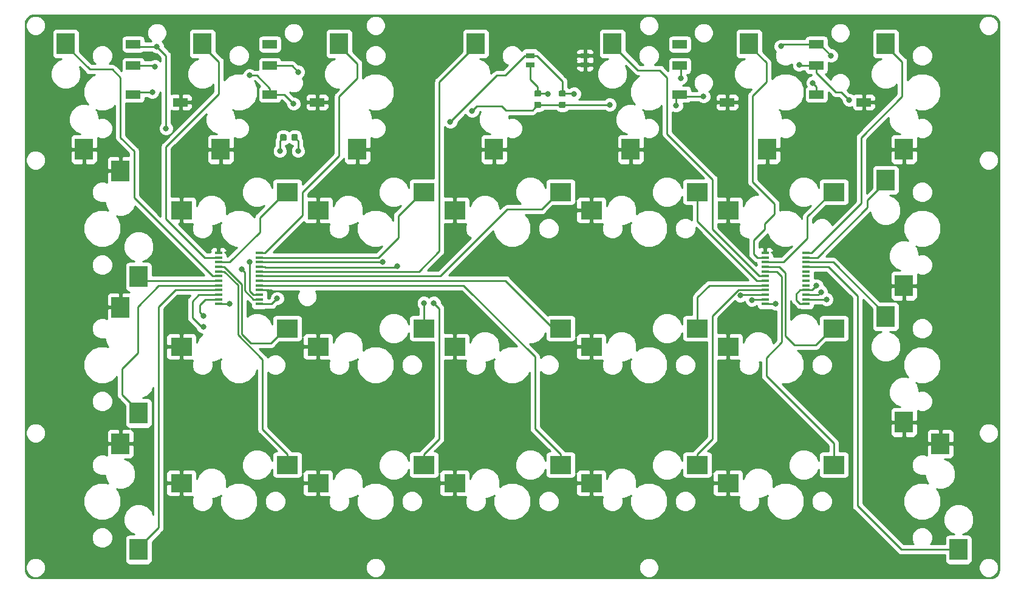
<source format=gbl>
G04 #@! TF.GenerationSoftware,KiCad,Pcbnew,5.0.1-33cea8e~68~ubuntu18.04.1*
G04 #@! TF.CreationDate,2018-10-28T16:56:34+09:00*
G04 #@! TF.ProjectId,modulo-ergo42,6D6F64756C6F2D6572676F34322E6B69,rev?*
G04 #@! TF.SameCoordinates,Original*
G04 #@! TF.FileFunction,Copper,L2,Bot,Signal*
G04 #@! TF.FilePolarity,Positive*
%FSLAX46Y46*%
G04 Gerber Fmt 4.6, Leading zero omitted, Abs format (unit mm)*
G04 Created by KiCad (PCBNEW 5.0.1-33cea8e~68~ubuntu18.04.1) date 2018年10月28日 16時56分34秒*
%MOMM*%
%LPD*%
G01*
G04 APERTURE LIST*
G04 #@! TA.AperFunction,SMDPad,CuDef*
%ADD10R,2.000000X1.200000*%
G04 #@! TD*
G04 #@! TA.AperFunction,Conductor*
%ADD11C,0.100000*%
G04 #@! TD*
G04 #@! TA.AperFunction,SMDPad,CuDef*
%ADD12C,0.875000*%
G04 #@! TD*
G04 #@! TA.AperFunction,SMDPad,CuDef*
%ADD13R,3.000000X2.500000*%
G04 #@! TD*
G04 #@! TA.AperFunction,SMDPad,CuDef*
%ADD14R,1.100000X0.400000*%
G04 #@! TD*
G04 #@! TA.AperFunction,SMDPad,CuDef*
%ADD15R,2.500000X3.000000*%
G04 #@! TD*
G04 #@! TA.AperFunction,SMDPad,CuDef*
%ADD16R,1.270000X0.760000*%
G04 #@! TD*
G04 #@! TA.AperFunction,ViaPad*
%ADD17C,0.800000*%
G04 #@! TD*
G04 #@! TA.AperFunction,Conductor*
%ADD18C,0.250000*%
G04 #@! TD*
G04 #@! TA.AperFunction,Conductor*
%ADD19C,0.254000*%
G04 #@! TD*
G04 APERTURE END LIST*
D10*
G04 #@! TO.P,J4,S*
G04 #@! TO.N,GND*
X153160000Y-47160000D03*
G04 #@! TO.P,J4,T*
G04 #@! TO.N,3V3*
X146560000Y-46060000D03*
G04 #@! TO.P,J4,R1*
G04 #@! TO.N,INT*
X146560000Y-42060000D03*
G04 #@! TO.P,J4,R2*
G04 #@! TO.N,Net-(J4-PadR2)*
X146560000Y-39060000D03*
G04 #@! TD*
D11*
G04 #@! TO.N,3V3*
G04 #@! TO.C,R3*
G36*
X127023691Y-47087053D02*
X127044926Y-47090203D01*
X127065750Y-47095419D01*
X127085962Y-47102651D01*
X127105368Y-47111830D01*
X127123781Y-47122866D01*
X127141024Y-47135654D01*
X127156930Y-47150070D01*
X127171346Y-47165976D01*
X127184134Y-47183219D01*
X127195170Y-47201632D01*
X127204349Y-47221038D01*
X127211581Y-47241250D01*
X127216797Y-47262074D01*
X127219947Y-47283309D01*
X127221000Y-47304750D01*
X127221000Y-47742250D01*
X127219947Y-47763691D01*
X127216797Y-47784926D01*
X127211581Y-47805750D01*
X127204349Y-47825962D01*
X127195170Y-47845368D01*
X127184134Y-47863781D01*
X127171346Y-47881024D01*
X127156930Y-47896930D01*
X127141024Y-47911346D01*
X127123781Y-47924134D01*
X127105368Y-47935170D01*
X127085962Y-47944349D01*
X127065750Y-47951581D01*
X127044926Y-47956797D01*
X127023691Y-47959947D01*
X127002250Y-47961000D01*
X126489750Y-47961000D01*
X126468309Y-47959947D01*
X126447074Y-47956797D01*
X126426250Y-47951581D01*
X126406038Y-47944349D01*
X126386632Y-47935170D01*
X126368219Y-47924134D01*
X126350976Y-47911346D01*
X126335070Y-47896930D01*
X126320654Y-47881024D01*
X126307866Y-47863781D01*
X126296830Y-47845368D01*
X126287651Y-47825962D01*
X126280419Y-47805750D01*
X126275203Y-47784926D01*
X126272053Y-47763691D01*
X126271000Y-47742250D01*
X126271000Y-47304750D01*
X126272053Y-47283309D01*
X126275203Y-47262074D01*
X126280419Y-47241250D01*
X126287651Y-47221038D01*
X126296830Y-47201632D01*
X126307866Y-47183219D01*
X126320654Y-47165976D01*
X126335070Y-47150070D01*
X126350976Y-47135654D01*
X126368219Y-47122866D01*
X126386632Y-47111830D01*
X126406038Y-47102651D01*
X126426250Y-47095419D01*
X126447074Y-47090203D01*
X126468309Y-47087053D01*
X126489750Y-47086000D01*
X127002250Y-47086000D01*
X127023691Y-47087053D01*
X127023691Y-47087053D01*
G37*
D12*
G04 #@! TD*
G04 #@! TO.P,R3,1*
G04 #@! TO.N,3V3*
X126746000Y-47523500D03*
D11*
G04 #@! TO.N,A2*
G04 #@! TO.C,R3*
G36*
X127023691Y-45512053D02*
X127044926Y-45515203D01*
X127065750Y-45520419D01*
X127085962Y-45527651D01*
X127105368Y-45536830D01*
X127123781Y-45547866D01*
X127141024Y-45560654D01*
X127156930Y-45575070D01*
X127171346Y-45590976D01*
X127184134Y-45608219D01*
X127195170Y-45626632D01*
X127204349Y-45646038D01*
X127211581Y-45666250D01*
X127216797Y-45687074D01*
X127219947Y-45708309D01*
X127221000Y-45729750D01*
X127221000Y-46167250D01*
X127219947Y-46188691D01*
X127216797Y-46209926D01*
X127211581Y-46230750D01*
X127204349Y-46250962D01*
X127195170Y-46270368D01*
X127184134Y-46288781D01*
X127171346Y-46306024D01*
X127156930Y-46321930D01*
X127141024Y-46336346D01*
X127123781Y-46349134D01*
X127105368Y-46360170D01*
X127085962Y-46369349D01*
X127065750Y-46376581D01*
X127044926Y-46381797D01*
X127023691Y-46384947D01*
X127002250Y-46386000D01*
X126489750Y-46386000D01*
X126468309Y-46384947D01*
X126447074Y-46381797D01*
X126426250Y-46376581D01*
X126406038Y-46369349D01*
X126386632Y-46360170D01*
X126368219Y-46349134D01*
X126350976Y-46336346D01*
X126335070Y-46321930D01*
X126320654Y-46306024D01*
X126307866Y-46288781D01*
X126296830Y-46270368D01*
X126287651Y-46250962D01*
X126280419Y-46230750D01*
X126275203Y-46209926D01*
X126272053Y-46188691D01*
X126271000Y-46167250D01*
X126271000Y-45729750D01*
X126272053Y-45708309D01*
X126275203Y-45687074D01*
X126280419Y-45666250D01*
X126287651Y-45646038D01*
X126296830Y-45626632D01*
X126307866Y-45608219D01*
X126320654Y-45590976D01*
X126335070Y-45575070D01*
X126350976Y-45560654D01*
X126368219Y-45547866D01*
X126386632Y-45536830D01*
X126406038Y-45527651D01*
X126426250Y-45520419D01*
X126447074Y-45515203D01*
X126468309Y-45512053D01*
X126489750Y-45511000D01*
X127002250Y-45511000D01*
X127023691Y-45512053D01*
X127023691Y-45512053D01*
G37*
D12*
G04 #@! TD*
G04 #@! TO.P,R3,2*
G04 #@! TO.N,A2*
X126746000Y-45948500D03*
D13*
G04 #@! TO.P,SW6,2*
G04 #@! TO.N,R2C2*
X91840000Y-59690000D03*
G04 #@! TO.P,SW6,1*
G04 #@! TO.N,GND*
X77070000Y-62230000D03*
G04 #@! TD*
G04 #@! TO.P,SW7,1*
G04 #@! TO.N,GND*
X77070000Y-81280000D03*
G04 #@! TO.P,SW7,2*
G04 #@! TO.N,R3C2*
X91840000Y-78740000D03*
G04 #@! TD*
D14*
G04 #@! TO.P,U1,24*
G04 #@! TO.N,3V3*
X87940000Y-75330000D03*
G04 #@! TO.P,U1,23*
G04 #@! TO.N,SDA*
X87940000Y-74680000D03*
G04 #@! TO.P,U1,22*
G04 #@! TO.N,SCL*
X87940000Y-74030000D03*
G04 #@! TO.P,U1,21*
G04 #@! TO.N,GND*
X87940000Y-73380000D03*
G04 #@! TO.P,U1,20*
G04 #@! TO.N,R4C4*
X87940000Y-72730000D03*
G04 #@! TO.P,U1,19*
G04 #@! TO.N,R3C4*
X87940000Y-72080000D03*
G04 #@! TO.P,U1,18*
G04 #@! TO.N,R2C4*
X87940000Y-71430000D03*
G04 #@! TO.P,U1,17*
G04 #@! TO.N,R1C4*
X87940000Y-70780000D03*
G04 #@! TO.P,U1,16*
G04 #@! TO.N,R4C3*
X87940000Y-70130000D03*
G04 #@! TO.P,U1,15*
G04 #@! TO.N,R3C3*
X87940000Y-69480000D03*
G04 #@! TO.P,U1,14*
G04 #@! TO.N,R2C3*
X87940000Y-68830000D03*
G04 #@! TO.P,U1,13*
G04 #@! TO.N,R1C3*
X87940000Y-68180000D03*
G04 #@! TO.P,U1,12*
G04 #@! TO.N,GND*
X82240000Y-68180000D03*
G04 #@! TO.P,U1,11*
G04 #@! TO.N,R1C2*
X82240000Y-68830000D03*
G04 #@! TO.P,U1,10*
G04 #@! TO.N,R2C2*
X82240000Y-69480000D03*
G04 #@! TO.P,U1,9*
G04 #@! TO.N,R3C2*
X82240000Y-70130000D03*
G04 #@! TO.P,U1,8*
G04 #@! TO.N,R4C2*
X82240000Y-70780000D03*
G04 #@! TO.P,U1,7*
G04 #@! TO.N,R1C1*
X82240000Y-71430000D03*
G04 #@! TO.P,U1,6*
G04 #@! TO.N,R2C1*
X82240000Y-72080000D03*
G04 #@! TO.P,U1,5*
G04 #@! TO.N,R3C1*
X82240000Y-72730000D03*
G04 #@! TO.P,U1,4*
G04 #@! TO.N,R4C1*
X82240000Y-73380000D03*
G04 #@! TO.P,U1,3*
G04 #@! TO.N,A2*
X82240000Y-74030000D03*
G04 #@! TO.P,U1,2*
G04 #@! TO.N,A1*
X82240000Y-74680000D03*
G04 #@! TO.P,U1,1*
G04 #@! TO.N,INT*
X82240000Y-75330000D03*
G04 #@! TD*
D10*
G04 #@! TO.P,J3,S*
G04 #@! TO.N,GND*
X96010000Y-47160000D03*
G04 #@! TO.P,J3,T*
G04 #@! TO.N,3V3*
X89410000Y-46060000D03*
G04 #@! TO.P,J3,R1*
G04 #@! TO.N,INT*
X89410000Y-42060000D03*
G04 #@! TO.P,J3,R2*
G04 #@! TO.N,Net-(J3-PadR2)*
X89410000Y-39060000D03*
G04 #@! TD*
D15*
G04 #@! TO.P,SW5,1*
G04 #@! TO.N,GND*
X82550000Y-53740000D03*
G04 #@! TO.P,SW5,2*
G04 #@! TO.N,R1C2*
X80010000Y-38970000D03*
G04 #@! TD*
G04 #@! TO.P,SW1,2*
G04 #@! TO.N,R1C1*
X60960000Y-38970000D03*
G04 #@! TO.P,SW1,1*
G04 #@! TO.N,GND*
X63500000Y-53740000D03*
G04 #@! TD*
D10*
G04 #@! TO.P,J1,R2*
G04 #@! TO.N,SCL*
X70360000Y-39060000D03*
G04 #@! TO.P,J1,R1*
G04 #@! TO.N,SDA*
X70360000Y-42060000D03*
G04 #@! TO.P,J1,T*
G04 #@! TO.N,3V3*
X70360000Y-46060000D03*
G04 #@! TO.P,J1,S*
G04 #@! TO.N,GND*
X76960000Y-47160000D03*
G04 #@! TD*
G04 #@! TO.P,J2,S*
G04 #@! TO.N,GND*
X172210000Y-47160000D03*
G04 #@! TO.P,J2,T*
G04 #@! TO.N,3V3*
X165610000Y-46060000D03*
G04 #@! TO.P,J2,R1*
G04 #@! TO.N,SDA*
X165610000Y-42060000D03*
G04 #@! TO.P,J2,R2*
G04 #@! TO.N,SCL*
X165610000Y-39060000D03*
G04 #@! TD*
D11*
G04 #@! TO.N,3V3*
G04 #@! TO.C,R1*
G36*
X93102691Y-51596053D02*
X93123926Y-51599203D01*
X93144750Y-51604419D01*
X93164962Y-51611651D01*
X93184368Y-51620830D01*
X93202781Y-51631866D01*
X93220024Y-51644654D01*
X93235930Y-51659070D01*
X93250346Y-51674976D01*
X93263134Y-51692219D01*
X93274170Y-51710632D01*
X93283349Y-51730038D01*
X93290581Y-51750250D01*
X93295797Y-51771074D01*
X93298947Y-51792309D01*
X93300000Y-51813750D01*
X93300000Y-52326250D01*
X93298947Y-52347691D01*
X93295797Y-52368926D01*
X93290581Y-52389750D01*
X93283349Y-52409962D01*
X93274170Y-52429368D01*
X93263134Y-52447781D01*
X93250346Y-52465024D01*
X93235930Y-52480930D01*
X93220024Y-52495346D01*
X93202781Y-52508134D01*
X93184368Y-52519170D01*
X93164962Y-52528349D01*
X93144750Y-52535581D01*
X93123926Y-52540797D01*
X93102691Y-52543947D01*
X93081250Y-52545000D01*
X92643750Y-52545000D01*
X92622309Y-52543947D01*
X92601074Y-52540797D01*
X92580250Y-52535581D01*
X92560038Y-52528349D01*
X92540632Y-52519170D01*
X92522219Y-52508134D01*
X92504976Y-52495346D01*
X92489070Y-52480930D01*
X92474654Y-52465024D01*
X92461866Y-52447781D01*
X92450830Y-52429368D01*
X92441651Y-52409962D01*
X92434419Y-52389750D01*
X92429203Y-52368926D01*
X92426053Y-52347691D01*
X92425000Y-52326250D01*
X92425000Y-51813750D01*
X92426053Y-51792309D01*
X92429203Y-51771074D01*
X92434419Y-51750250D01*
X92441651Y-51730038D01*
X92450830Y-51710632D01*
X92461866Y-51692219D01*
X92474654Y-51674976D01*
X92489070Y-51659070D01*
X92504976Y-51644654D01*
X92522219Y-51631866D01*
X92540632Y-51620830D01*
X92560038Y-51611651D01*
X92580250Y-51604419D01*
X92601074Y-51599203D01*
X92622309Y-51596053D01*
X92643750Y-51595000D01*
X93081250Y-51595000D01*
X93102691Y-51596053D01*
X93102691Y-51596053D01*
G37*
D12*
G04 #@! TD*
G04 #@! TO.P,R1,1*
G04 #@! TO.N,3V3*
X92862500Y-52070000D03*
D11*
G04 #@! TO.N,INT*
G04 #@! TO.C,R1*
G36*
X91527691Y-51596053D02*
X91548926Y-51599203D01*
X91569750Y-51604419D01*
X91589962Y-51611651D01*
X91609368Y-51620830D01*
X91627781Y-51631866D01*
X91645024Y-51644654D01*
X91660930Y-51659070D01*
X91675346Y-51674976D01*
X91688134Y-51692219D01*
X91699170Y-51710632D01*
X91708349Y-51730038D01*
X91715581Y-51750250D01*
X91720797Y-51771074D01*
X91723947Y-51792309D01*
X91725000Y-51813750D01*
X91725000Y-52326250D01*
X91723947Y-52347691D01*
X91720797Y-52368926D01*
X91715581Y-52389750D01*
X91708349Y-52409962D01*
X91699170Y-52429368D01*
X91688134Y-52447781D01*
X91675346Y-52465024D01*
X91660930Y-52480930D01*
X91645024Y-52495346D01*
X91627781Y-52508134D01*
X91609368Y-52519170D01*
X91589962Y-52528349D01*
X91569750Y-52535581D01*
X91548926Y-52540797D01*
X91527691Y-52543947D01*
X91506250Y-52545000D01*
X91068750Y-52545000D01*
X91047309Y-52543947D01*
X91026074Y-52540797D01*
X91005250Y-52535581D01*
X90985038Y-52528349D01*
X90965632Y-52519170D01*
X90947219Y-52508134D01*
X90929976Y-52495346D01*
X90914070Y-52480930D01*
X90899654Y-52465024D01*
X90886866Y-52447781D01*
X90875830Y-52429368D01*
X90866651Y-52409962D01*
X90859419Y-52389750D01*
X90854203Y-52368926D01*
X90851053Y-52347691D01*
X90850000Y-52326250D01*
X90850000Y-51813750D01*
X90851053Y-51792309D01*
X90854203Y-51771074D01*
X90859419Y-51750250D01*
X90866651Y-51730038D01*
X90875830Y-51710632D01*
X90886866Y-51692219D01*
X90899654Y-51674976D01*
X90914070Y-51659070D01*
X90929976Y-51644654D01*
X90947219Y-51631866D01*
X90965632Y-51620830D01*
X90985038Y-51611651D01*
X91005250Y-51604419D01*
X91026074Y-51599203D01*
X91047309Y-51596053D01*
X91068750Y-51595000D01*
X91506250Y-51595000D01*
X91527691Y-51596053D01*
X91527691Y-51596053D01*
G37*
D12*
G04 #@! TD*
G04 #@! TO.P,R1,2*
G04 #@! TO.N,INT*
X91287500Y-52070000D03*
D11*
G04 #@! TO.N,A1*
G04 #@! TO.C,R2*
G36*
X130452691Y-45512053D02*
X130473926Y-45515203D01*
X130494750Y-45520419D01*
X130514962Y-45527651D01*
X130534368Y-45536830D01*
X130552781Y-45547866D01*
X130570024Y-45560654D01*
X130585930Y-45575070D01*
X130600346Y-45590976D01*
X130613134Y-45608219D01*
X130624170Y-45626632D01*
X130633349Y-45646038D01*
X130640581Y-45666250D01*
X130645797Y-45687074D01*
X130648947Y-45708309D01*
X130650000Y-45729750D01*
X130650000Y-46167250D01*
X130648947Y-46188691D01*
X130645797Y-46209926D01*
X130640581Y-46230750D01*
X130633349Y-46250962D01*
X130624170Y-46270368D01*
X130613134Y-46288781D01*
X130600346Y-46306024D01*
X130585930Y-46321930D01*
X130570024Y-46336346D01*
X130552781Y-46349134D01*
X130534368Y-46360170D01*
X130514962Y-46369349D01*
X130494750Y-46376581D01*
X130473926Y-46381797D01*
X130452691Y-46384947D01*
X130431250Y-46386000D01*
X129918750Y-46386000D01*
X129897309Y-46384947D01*
X129876074Y-46381797D01*
X129855250Y-46376581D01*
X129835038Y-46369349D01*
X129815632Y-46360170D01*
X129797219Y-46349134D01*
X129779976Y-46336346D01*
X129764070Y-46321930D01*
X129749654Y-46306024D01*
X129736866Y-46288781D01*
X129725830Y-46270368D01*
X129716651Y-46250962D01*
X129709419Y-46230750D01*
X129704203Y-46209926D01*
X129701053Y-46188691D01*
X129700000Y-46167250D01*
X129700000Y-45729750D01*
X129701053Y-45708309D01*
X129704203Y-45687074D01*
X129709419Y-45666250D01*
X129716651Y-45646038D01*
X129725830Y-45626632D01*
X129736866Y-45608219D01*
X129749654Y-45590976D01*
X129764070Y-45575070D01*
X129779976Y-45560654D01*
X129797219Y-45547866D01*
X129815632Y-45536830D01*
X129835038Y-45527651D01*
X129855250Y-45520419D01*
X129876074Y-45515203D01*
X129897309Y-45512053D01*
X129918750Y-45511000D01*
X130431250Y-45511000D01*
X130452691Y-45512053D01*
X130452691Y-45512053D01*
G37*
D12*
G04 #@! TD*
G04 #@! TO.P,R2,2*
G04 #@! TO.N,A1*
X130175000Y-45948500D03*
D11*
G04 #@! TO.N,3V3*
G04 #@! TO.C,R2*
G36*
X130452691Y-47087053D02*
X130473926Y-47090203D01*
X130494750Y-47095419D01*
X130514962Y-47102651D01*
X130534368Y-47111830D01*
X130552781Y-47122866D01*
X130570024Y-47135654D01*
X130585930Y-47150070D01*
X130600346Y-47165976D01*
X130613134Y-47183219D01*
X130624170Y-47201632D01*
X130633349Y-47221038D01*
X130640581Y-47241250D01*
X130645797Y-47262074D01*
X130648947Y-47283309D01*
X130650000Y-47304750D01*
X130650000Y-47742250D01*
X130648947Y-47763691D01*
X130645797Y-47784926D01*
X130640581Y-47805750D01*
X130633349Y-47825962D01*
X130624170Y-47845368D01*
X130613134Y-47863781D01*
X130600346Y-47881024D01*
X130585930Y-47896930D01*
X130570024Y-47911346D01*
X130552781Y-47924134D01*
X130534368Y-47935170D01*
X130514962Y-47944349D01*
X130494750Y-47951581D01*
X130473926Y-47956797D01*
X130452691Y-47959947D01*
X130431250Y-47961000D01*
X129918750Y-47961000D01*
X129897309Y-47959947D01*
X129876074Y-47956797D01*
X129855250Y-47951581D01*
X129835038Y-47944349D01*
X129815632Y-47935170D01*
X129797219Y-47924134D01*
X129779976Y-47911346D01*
X129764070Y-47896930D01*
X129749654Y-47881024D01*
X129736866Y-47863781D01*
X129725830Y-47845368D01*
X129716651Y-47825962D01*
X129709419Y-47805750D01*
X129704203Y-47784926D01*
X129701053Y-47763691D01*
X129700000Y-47742250D01*
X129700000Y-47304750D01*
X129701053Y-47283309D01*
X129704203Y-47262074D01*
X129709419Y-47241250D01*
X129716651Y-47221038D01*
X129725830Y-47201632D01*
X129736866Y-47183219D01*
X129749654Y-47165976D01*
X129764070Y-47150070D01*
X129779976Y-47135654D01*
X129797219Y-47122866D01*
X129815632Y-47111830D01*
X129835038Y-47102651D01*
X129855250Y-47095419D01*
X129876074Y-47090203D01*
X129897309Y-47087053D01*
X129918750Y-47086000D01*
X130431250Y-47086000D01*
X130452691Y-47087053D01*
X130452691Y-47087053D01*
G37*
D12*
G04 #@! TD*
G04 #@! TO.P,R2,1*
G04 #@! TO.N,3V3*
X130175000Y-47523500D03*
D15*
G04 #@! TO.P,SW2,1*
G04 #@! TO.N,GND*
X68580000Y-56750000D03*
G04 #@! TO.P,SW2,2*
G04 #@! TO.N,R2C1*
X71120000Y-71520000D03*
G04 #@! TD*
G04 #@! TO.P,SW3,2*
G04 #@! TO.N,R3C1*
X71120000Y-90570000D03*
G04 #@! TO.P,SW3,1*
G04 #@! TO.N,GND*
X68580000Y-75800000D03*
G04 #@! TD*
G04 #@! TO.P,SW4,1*
G04 #@! TO.N,GND*
X68580000Y-94850000D03*
G04 #@! TO.P,SW4,2*
G04 #@! TO.N,R4C1*
X71120000Y-109620000D03*
G04 #@! TD*
D13*
G04 #@! TO.P,SW8,2*
G04 #@! TO.N,R4C2*
X91840000Y-97790000D03*
G04 #@! TO.P,SW8,1*
G04 #@! TO.N,GND*
X77070000Y-100330000D03*
G04 #@! TD*
D15*
G04 #@! TO.P,SW9,2*
G04 #@! TO.N,R1C3*
X99060000Y-38970000D03*
G04 #@! TO.P,SW9,1*
G04 #@! TO.N,GND*
X101600000Y-53740000D03*
G04 #@! TD*
D13*
G04 #@! TO.P,SW10,1*
G04 #@! TO.N,GND*
X96120000Y-62230000D03*
G04 #@! TO.P,SW10,2*
G04 #@! TO.N,R2C3*
X110890000Y-59690000D03*
G04 #@! TD*
G04 #@! TO.P,SW11,2*
G04 #@! TO.N,R3C3*
X110890000Y-78740000D03*
G04 #@! TO.P,SW11,1*
G04 #@! TO.N,GND*
X96120000Y-81280000D03*
G04 #@! TD*
G04 #@! TO.P,SW12,1*
G04 #@! TO.N,GND*
X96120000Y-100330000D03*
G04 #@! TO.P,SW12,2*
G04 #@! TO.N,R4C3*
X110890000Y-97790000D03*
G04 #@! TD*
D15*
G04 #@! TO.P,SW13,1*
G04 #@! TO.N,GND*
X120650000Y-53740000D03*
G04 #@! TO.P,SW13,2*
G04 #@! TO.N,R1C4*
X118110000Y-38970000D03*
G04 #@! TD*
D13*
G04 #@! TO.P,SW14,1*
G04 #@! TO.N,GND*
X115170000Y-62230000D03*
G04 #@! TO.P,SW14,2*
G04 #@! TO.N,R2C4*
X129940000Y-59690000D03*
G04 #@! TD*
G04 #@! TO.P,SW15,1*
G04 #@! TO.N,GND*
X115170000Y-81280000D03*
G04 #@! TO.P,SW15,2*
G04 #@! TO.N,R3C4*
X129940000Y-78740000D03*
G04 #@! TD*
G04 #@! TO.P,SW16,2*
G04 #@! TO.N,R4C4*
X129940000Y-97790000D03*
G04 #@! TO.P,SW16,1*
G04 #@! TO.N,GND*
X115170000Y-100330000D03*
G04 #@! TD*
D15*
G04 #@! TO.P,SW17,2*
G04 #@! TO.N,R1C5*
X137160000Y-38970000D03*
G04 #@! TO.P,SW17,1*
G04 #@! TO.N,GND*
X139700000Y-53740000D03*
G04 #@! TD*
D13*
G04 #@! TO.P,SW18,2*
G04 #@! TO.N,R2C5*
X148990000Y-59690000D03*
G04 #@! TO.P,SW18,1*
G04 #@! TO.N,GND*
X134220000Y-62230000D03*
G04 #@! TD*
G04 #@! TO.P,SW19,2*
G04 #@! TO.N,R3C5*
X148990000Y-78740000D03*
G04 #@! TO.P,SW19,1*
G04 #@! TO.N,GND*
X134220000Y-81280000D03*
G04 #@! TD*
G04 #@! TO.P,SW20,1*
G04 #@! TO.N,GND*
X134220000Y-100330000D03*
G04 #@! TO.P,SW20,2*
G04 #@! TO.N,R4C5*
X148990000Y-97790000D03*
G04 #@! TD*
D15*
G04 #@! TO.P,SW21,1*
G04 #@! TO.N,GND*
X158750000Y-53740000D03*
G04 #@! TO.P,SW21,2*
G04 #@! TO.N,R1C6*
X156210000Y-38970000D03*
G04 #@! TD*
D13*
G04 #@! TO.P,SW22,2*
G04 #@! TO.N,R2C6*
X168040000Y-59690000D03*
G04 #@! TO.P,SW22,1*
G04 #@! TO.N,GND*
X153270000Y-62230000D03*
G04 #@! TD*
G04 #@! TO.P,SW23,1*
G04 #@! TO.N,GND*
X153270000Y-81280000D03*
G04 #@! TO.P,SW23,2*
G04 #@! TO.N,R3C6*
X168040000Y-78740000D03*
G04 #@! TD*
G04 #@! TO.P,SW24,2*
G04 #@! TO.N,R4C6*
X168040000Y-97790000D03*
G04 #@! TO.P,SW24,1*
G04 #@! TO.N,GND*
X153270000Y-100330000D03*
G04 #@! TD*
D15*
G04 #@! TO.P,SW25,2*
G04 #@! TO.N,R1C7*
X175260000Y-38970000D03*
G04 #@! TO.P,SW25,1*
G04 #@! TO.N,GND*
X177800000Y-53740000D03*
G04 #@! TD*
G04 #@! TO.P,SW26,1*
G04 #@! TO.N,GND*
X177800000Y-72790000D03*
G04 #@! TO.P,SW26,2*
G04 #@! TO.N,R2C7*
X175260000Y-58020000D03*
G04 #@! TD*
G04 #@! TO.P,SW27,2*
G04 #@! TO.N,R3C7*
X175260000Y-77070000D03*
G04 #@! TO.P,SW27,1*
G04 #@! TO.N,GND*
X177800000Y-91840000D03*
G04 #@! TD*
G04 #@! TO.P,SW28,1*
G04 #@! TO.N,GND*
X182880000Y-94850000D03*
G04 #@! TO.P,SW28,2*
G04 #@! TO.N,R4C7*
X185420000Y-109620000D03*
G04 #@! TD*
D16*
G04 #@! TO.P,SW29,1*
G04 #@! TO.N,A2*
X125730000Y-41910000D03*
G04 #@! TO.P,SW29,2*
G04 #@! TO.N,A1*
X125730000Y-40640000D03*
G04 #@! TO.P,SW29,3*
G04 #@! TO.N,GND*
X133350000Y-40640000D03*
G04 #@! TO.P,SW29,4*
X133350000Y-41910000D03*
G04 #@! TD*
D14*
G04 #@! TO.P,U2,1*
G04 #@! TO.N,INT*
X158440000Y-75330000D03*
G04 #@! TO.P,U2,2*
G04 #@! TO.N,A1*
X158440000Y-74680000D03*
G04 #@! TO.P,U2,3*
G04 #@! TO.N,A2*
X158440000Y-74030000D03*
G04 #@! TO.P,U2,4*
G04 #@! TO.N,R4C5*
X158440000Y-73380000D03*
G04 #@! TO.P,U2,5*
G04 #@! TO.N,R3C5*
X158440000Y-72730000D03*
G04 #@! TO.P,U2,6*
G04 #@! TO.N,R2C5*
X158440000Y-72080000D03*
G04 #@! TO.P,U2,7*
G04 #@! TO.N,R1C5*
X158440000Y-71430000D03*
G04 #@! TO.P,U2,8*
G04 #@! TO.N,R4C6*
X158440000Y-70780000D03*
G04 #@! TO.P,U2,9*
G04 #@! TO.N,R3C6*
X158440000Y-70130000D03*
G04 #@! TO.P,U2,10*
G04 #@! TO.N,R2C6*
X158440000Y-69480000D03*
G04 #@! TO.P,U2,11*
G04 #@! TO.N,R1C6*
X158440000Y-68830000D03*
G04 #@! TO.P,U2,12*
G04 #@! TO.N,GND*
X158440000Y-68180000D03*
G04 #@! TO.P,U2,13*
G04 #@! TO.N,R1C7*
X164140000Y-68180000D03*
G04 #@! TO.P,U2,14*
G04 #@! TO.N,R2C7*
X164140000Y-68830000D03*
G04 #@! TO.P,U2,15*
G04 #@! TO.N,R3C7*
X164140000Y-69480000D03*
G04 #@! TO.P,U2,16*
G04 #@! TO.N,R4C7*
X164140000Y-70130000D03*
G04 #@! TO.P,U2,17*
G04 #@! TO.N,Net-(U2-Pad17)*
X164140000Y-70780000D03*
G04 #@! TO.P,U2,18*
G04 #@! TO.N,Net-(U2-Pad18)*
X164140000Y-71430000D03*
G04 #@! TO.P,U2,19*
G04 #@! TO.N,Net-(U2-Pad19)*
X164140000Y-72080000D03*
G04 #@! TO.P,U2,20*
G04 #@! TO.N,Net-(U2-Pad20)*
X164140000Y-72730000D03*
G04 #@! TO.P,U2,21*
G04 #@! TO.N,3V3*
X164140000Y-73380000D03*
G04 #@! TO.P,U2,22*
G04 #@! TO.N,SCL*
X164140000Y-74030000D03*
G04 #@! TO.P,U2,23*
G04 #@! TO.N,SDA*
X164140000Y-74680000D03*
G04 #@! TO.P,U2,24*
G04 #@! TO.N,3V3*
X164140000Y-75330000D03*
G04 #@! TD*
D17*
G04 #@! TO.N,3V3*
X92710000Y-47371000D03*
X117602000Y-48387000D03*
X136779000Y-47498000D03*
X165608000Y-72771000D03*
X90424000Y-74549000D03*
X73025000Y-45720000D03*
X93345000Y-53975000D03*
X86581099Y-43401099D03*
X149860000Y-46355000D03*
X146050000Y-47625000D03*
X165100000Y-44450000D03*
G04 #@! TO.N,GND*
X157988000Y-66929000D03*
X89535000Y-73660000D03*
X60325000Y-73660000D03*
X123190000Y-69215000D03*
X185420000Y-74295000D03*
X123190000Y-109220000D03*
X109982000Y-55499000D03*
X86995000Y-53721000D03*
X100330000Y-58420000D03*
G04 #@! TO.N,INT*
X93345000Y-42926000D03*
X159893000Y-75311000D03*
X83820000Y-75311000D03*
X90805000Y-53975000D03*
X146685000Y-43815000D03*
G04 #@! TO.N,A1*
X131826000Y-45974000D03*
X156591000Y-74755000D03*
X80137000Y-76962000D03*
X114554000Y-49911000D03*
G04 #@! TO.N,A2*
X128143000Y-45974000D03*
X154976153Y-74141153D03*
X80137000Y-78486000D03*
G04 #@! TO.N,R3C3*
X105156000Y-69469000D03*
X110871000Y-75184000D03*
G04 #@! TO.N,R4C3*
X107188000Y-70055000D03*
X112268000Y-75184000D03*
G04 #@! TO.N,SCL*
X166243000Y-73660000D03*
X86614000Y-69469000D03*
X74930000Y-50800000D03*
X73660000Y-39370000D03*
X167640000Y-40640000D03*
X160641137Y-39342274D03*
G04 #@! TO.N,SDA*
X167005000Y-74676000D03*
X170180000Y-46863000D03*
X85471000Y-70485000D03*
X73406000Y-42164000D03*
X163195000Y-41910000D03*
G04 #@! TD*
D18*
G04 #@! TO.N,3V3*
X121743025Y-47704999D02*
X122298026Y-48260000D01*
X117602000Y-48387000D02*
X118284001Y-47704999D01*
X118284001Y-47704999D02*
X121743025Y-47704999D01*
X126284388Y-47985112D02*
X126746000Y-47523500D01*
X126009500Y-48260000D02*
X126284388Y-47985112D01*
X122298026Y-48260000D02*
X126009500Y-48260000D01*
X126746000Y-47523500D02*
X130175000Y-47523500D01*
X130175000Y-47523500D02*
X136753500Y-47523500D01*
X136753500Y-47523500D02*
X136779000Y-47498000D01*
X164140000Y-73380000D02*
X164999000Y-73380000D01*
X164999000Y-73380000D02*
X165608000Y-72771000D01*
X163340000Y-73380000D02*
X164140000Y-73380000D01*
X162814000Y-74804000D02*
X162814000Y-73906000D01*
X163340000Y-75330000D02*
X162814000Y-74804000D01*
X162814000Y-73906000D02*
X163340000Y-73380000D01*
X164140000Y-75330000D02*
X163340000Y-75330000D01*
X87940000Y-75330000D02*
X89643000Y-75330000D01*
X89643000Y-75330000D02*
X90424000Y-74549000D01*
X70700000Y-45720000D02*
X70360000Y-46060000D01*
X73025000Y-45720000D02*
X70700000Y-45720000D01*
X93345000Y-52552500D02*
X92862500Y-52070000D01*
X93345000Y-53975000D02*
X93345000Y-52552500D01*
X91399000Y-46060000D02*
X92710000Y-47371000D01*
X89410000Y-46060000D02*
X91399000Y-46060000D01*
X87601099Y-43401099D02*
X86581099Y-43401099D01*
X89410000Y-45210000D02*
X87601099Y-43401099D01*
X89410000Y-46060000D02*
X89410000Y-45210000D01*
X146855000Y-46355000D02*
X146560000Y-46060000D01*
X149860000Y-46355000D02*
X146855000Y-46355000D01*
X146050000Y-46570000D02*
X146560000Y-46060000D01*
X146050000Y-47625000D02*
X146050000Y-46570000D01*
X165610000Y-46060000D02*
X165610000Y-44960000D01*
X165610000Y-44960000D02*
X165100000Y-44450000D01*
G04 #@! TO.N,GND*
X158440000Y-68180000D02*
X158440000Y-67381000D01*
X158440000Y-67381000D02*
X157988000Y-66929000D01*
X87940000Y-73380000D02*
X89255000Y-73380000D01*
X89255000Y-73380000D02*
X89535000Y-73660000D01*
G04 #@! TO.N,INT*
X158440000Y-75330000D02*
X159874000Y-75330000D01*
X159874000Y-75330000D02*
X159893000Y-75311000D01*
X82259000Y-75311000D02*
X82240000Y-75330000D01*
X83820000Y-75311000D02*
X82259000Y-75311000D01*
X92479000Y-42060000D02*
X93345000Y-42926000D01*
X89410000Y-42060000D02*
X92479000Y-42060000D01*
X90805000Y-52552500D02*
X91287500Y-52070000D01*
X90805000Y-53975000D02*
X90805000Y-52552500D01*
X146685000Y-42185000D02*
X146560000Y-42060000D01*
X146685000Y-43815000D02*
X146685000Y-42185000D01*
G04 #@! TO.N,A1*
X126615000Y-40640000D02*
X125730000Y-40640000D01*
X130175000Y-44200000D02*
X126615000Y-40640000D01*
X130175000Y-45948500D02*
X130175000Y-44200000D01*
X130175000Y-45948500D02*
X131800500Y-45948500D01*
X131800500Y-45948500D02*
X131826000Y-45974000D01*
X158440000Y-74680000D02*
X156666000Y-74680000D01*
X156666000Y-74680000D02*
X156591000Y-74755000D01*
X82240000Y-74680000D02*
X80387000Y-74680000D01*
X80387000Y-74680000D02*
X79629000Y-75438000D01*
X79629000Y-75438000D02*
X79629000Y-76454000D01*
X79629000Y-76454000D02*
X80137000Y-76962000D01*
X124968000Y-40640000D02*
X125730000Y-40640000D01*
X122206901Y-43401099D02*
X124968000Y-40640000D01*
X114554000Y-49911000D02*
X121063901Y-43401099D01*
X121063901Y-43401099D02*
X122206901Y-43401099D01*
G04 #@! TO.N,A2*
X126746000Y-45948500D02*
X126746000Y-44958000D01*
X125730000Y-43942000D02*
X125730000Y-41910000D01*
X126746000Y-44958000D02*
X125730000Y-43942000D01*
X126746000Y-45948500D02*
X128117500Y-45948500D01*
X128117500Y-45948500D02*
X128143000Y-45974000D01*
X158440000Y-74030000D02*
X155713000Y-74030000D01*
X155713000Y-74030000D02*
X155087306Y-74030000D01*
X155087306Y-74030000D02*
X154976153Y-74141153D01*
X82240000Y-74030000D02*
X79513000Y-74030000D01*
X79513000Y-74030000D02*
X78613000Y-74930000D01*
X78613000Y-74930000D02*
X78613000Y-77216000D01*
X78613000Y-77216000D02*
X79883000Y-78486000D01*
X79883000Y-78486000D02*
X80137000Y-78486000D01*
G04 #@! TO.N,R1C1*
X64285000Y-42545000D02*
X60960000Y-39220000D01*
X67437000Y-42545000D02*
X64285000Y-42545000D01*
X81440000Y-71430000D02*
X70485000Y-60475000D01*
X68580000Y-43688000D02*
X67437000Y-42545000D01*
X70485000Y-60475000D02*
X70485000Y-53975000D01*
X82240000Y-71430000D02*
X81440000Y-71430000D01*
X70485000Y-53975000D02*
X68580000Y-52070000D01*
X60960000Y-39220000D02*
X60960000Y-38970000D01*
X68580000Y-52070000D02*
X68580000Y-43688000D01*
G04 #@! TO.N,R2C1*
X71680000Y-72080000D02*
X71120000Y-71520000D01*
X82240000Y-72080000D02*
X71680000Y-72080000D01*
G04 #@! TO.N,R3C1*
X71120000Y-90320000D02*
X71120000Y-90570000D01*
X68834000Y-88034000D02*
X71120000Y-90320000D01*
X68834000Y-84328000D02*
X68834000Y-88034000D01*
X81440000Y-72730000D02*
X81399000Y-72771000D01*
X82240000Y-72730000D02*
X81440000Y-72730000D01*
X81399000Y-72771000D02*
X73914000Y-72771000D01*
X73914000Y-72771000D02*
X70993000Y-75692000D01*
X70993000Y-75692000D02*
X70993000Y-82169000D01*
X70993000Y-82169000D02*
X68834000Y-84328000D01*
G04 #@! TO.N,R4C1*
X82240000Y-73380000D02*
X76226000Y-73380000D01*
X76226000Y-73380000D02*
X73914000Y-75692000D01*
X73914000Y-106576000D02*
X71120000Y-109370000D01*
X71120000Y-109370000D02*
X71120000Y-109620000D01*
X73914000Y-75692000D02*
X73914000Y-106576000D01*
G04 #@! TO.N,R1C2*
X80334998Y-68830000D02*
X74930000Y-63425002D01*
X82240000Y-68830000D02*
X80334998Y-68830000D01*
X80010000Y-39220000D02*
X80010000Y-38970000D01*
X74930000Y-63425002D02*
X74930000Y-53340000D01*
X74930000Y-53340000D02*
X82296000Y-45974000D01*
X82296000Y-45974000D02*
X82296000Y-41506000D01*
X82296000Y-41506000D02*
X80010000Y-39220000D01*
G04 #@! TO.N,R2C2*
X88011000Y-63269000D02*
X91590000Y-59690000D01*
X91590000Y-59690000D02*
X91840000Y-59690000D01*
X83811974Y-69480000D02*
X88011000Y-65280974D01*
X88011000Y-65280974D02*
X88011000Y-63269000D01*
X82240000Y-69480000D02*
X83811974Y-69480000D01*
G04 #@! TO.N,R3C2*
X91590000Y-78740000D02*
X91840000Y-78740000D01*
X83040000Y-70130000D02*
X85471000Y-72561000D01*
X85471000Y-72561000D02*
X85471000Y-79502000D01*
X82240000Y-70130000D02*
X83040000Y-70130000D01*
X85471000Y-79502000D02*
X86741000Y-80772000D01*
X86741000Y-80772000D02*
X89558000Y-80772000D01*
X89558000Y-80772000D02*
X91590000Y-78740000D01*
G04 #@! TO.N,R4C2*
X83040000Y-70780000D02*
X84963000Y-72703000D01*
X82240000Y-70780000D02*
X83040000Y-70780000D01*
X84963000Y-79630410D02*
X88392000Y-83059410D01*
X84963000Y-72703000D02*
X84963000Y-79630410D01*
X91840000Y-96290000D02*
X91840000Y-97790000D01*
X88392000Y-92842000D02*
X91840000Y-96290000D01*
X88392000Y-83059410D02*
X88392000Y-92842000D01*
G04 #@! TO.N,R1C3*
X88740000Y-68180000D02*
X93980000Y-62940000D01*
X87940000Y-68180000D02*
X88740000Y-68180000D01*
X93980000Y-62940000D02*
X93980000Y-59690000D01*
X93980000Y-59690000D02*
X99060000Y-54610000D01*
X99060000Y-54610000D02*
X99060000Y-46355000D01*
X99060000Y-46355000D02*
X101600000Y-43815000D01*
X99060000Y-39220000D02*
X99060000Y-38970000D01*
X101600000Y-41760000D02*
X99060000Y-39220000D01*
X101600000Y-43815000D02*
X101600000Y-41760000D01*
G04 #@! TO.N,R2C3*
X110640000Y-59690000D02*
X110890000Y-59690000D01*
X107315000Y-63015000D02*
X110640000Y-59690000D01*
X87940000Y-68830000D02*
X104525000Y-68830000D01*
X107315000Y-66040000D02*
X107315000Y-63015000D01*
X104525000Y-68830000D02*
X107315000Y-66040000D01*
G04 #@! TO.N,R3C3*
X87940000Y-69480000D02*
X105145000Y-69480000D01*
X105145000Y-69480000D02*
X105156000Y-69469000D01*
X110871000Y-78721000D02*
X110890000Y-78740000D01*
X110871000Y-75184000D02*
X110871000Y-78721000D01*
G04 #@! TO.N,R4C3*
X107048999Y-70194001D02*
X107188000Y-70055000D01*
X88804001Y-70194001D02*
X107048999Y-70194001D01*
X87940000Y-70130000D02*
X88740000Y-70130000D01*
X88740000Y-70130000D02*
X88804001Y-70194001D01*
X113030000Y-94150000D02*
X110890000Y-96290000D01*
X110890000Y-96290000D02*
X110890000Y-97790000D01*
X113030000Y-75946000D02*
X113030000Y-94150000D01*
X112268000Y-75184000D02*
X113030000Y-75946000D01*
G04 #@! TO.N,R1C4*
X118110000Y-39220000D02*
X118110000Y-38970000D01*
X113030000Y-44300000D02*
X118110000Y-39220000D01*
X113030000Y-67945000D02*
X113030000Y-44300000D01*
X110195000Y-70780000D02*
X113030000Y-67945000D01*
X87940000Y-70780000D02*
X110195000Y-70780000D01*
G04 #@! TO.N,R2C4*
X87940000Y-71430000D02*
X113190334Y-71430000D01*
X129690000Y-59690000D02*
X129940000Y-59690000D01*
X127277000Y-62103000D02*
X129690000Y-59690000D01*
X122517334Y-62103000D02*
X127277000Y-62103000D01*
X113190334Y-71430000D02*
X122517334Y-62103000D01*
G04 #@! TO.N,R3C4*
X128905000Y-78740000D02*
X129940000Y-78740000D01*
X87940000Y-72080000D02*
X122245000Y-72080000D01*
X122245000Y-72080000D02*
X128905000Y-78740000D01*
G04 #@! TO.N,R4C4*
X129940000Y-96290000D02*
X129940000Y-97790000D01*
X126365000Y-92715000D02*
X129940000Y-96290000D01*
X126365000Y-82677000D02*
X126365000Y-92715000D01*
X87940000Y-72730000D02*
X116418000Y-72730000D01*
X116418000Y-72730000D02*
X126365000Y-82677000D01*
G04 #@! TO.N,R1C5*
X137160000Y-39220000D02*
X137160000Y-38970000D01*
X137160000Y-39116000D02*
X137160000Y-38970000D01*
X140716000Y-42672000D02*
X137160000Y-39116000D01*
X143764000Y-42672000D02*
X140716000Y-42672000D01*
X157640000Y-71430000D02*
X151130000Y-64920000D01*
X158440000Y-71430000D02*
X157640000Y-71430000D01*
X151130000Y-64920000D02*
X151130000Y-57912000D01*
X151130000Y-57912000D02*
X144780000Y-51562000D01*
X144780000Y-51562000D02*
X144780000Y-43688000D01*
X144780000Y-43688000D02*
X143764000Y-42672000D01*
G04 #@! TO.N,R2C5*
X158440000Y-72080000D02*
X157297000Y-72080000D01*
X148990000Y-63773000D02*
X148990000Y-59690000D01*
X157297000Y-72080000D02*
X148990000Y-63773000D01*
G04 #@! TO.N,R3C5*
X148990000Y-74403000D02*
X148990000Y-78740000D01*
X158440000Y-72730000D02*
X150663000Y-72730000D01*
X150663000Y-72730000D02*
X148990000Y-74403000D01*
G04 #@! TO.N,R4C5*
X158440000Y-73380000D02*
X154712000Y-73380000D01*
X154712000Y-73380000D02*
X151130000Y-76962000D01*
X151130000Y-94150000D02*
X148990000Y-96290000D01*
X148990000Y-96290000D02*
X148990000Y-97790000D01*
X151130000Y-76962000D02*
X151130000Y-94150000D01*
G04 #@! TO.N,R1C6*
X158623000Y-41633000D02*
X156210000Y-39220000D01*
X158623000Y-44323000D02*
X158623000Y-41633000D01*
X156718000Y-58293000D02*
X156718000Y-46228000D01*
X156210000Y-39220000D02*
X156210000Y-38970000D01*
X156718000Y-46228000D02*
X158623000Y-44323000D01*
X159766000Y-61341000D02*
X156718000Y-58293000D01*
X158369000Y-64135000D02*
X159766000Y-62738000D01*
X157349000Y-68830000D02*
X156845000Y-68326000D01*
X159766000Y-62738000D02*
X159766000Y-61341000D01*
X156845000Y-68326000D02*
X156845000Y-66421000D01*
X156845000Y-66421000D02*
X158369000Y-64897000D01*
X158440000Y-68830000D02*
X157349000Y-68830000D01*
X158369000Y-64897000D02*
X158369000Y-64135000D01*
G04 #@! TO.N,R2C6*
X164338000Y-63142000D02*
X167790000Y-59690000D01*
X167790000Y-59690000D02*
X168040000Y-59690000D01*
X164338000Y-66167000D02*
X164338000Y-63142000D01*
X161025000Y-69480000D02*
X164338000Y-66167000D01*
X158440000Y-69480000D02*
X161025000Y-69480000D01*
G04 #@! TO.N,R3C6*
X167790000Y-78740000D02*
X168040000Y-78740000D01*
X158440000Y-70130000D02*
X160427000Y-70130000D01*
X161290000Y-70993000D02*
X161290000Y-79756000D01*
X161290000Y-79756000D02*
X162560000Y-81026000D01*
X162560000Y-81026000D02*
X165504000Y-81026000D01*
X160427000Y-70130000D02*
X161290000Y-70993000D01*
X165504000Y-81026000D02*
X167790000Y-78740000D01*
G04 #@! TO.N,R4C6*
X160061000Y-70780000D02*
X160782000Y-71501000D01*
X158440000Y-70780000D02*
X160061000Y-70780000D01*
X168040000Y-94761000D02*
X168040000Y-97790000D01*
X160782000Y-71501000D02*
X160782000Y-80679002D01*
X158623000Y-82838002D02*
X158623000Y-85344000D01*
X160782000Y-80679002D02*
X158623000Y-82838002D01*
X158623000Y-85344000D02*
X168040000Y-94761000D01*
G04 #@! TO.N,R1C7*
X164940000Y-68180000D02*
X171831000Y-61289000D01*
X164140000Y-68180000D02*
X164940000Y-68180000D01*
X171831000Y-61289000D02*
X171831000Y-52070000D01*
X171831000Y-52070000D02*
X177546000Y-46355000D01*
X175260000Y-39220000D02*
X175260000Y-38970000D01*
X177546000Y-41506000D02*
X175260000Y-39220000D01*
X177546000Y-46355000D02*
X177546000Y-41506000D01*
G04 #@! TO.N,R2C7*
X172720000Y-60810000D02*
X175260000Y-58270000D01*
X172720000Y-61849000D02*
X172720000Y-60810000D01*
X164140000Y-68830000D02*
X165739000Y-68830000D01*
X175260000Y-58270000D02*
X175260000Y-58020000D01*
X165739000Y-68830000D02*
X172720000Y-61849000D01*
G04 #@! TO.N,R3C7*
X175260000Y-76820000D02*
X175260000Y-77070000D01*
X167920000Y-69480000D02*
X175260000Y-76820000D01*
X164140000Y-69480000D02*
X167920000Y-69480000D01*
G04 #@! TO.N,R4C7*
X171323000Y-103505000D02*
X177438000Y-109620000D01*
X171323000Y-74168000D02*
X171323000Y-103505000D01*
X177438000Y-109620000D02*
X185420000Y-109620000D01*
X164140000Y-70130000D02*
X167285000Y-70130000D01*
X167285000Y-70130000D02*
X171323000Y-74168000D01*
G04 #@! TO.N,SCL*
X164140000Y-74030000D02*
X165873000Y-74030000D01*
X165873000Y-74030000D02*
X166243000Y-73660000D01*
X87940000Y-74030000D02*
X87140000Y-74030000D01*
X86614000Y-73504000D02*
X86614000Y-69469000D01*
X87140000Y-74030000D02*
X86614000Y-73504000D01*
X74930000Y-50800000D02*
X74930000Y-40640000D01*
X70670000Y-39370000D02*
X70360000Y-39060000D01*
X73660000Y-39370000D02*
X70670000Y-39370000D01*
X74930000Y-40640000D02*
X73660000Y-39370000D01*
X166060000Y-39060000D02*
X165610000Y-39060000D01*
X167640000Y-40640000D02*
X166060000Y-39060000D01*
X165610000Y-39060000D02*
X160923411Y-39060000D01*
X160923411Y-39060000D02*
X160641137Y-39342274D01*
G04 #@! TO.N,SDA*
X164140000Y-74680000D02*
X167001000Y-74680000D01*
X167001000Y-74680000D02*
X167005000Y-74676000D01*
X85921010Y-70935010D02*
X85471000Y-70485000D01*
X85921010Y-73461010D02*
X85921010Y-70935010D01*
X87940000Y-74680000D02*
X87140000Y-74680000D01*
X87140000Y-74680000D02*
X85921010Y-73461010D01*
X73302000Y-42060000D02*
X73406000Y-42164000D01*
X70360000Y-42060000D02*
X73302000Y-42060000D01*
X165610000Y-43055000D02*
X165610000Y-42060000D01*
X168275000Y-45720000D02*
X165610000Y-43055000D01*
X170180000Y-46863000D02*
X169037000Y-45720000D01*
X169037000Y-45720000D02*
X168275000Y-45720000D01*
X165610000Y-42060000D02*
X163345000Y-42060000D01*
X163345000Y-42060000D02*
X163195000Y-41910000D01*
G04 #@! TD*
D19*
G04 #@! TO.N,GND*
G36*
X190198364Y-35054985D02*
X190504928Y-35194372D01*
X190760050Y-35414199D01*
X190943218Y-35696792D01*
X191046743Y-36042959D01*
X191060000Y-36221350D01*
X191060001Y-112344413D01*
X191005015Y-112728364D01*
X190865628Y-113034928D01*
X190645804Y-113290047D01*
X190363207Y-113473218D01*
X190017043Y-113576743D01*
X189838649Y-113590000D01*
X56565580Y-113590000D01*
X56181636Y-113535015D01*
X55875072Y-113395628D01*
X55619953Y-113175804D01*
X55436782Y-112893207D01*
X55333257Y-112547043D01*
X55320000Y-112368649D01*
X55320000Y-111863119D01*
X55372000Y-111863119D01*
X55372000Y-112418881D01*
X55584680Y-112932337D01*
X55977663Y-113325320D01*
X56491119Y-113538000D01*
X57046881Y-113538000D01*
X57560337Y-113325320D01*
X57953320Y-112932337D01*
X58166000Y-112418881D01*
X58166000Y-111863119D01*
X102743000Y-111863119D01*
X102743000Y-112418881D01*
X102955680Y-112932337D01*
X103348663Y-113325320D01*
X103862119Y-113538000D01*
X104417881Y-113538000D01*
X104931337Y-113325320D01*
X105324320Y-112932337D01*
X105537000Y-112418881D01*
X105537000Y-111863119D01*
X140843000Y-111863119D01*
X140843000Y-112418881D01*
X141055680Y-112932337D01*
X141448663Y-113325320D01*
X141962119Y-113538000D01*
X142517881Y-113538000D01*
X143031337Y-113325320D01*
X143424320Y-112932337D01*
X143637000Y-112418881D01*
X143637000Y-111863119D01*
X188214000Y-111863119D01*
X188214000Y-112418881D01*
X188426680Y-112932337D01*
X188819663Y-113325320D01*
X189333119Y-113538000D01*
X189888881Y-113538000D01*
X190402337Y-113325320D01*
X190795320Y-112932337D01*
X191008000Y-112418881D01*
X191008000Y-111863119D01*
X190795320Y-111349663D01*
X190402337Y-110956680D01*
X189888881Y-110744000D01*
X189333119Y-110744000D01*
X188819663Y-110956680D01*
X188426680Y-111349663D01*
X188214000Y-111863119D01*
X143637000Y-111863119D01*
X143424320Y-111349663D01*
X143031337Y-110956680D01*
X142517881Y-110744000D01*
X141962119Y-110744000D01*
X141448663Y-110956680D01*
X141055680Y-111349663D01*
X140843000Y-111863119D01*
X105537000Y-111863119D01*
X105324320Y-111349663D01*
X104931337Y-110956680D01*
X104417881Y-110744000D01*
X103862119Y-110744000D01*
X103348663Y-110956680D01*
X102955680Y-111349663D01*
X102743000Y-111863119D01*
X58166000Y-111863119D01*
X57953320Y-111349663D01*
X57560337Y-110956680D01*
X57046881Y-110744000D01*
X56491119Y-110744000D01*
X55977663Y-110956680D01*
X55584680Y-111349663D01*
X55372000Y-111863119D01*
X55320000Y-111863119D01*
X55320000Y-107654436D01*
X64554100Y-107654436D01*
X64554100Y-108245564D01*
X64780314Y-108791695D01*
X65198305Y-109209686D01*
X65744436Y-109435900D01*
X66335564Y-109435900D01*
X66881695Y-109209686D01*
X67299686Y-108791695D01*
X67525900Y-108245564D01*
X67525900Y-107654436D01*
X67299686Y-107108305D01*
X66881695Y-106690314D01*
X66335564Y-106464100D01*
X65744436Y-106464100D01*
X65198305Y-106690314D01*
X64780314Y-107108305D01*
X64554100Y-107654436D01*
X55320000Y-107654436D01*
X55320000Y-102347079D01*
X63411100Y-102347079D01*
X63411100Y-103392921D01*
X63811326Y-104359152D01*
X64550848Y-105098674D01*
X65517079Y-105498900D01*
X66562921Y-105498900D01*
X67529152Y-105098674D01*
X68268674Y-104359152D01*
X68668900Y-103392921D01*
X68668900Y-102347079D01*
X68268674Y-101380848D01*
X68031564Y-101143738D01*
X68155322Y-101195000D01*
X69004678Y-101195000D01*
X69789380Y-100869966D01*
X70389966Y-100269380D01*
X70715000Y-99484678D01*
X70715000Y-98635322D01*
X70389966Y-97850620D01*
X69789380Y-97250034D01*
X69149531Y-96985000D01*
X69956310Y-96985000D01*
X70189699Y-96888327D01*
X70368327Y-96709698D01*
X70465000Y-96476309D01*
X70465000Y-95135750D01*
X70306250Y-94977000D01*
X68707000Y-94977000D01*
X68707000Y-94997000D01*
X68453000Y-94997000D01*
X68453000Y-94977000D01*
X66853750Y-94977000D01*
X66695000Y-95135750D01*
X66695000Y-96452983D01*
X66335564Y-96304100D01*
X65744436Y-96304100D01*
X65198305Y-96530314D01*
X64780314Y-96948305D01*
X64554100Y-97494436D01*
X64554100Y-98085564D01*
X64780314Y-98631695D01*
X65198305Y-99049686D01*
X65744436Y-99275900D01*
X66335564Y-99275900D01*
X66445000Y-99230570D01*
X66445000Y-99484678D01*
X66770034Y-100269380D01*
X66868208Y-100367554D01*
X66562921Y-100241100D01*
X65517079Y-100241100D01*
X64550848Y-100641326D01*
X63811326Y-101380848D01*
X63411100Y-102347079D01*
X55320000Y-102347079D01*
X55320000Y-93067119D01*
X55372000Y-93067119D01*
X55372000Y-93622881D01*
X55584680Y-94136337D01*
X55977663Y-94529320D01*
X56491119Y-94742000D01*
X57046881Y-94742000D01*
X57560337Y-94529320D01*
X57953320Y-94136337D01*
X58166000Y-93622881D01*
X58166000Y-93223691D01*
X66695000Y-93223691D01*
X66695000Y-94564250D01*
X66853750Y-94723000D01*
X68453000Y-94723000D01*
X68453000Y-92873750D01*
X68294250Y-92715000D01*
X67203690Y-92715000D01*
X66970301Y-92811673D01*
X66791673Y-92990302D01*
X66695000Y-93223691D01*
X58166000Y-93223691D01*
X58166000Y-93067119D01*
X57953320Y-92553663D01*
X57560337Y-92160680D01*
X57046881Y-91948000D01*
X56491119Y-91948000D01*
X55977663Y-92160680D01*
X55584680Y-92553663D01*
X55372000Y-93067119D01*
X55320000Y-93067119D01*
X55320000Y-88604436D01*
X64554100Y-88604436D01*
X64554100Y-89195564D01*
X64780314Y-89741695D01*
X65198305Y-90159686D01*
X65744436Y-90385900D01*
X66335564Y-90385900D01*
X66881695Y-90159686D01*
X67299686Y-89741695D01*
X67525900Y-89195564D01*
X67525900Y-88604436D01*
X67299686Y-88058305D01*
X66881695Y-87640314D01*
X66335564Y-87414100D01*
X65744436Y-87414100D01*
X65198305Y-87640314D01*
X64780314Y-88058305D01*
X64554100Y-88604436D01*
X55320000Y-88604436D01*
X55320000Y-74173691D01*
X66695000Y-74173691D01*
X66695000Y-75514250D01*
X66853750Y-75673000D01*
X68453000Y-75673000D01*
X68453000Y-73823750D01*
X68294250Y-73665000D01*
X67203690Y-73665000D01*
X66970301Y-73761673D01*
X66791673Y-73940302D01*
X66695000Y-74173691D01*
X55320000Y-74173691D01*
X55320000Y-69554436D01*
X64554100Y-69554436D01*
X64554100Y-70145564D01*
X64780314Y-70691695D01*
X65198305Y-71109686D01*
X65744436Y-71335900D01*
X66335564Y-71335900D01*
X66881695Y-71109686D01*
X67299686Y-70691695D01*
X67525900Y-70145564D01*
X67525900Y-69554436D01*
X67299686Y-69008305D01*
X66881695Y-68590314D01*
X66335564Y-68364100D01*
X65744436Y-68364100D01*
X65198305Y-68590314D01*
X64780314Y-69008305D01*
X64554100Y-69554436D01*
X55320000Y-69554436D01*
X55320000Y-54967119D01*
X55372000Y-54967119D01*
X55372000Y-55522881D01*
X55584680Y-56036337D01*
X55977663Y-56429320D01*
X56491119Y-56642000D01*
X57046881Y-56642000D01*
X57560337Y-56429320D01*
X57953320Y-56036337D01*
X58166000Y-55522881D01*
X58166000Y-54967119D01*
X57953320Y-54453663D01*
X57560337Y-54060680D01*
X57476009Y-54025750D01*
X61615000Y-54025750D01*
X61615000Y-55366309D01*
X61711673Y-55599698D01*
X61890301Y-55778327D01*
X62123690Y-55875000D01*
X63214250Y-55875000D01*
X63373000Y-55716250D01*
X63373000Y-53867000D01*
X63627000Y-53867000D01*
X63627000Y-55716250D01*
X63785750Y-55875000D01*
X64876310Y-55875000D01*
X65109699Y-55778327D01*
X65288327Y-55599698D01*
X65385000Y-55366309D01*
X65385000Y-55123691D01*
X66695000Y-55123691D01*
X66695000Y-56464250D01*
X66853750Y-56623000D01*
X68453000Y-56623000D01*
X68453000Y-54773750D01*
X68294250Y-54615000D01*
X67203690Y-54615000D01*
X66970301Y-54711673D01*
X66791673Y-54890302D01*
X66695000Y-55123691D01*
X65385000Y-55123691D01*
X65385000Y-54025750D01*
X65226250Y-53867000D01*
X63627000Y-53867000D01*
X63373000Y-53867000D01*
X61773750Y-53867000D01*
X61615000Y-54025750D01*
X57476009Y-54025750D01*
X57046881Y-53848000D01*
X56491119Y-53848000D01*
X55977663Y-54060680D01*
X55584680Y-54453663D01*
X55372000Y-54967119D01*
X55320000Y-54967119D01*
X55320000Y-42755322D01*
X58825000Y-42755322D01*
X58825000Y-43604678D01*
X59150034Y-44389380D01*
X59750620Y-44989966D01*
X60535322Y-45315000D01*
X61384678Y-45315000D01*
X62169380Y-44989966D01*
X62769966Y-44389380D01*
X63095000Y-43604678D01*
X63095000Y-42755322D01*
X62864823Y-42199624D01*
X63694670Y-43029472D01*
X63737071Y-43092929D01*
X63988463Y-43260904D01*
X64210148Y-43305000D01*
X64210152Y-43305000D01*
X64284999Y-43319888D01*
X64359846Y-43305000D01*
X65000679Y-43305000D01*
X64550848Y-43491326D01*
X63811326Y-44230848D01*
X63411100Y-45197079D01*
X63411100Y-46242921D01*
X63811326Y-47209152D01*
X64048436Y-47446262D01*
X63924678Y-47395000D01*
X63075322Y-47395000D01*
X62290620Y-47720034D01*
X61690034Y-48320620D01*
X61365000Y-49105322D01*
X61365000Y-49954678D01*
X61690034Y-50739380D01*
X62290620Y-51339966D01*
X62930469Y-51605000D01*
X62123690Y-51605000D01*
X61890301Y-51701673D01*
X61711673Y-51880302D01*
X61615000Y-52113691D01*
X61615000Y-53454250D01*
X61773750Y-53613000D01*
X63373000Y-53613000D01*
X63373000Y-53593000D01*
X63627000Y-53593000D01*
X63627000Y-53613000D01*
X65226250Y-53613000D01*
X65385000Y-53454250D01*
X65385000Y-52137017D01*
X65744436Y-52285900D01*
X66335564Y-52285900D01*
X66881695Y-52059686D01*
X67299686Y-51641695D01*
X67525900Y-51095564D01*
X67525900Y-50504436D01*
X67299686Y-49958305D01*
X66881695Y-49540314D01*
X66335564Y-49314100D01*
X65744436Y-49314100D01*
X65635000Y-49359430D01*
X65635000Y-49105322D01*
X65309966Y-48320620D01*
X65211792Y-48222446D01*
X65517079Y-48348900D01*
X66562921Y-48348900D01*
X67529152Y-47948674D01*
X67820001Y-47657825D01*
X67820000Y-51995153D01*
X67805112Y-52070000D01*
X67820000Y-52144847D01*
X67820000Y-52144851D01*
X67864096Y-52366536D01*
X68032071Y-52617929D01*
X68095530Y-52660331D01*
X69725001Y-54289803D01*
X69725001Y-54615000D01*
X68865750Y-54615000D01*
X68707000Y-54773750D01*
X68707000Y-56623000D01*
X68727000Y-56623000D01*
X68727000Y-56877000D01*
X68707000Y-56877000D01*
X68707000Y-56897000D01*
X68453000Y-56897000D01*
X68453000Y-56877000D01*
X66853750Y-56877000D01*
X66695000Y-57035750D01*
X66695000Y-58352983D01*
X66335564Y-58204100D01*
X65744436Y-58204100D01*
X65198305Y-58430314D01*
X64780314Y-58848305D01*
X64554100Y-59394436D01*
X64554100Y-59985564D01*
X64780314Y-60531695D01*
X65198305Y-60949686D01*
X65744436Y-61175900D01*
X66335564Y-61175900D01*
X66445000Y-61130570D01*
X66445000Y-61384678D01*
X66770034Y-62169380D01*
X66868208Y-62267554D01*
X66562921Y-62141100D01*
X65517079Y-62141100D01*
X64550848Y-62541326D01*
X63811326Y-63280848D01*
X63411100Y-64247079D01*
X63411100Y-65292921D01*
X63811326Y-66259152D01*
X64550848Y-66998674D01*
X65517079Y-67398900D01*
X66562921Y-67398900D01*
X67529152Y-66998674D01*
X68268674Y-66259152D01*
X68668900Y-65292921D01*
X68668900Y-64247079D01*
X68268674Y-63280848D01*
X68031564Y-63043738D01*
X68155322Y-63095000D01*
X69004678Y-63095000D01*
X69789380Y-62769966D01*
X70389966Y-62169380D01*
X70599271Y-61664072D01*
X80255198Y-71320000D01*
X73017440Y-71320000D01*
X73017440Y-70020000D01*
X72968157Y-69772235D01*
X72827809Y-69562191D01*
X72617765Y-69421843D01*
X72370000Y-69372560D01*
X71719564Y-69372560D01*
X72329380Y-69119966D01*
X72929966Y-68519380D01*
X73255000Y-67734678D01*
X73255000Y-66885322D01*
X72929966Y-66100620D01*
X72329380Y-65500034D01*
X71544678Y-65175000D01*
X70695322Y-65175000D01*
X69910620Y-65500034D01*
X69310034Y-66100620D01*
X68985000Y-66885322D01*
X68985000Y-67734678D01*
X69310034Y-68519380D01*
X69910620Y-69119966D01*
X70520436Y-69372560D01*
X69870000Y-69372560D01*
X69622235Y-69421843D01*
X69412191Y-69562191D01*
X69271843Y-69772235D01*
X69222560Y-70020000D01*
X69222560Y-73020000D01*
X69271843Y-73267765D01*
X69412191Y-73477809D01*
X69622235Y-73618157D01*
X69857733Y-73665000D01*
X68865750Y-73665000D01*
X68707000Y-73823750D01*
X68707000Y-75673000D01*
X68727000Y-75673000D01*
X68727000Y-75927000D01*
X68707000Y-75927000D01*
X68707000Y-75947000D01*
X68453000Y-75947000D01*
X68453000Y-75927000D01*
X66853750Y-75927000D01*
X66695000Y-76085750D01*
X66695000Y-77402983D01*
X66335564Y-77254100D01*
X65744436Y-77254100D01*
X65198305Y-77480314D01*
X64780314Y-77898305D01*
X64554100Y-78444436D01*
X64554100Y-79035564D01*
X64780314Y-79581695D01*
X65198305Y-79999686D01*
X65744436Y-80225900D01*
X66335564Y-80225900D01*
X66445000Y-80180570D01*
X66445000Y-80434678D01*
X66770034Y-81219380D01*
X66868208Y-81317554D01*
X66562921Y-81191100D01*
X65517079Y-81191100D01*
X64550848Y-81591326D01*
X63811326Y-82330848D01*
X63411100Y-83297079D01*
X63411100Y-84342921D01*
X63811326Y-85309152D01*
X64550848Y-86048674D01*
X65517079Y-86448900D01*
X66562921Y-86448900D01*
X67529152Y-86048674D01*
X68074000Y-85503826D01*
X68074001Y-87959148D01*
X68059112Y-88034000D01*
X68074001Y-88108852D01*
X68118097Y-88330537D01*
X68286072Y-88581929D01*
X68349528Y-88624329D01*
X69222560Y-89497361D01*
X69222560Y-92070000D01*
X69271843Y-92317765D01*
X69412191Y-92527809D01*
X69622235Y-92668157D01*
X69857733Y-92715000D01*
X68865750Y-92715000D01*
X68707000Y-92873750D01*
X68707000Y-94723000D01*
X70306250Y-94723000D01*
X70465000Y-94564250D01*
X70465000Y-93223691D01*
X70368327Y-92990302D01*
X70189699Y-92811673D01*
X69962201Y-92717440D01*
X72370000Y-92717440D01*
X72617765Y-92668157D01*
X72827809Y-92527809D01*
X72968157Y-92317765D01*
X73017440Y-92070000D01*
X73017440Y-89070000D01*
X72968157Y-88822235D01*
X72827809Y-88612191D01*
X72617765Y-88471843D01*
X72370000Y-88422560D01*
X71719564Y-88422560D01*
X72329380Y-88169966D01*
X72929966Y-87569380D01*
X73154000Y-87028513D01*
X73154001Y-104741489D01*
X72929966Y-104200620D01*
X72329380Y-103600034D01*
X71544678Y-103275000D01*
X70695322Y-103275000D01*
X69910620Y-103600034D01*
X69310034Y-104200620D01*
X68985000Y-104985322D01*
X68985000Y-105834678D01*
X69310034Y-106619380D01*
X69910620Y-107219966D01*
X70520436Y-107472560D01*
X69870000Y-107472560D01*
X69622235Y-107521843D01*
X69412191Y-107662191D01*
X69271843Y-107872235D01*
X69222560Y-108120000D01*
X69222560Y-111120000D01*
X69271843Y-111367765D01*
X69412191Y-111577809D01*
X69622235Y-111718157D01*
X69870000Y-111767440D01*
X72370000Y-111767440D01*
X72617765Y-111718157D01*
X72827809Y-111577809D01*
X72968157Y-111367765D01*
X73017440Y-111120000D01*
X73017440Y-108547361D01*
X74398473Y-107166329D01*
X74461929Y-107123929D01*
X74504924Y-107059582D01*
X74629904Y-106872538D01*
X74639480Y-106824395D01*
X74674000Y-106650852D01*
X74674000Y-106650848D01*
X74688888Y-106576000D01*
X74674000Y-106501152D01*
X74674000Y-100615750D01*
X74935000Y-100615750D01*
X74935000Y-101706310D01*
X75031673Y-101939699D01*
X75210302Y-102118327D01*
X75443691Y-102215000D01*
X76784250Y-102215000D01*
X76943000Y-102056250D01*
X76943000Y-100457000D01*
X75093750Y-100457000D01*
X74935000Y-100615750D01*
X74674000Y-100615750D01*
X74674000Y-98953690D01*
X74935000Y-98953690D01*
X74935000Y-100044250D01*
X75093750Y-100203000D01*
X76943000Y-100203000D01*
X76943000Y-98603750D01*
X77197000Y-98603750D01*
X77197000Y-100203000D01*
X77217000Y-100203000D01*
X77217000Y-100457000D01*
X77197000Y-100457000D01*
X77197000Y-102056250D01*
X77355750Y-102215000D01*
X78672983Y-102215000D01*
X78524100Y-102574436D01*
X78524100Y-103165564D01*
X78750314Y-103711695D01*
X79168305Y-104129686D01*
X79714436Y-104355900D01*
X80305564Y-104355900D01*
X80851695Y-104129686D01*
X81269686Y-103711695D01*
X81495900Y-103165564D01*
X81495900Y-102574436D01*
X81450570Y-102465000D01*
X81704678Y-102465000D01*
X82489380Y-102139966D01*
X82587554Y-102041792D01*
X82461100Y-102347079D01*
X82461100Y-103392921D01*
X82861326Y-104359152D01*
X83600848Y-105098674D01*
X84567079Y-105498900D01*
X85612921Y-105498900D01*
X86579152Y-105098674D01*
X87318674Y-104359152D01*
X87718900Y-103392921D01*
X87718900Y-102574436D01*
X88684100Y-102574436D01*
X88684100Y-103165564D01*
X88910314Y-103711695D01*
X89328305Y-104129686D01*
X89874436Y-104355900D01*
X90465564Y-104355900D01*
X91011695Y-104129686D01*
X91429686Y-103711695D01*
X91655900Y-103165564D01*
X91655900Y-102574436D01*
X91429686Y-102028305D01*
X91011695Y-101610314D01*
X90465564Y-101384100D01*
X89874436Y-101384100D01*
X89328305Y-101610314D01*
X88910314Y-102028305D01*
X88684100Y-102574436D01*
X87718900Y-102574436D01*
X87718900Y-102347079D01*
X87318674Y-101380848D01*
X86579152Y-100641326D01*
X86517407Y-100615750D01*
X93985000Y-100615750D01*
X93985000Y-101706310D01*
X94081673Y-101939699D01*
X94260302Y-102118327D01*
X94493691Y-102215000D01*
X95834250Y-102215000D01*
X95993000Y-102056250D01*
X95993000Y-100457000D01*
X94143750Y-100457000D01*
X93985000Y-100615750D01*
X86517407Y-100615750D01*
X85612921Y-100241100D01*
X84567079Y-100241100D01*
X83600848Y-100641326D01*
X83363738Y-100878436D01*
X83415000Y-100754678D01*
X83415000Y-99905322D01*
X83089966Y-99120620D01*
X82489380Y-98520034D01*
X81704678Y-98195000D01*
X80855322Y-98195000D01*
X80070620Y-98520034D01*
X79470034Y-99120620D01*
X79205000Y-99760469D01*
X79205000Y-98953690D01*
X79108327Y-98720301D01*
X78929698Y-98541673D01*
X78696309Y-98445000D01*
X77355750Y-98445000D01*
X77197000Y-98603750D01*
X76943000Y-98603750D01*
X76784250Y-98445000D01*
X75443691Y-98445000D01*
X75210302Y-98541673D01*
X75031673Y-98720301D01*
X74935000Y-98953690D01*
X74674000Y-98953690D01*
X74674000Y-81565750D01*
X74935000Y-81565750D01*
X74935000Y-82656310D01*
X75031673Y-82889699D01*
X75210302Y-83068327D01*
X75443691Y-83165000D01*
X76784250Y-83165000D01*
X76943000Y-83006250D01*
X76943000Y-81407000D01*
X75093750Y-81407000D01*
X74935000Y-81565750D01*
X74674000Y-81565750D01*
X74674000Y-79903690D01*
X74935000Y-79903690D01*
X74935000Y-80994250D01*
X75093750Y-81153000D01*
X76943000Y-81153000D01*
X76943000Y-79553750D01*
X76784250Y-79395000D01*
X75443691Y-79395000D01*
X75210302Y-79491673D01*
X75031673Y-79670301D01*
X74935000Y-79903690D01*
X74674000Y-79903690D01*
X74674000Y-76006801D01*
X76540802Y-74140000D01*
X78328199Y-74140000D01*
X78128530Y-74339669D01*
X78065071Y-74382071D01*
X77897096Y-74633464D01*
X77853000Y-74855149D01*
X77853000Y-74855153D01*
X77838112Y-74930000D01*
X77853000Y-75004847D01*
X77853001Y-77141148D01*
X77838112Y-77216000D01*
X77853001Y-77290852D01*
X77890687Y-77480314D01*
X77897097Y-77512537D01*
X77961264Y-77608569D01*
X78065072Y-77763929D01*
X78128528Y-77806329D01*
X79164174Y-78841976D01*
X79259569Y-79072280D01*
X79550720Y-79363431D01*
X79931126Y-79521000D01*
X80019654Y-79521000D01*
X79470034Y-80070620D01*
X79205000Y-80710469D01*
X79205000Y-79903690D01*
X79108327Y-79670301D01*
X78929698Y-79491673D01*
X78696309Y-79395000D01*
X77355750Y-79395000D01*
X77197000Y-79553750D01*
X77197000Y-81153000D01*
X77217000Y-81153000D01*
X77217000Y-81407000D01*
X77197000Y-81407000D01*
X77197000Y-83006250D01*
X77355750Y-83165000D01*
X78672983Y-83165000D01*
X78524100Y-83524436D01*
X78524100Y-84115564D01*
X78750314Y-84661695D01*
X79168305Y-85079686D01*
X79714436Y-85305900D01*
X80305564Y-85305900D01*
X80851695Y-85079686D01*
X81269686Y-84661695D01*
X81495900Y-84115564D01*
X81495900Y-83524436D01*
X81450570Y-83415000D01*
X81704678Y-83415000D01*
X82489380Y-83089966D01*
X82587554Y-82991792D01*
X82461100Y-83297079D01*
X82461100Y-84342921D01*
X82861326Y-85309152D01*
X83600848Y-86048674D01*
X84567079Y-86448900D01*
X85612921Y-86448900D01*
X86579152Y-86048674D01*
X87318674Y-85309152D01*
X87632000Y-84552716D01*
X87632001Y-92767148D01*
X87617112Y-92842000D01*
X87676097Y-93138537D01*
X87716813Y-93199472D01*
X87844072Y-93389929D01*
X87907528Y-93432329D01*
X90367758Y-95892560D01*
X90340000Y-95892560D01*
X90092235Y-95941843D01*
X89882191Y-96082191D01*
X89741843Y-96292235D01*
X89692560Y-96540000D01*
X89692560Y-97190436D01*
X89439966Y-96580620D01*
X88839380Y-95980034D01*
X88054678Y-95655000D01*
X87205322Y-95655000D01*
X86420620Y-95980034D01*
X85820034Y-96580620D01*
X85495000Y-97365322D01*
X85495000Y-98214678D01*
X85820034Y-98999380D01*
X86420620Y-99599966D01*
X87205322Y-99925000D01*
X88054678Y-99925000D01*
X88839380Y-99599966D01*
X89439966Y-98999380D01*
X89692560Y-98389564D01*
X89692560Y-99040000D01*
X89741843Y-99287765D01*
X89882191Y-99497809D01*
X90092235Y-99638157D01*
X90340000Y-99687440D01*
X93340000Y-99687440D01*
X93587765Y-99638157D01*
X93797809Y-99497809D01*
X93938157Y-99287765D01*
X93985000Y-99052267D01*
X93985000Y-100044250D01*
X94143750Y-100203000D01*
X95993000Y-100203000D01*
X95993000Y-98603750D01*
X96247000Y-98603750D01*
X96247000Y-100203000D01*
X96267000Y-100203000D01*
X96267000Y-100457000D01*
X96247000Y-100457000D01*
X96247000Y-102056250D01*
X96405750Y-102215000D01*
X97722983Y-102215000D01*
X97574100Y-102574436D01*
X97574100Y-103165564D01*
X97800314Y-103711695D01*
X98218305Y-104129686D01*
X98764436Y-104355900D01*
X99355564Y-104355900D01*
X99901695Y-104129686D01*
X100319686Y-103711695D01*
X100545900Y-103165564D01*
X100545900Y-102574436D01*
X100500570Y-102465000D01*
X100754678Y-102465000D01*
X101539380Y-102139966D01*
X101637554Y-102041792D01*
X101511100Y-102347079D01*
X101511100Y-103392921D01*
X101911326Y-104359152D01*
X102650848Y-105098674D01*
X103617079Y-105498900D01*
X104662921Y-105498900D01*
X105629152Y-105098674D01*
X106368674Y-104359152D01*
X106768900Y-103392921D01*
X106768900Y-102574436D01*
X107734100Y-102574436D01*
X107734100Y-103165564D01*
X107960314Y-103711695D01*
X108378305Y-104129686D01*
X108924436Y-104355900D01*
X109515564Y-104355900D01*
X110061695Y-104129686D01*
X110479686Y-103711695D01*
X110705900Y-103165564D01*
X110705900Y-102574436D01*
X110479686Y-102028305D01*
X110061695Y-101610314D01*
X109515564Y-101384100D01*
X108924436Y-101384100D01*
X108378305Y-101610314D01*
X107960314Y-102028305D01*
X107734100Y-102574436D01*
X106768900Y-102574436D01*
X106768900Y-102347079D01*
X106368674Y-101380848D01*
X105629152Y-100641326D01*
X105567407Y-100615750D01*
X113035000Y-100615750D01*
X113035000Y-101706310D01*
X113131673Y-101939699D01*
X113310302Y-102118327D01*
X113543691Y-102215000D01*
X114884250Y-102215000D01*
X115043000Y-102056250D01*
X115043000Y-100457000D01*
X113193750Y-100457000D01*
X113035000Y-100615750D01*
X105567407Y-100615750D01*
X104662921Y-100241100D01*
X103617079Y-100241100D01*
X102650848Y-100641326D01*
X102413738Y-100878436D01*
X102465000Y-100754678D01*
X102465000Y-99905322D01*
X102139966Y-99120620D01*
X101539380Y-98520034D01*
X100754678Y-98195000D01*
X99905322Y-98195000D01*
X99120620Y-98520034D01*
X98520034Y-99120620D01*
X98255000Y-99760469D01*
X98255000Y-98953690D01*
X98158327Y-98720301D01*
X97979698Y-98541673D01*
X97746309Y-98445000D01*
X96405750Y-98445000D01*
X96247000Y-98603750D01*
X95993000Y-98603750D01*
X95834250Y-98445000D01*
X94493691Y-98445000D01*
X94260302Y-98541673D01*
X94081673Y-98720301D01*
X93987440Y-98947799D01*
X93987440Y-96540000D01*
X93938157Y-96292235D01*
X93797809Y-96082191D01*
X93587765Y-95941843D01*
X93340000Y-95892560D01*
X92488483Y-95892560D01*
X92430330Y-95805528D01*
X92430329Y-95805526D01*
X92430327Y-95805524D01*
X92387929Y-95742071D01*
X92324476Y-95699673D01*
X89152000Y-92527199D01*
X89152000Y-84903381D01*
X89328305Y-85079686D01*
X89874436Y-85305900D01*
X90465564Y-85305900D01*
X91011695Y-85079686D01*
X91429686Y-84661695D01*
X91655900Y-84115564D01*
X91655900Y-83524436D01*
X91429686Y-82978305D01*
X91011695Y-82560314D01*
X90465564Y-82334100D01*
X89874436Y-82334100D01*
X89328305Y-82560314D01*
X89110864Y-82777755D01*
X89107904Y-82762873D01*
X89000511Y-82602148D01*
X88982329Y-82574936D01*
X88982327Y-82574934D01*
X88939929Y-82511481D01*
X88876476Y-82469083D01*
X87973143Y-81565750D01*
X93985000Y-81565750D01*
X93985000Y-82656310D01*
X94081673Y-82889699D01*
X94260302Y-83068327D01*
X94493691Y-83165000D01*
X95834250Y-83165000D01*
X95993000Y-83006250D01*
X95993000Y-81407000D01*
X94143750Y-81407000D01*
X93985000Y-81565750D01*
X87973143Y-81565750D01*
X87939392Y-81532000D01*
X89483153Y-81532000D01*
X89558000Y-81546888D01*
X89632847Y-81532000D01*
X89632852Y-81532000D01*
X89854537Y-81487904D01*
X90105929Y-81319929D01*
X90148331Y-81256470D01*
X90767361Y-80637440D01*
X93340000Y-80637440D01*
X93587765Y-80588157D01*
X93797809Y-80447809D01*
X93938157Y-80237765D01*
X93985000Y-80002267D01*
X93985000Y-80994250D01*
X94143750Y-81153000D01*
X95993000Y-81153000D01*
X95993000Y-79553750D01*
X96247000Y-79553750D01*
X96247000Y-81153000D01*
X96267000Y-81153000D01*
X96267000Y-81407000D01*
X96247000Y-81407000D01*
X96247000Y-83006250D01*
X96405750Y-83165000D01*
X97722983Y-83165000D01*
X97574100Y-83524436D01*
X97574100Y-84115564D01*
X97800314Y-84661695D01*
X98218305Y-85079686D01*
X98764436Y-85305900D01*
X99355564Y-85305900D01*
X99901695Y-85079686D01*
X100319686Y-84661695D01*
X100545900Y-84115564D01*
X100545900Y-83524436D01*
X100500570Y-83415000D01*
X100754678Y-83415000D01*
X101539380Y-83089966D01*
X101637554Y-82991792D01*
X101511100Y-83297079D01*
X101511100Y-84342921D01*
X101911326Y-85309152D01*
X102650848Y-86048674D01*
X103617079Y-86448900D01*
X104662921Y-86448900D01*
X105629152Y-86048674D01*
X106368674Y-85309152D01*
X106768900Y-84342921D01*
X106768900Y-83524436D01*
X107734100Y-83524436D01*
X107734100Y-84115564D01*
X107960314Y-84661695D01*
X108378305Y-85079686D01*
X108924436Y-85305900D01*
X109515564Y-85305900D01*
X110061695Y-85079686D01*
X110479686Y-84661695D01*
X110705900Y-84115564D01*
X110705900Y-83524436D01*
X110479686Y-82978305D01*
X110061695Y-82560314D01*
X109515564Y-82334100D01*
X108924436Y-82334100D01*
X108378305Y-82560314D01*
X107960314Y-82978305D01*
X107734100Y-83524436D01*
X106768900Y-83524436D01*
X106768900Y-83297079D01*
X106368674Y-82330848D01*
X105629152Y-81591326D01*
X104662921Y-81191100D01*
X103617079Y-81191100D01*
X102650848Y-81591326D01*
X102413738Y-81828436D01*
X102465000Y-81704678D01*
X102465000Y-80855322D01*
X102139966Y-80070620D01*
X101539380Y-79470034D01*
X100754678Y-79145000D01*
X99905322Y-79145000D01*
X99120620Y-79470034D01*
X98520034Y-80070620D01*
X98255000Y-80710469D01*
X98255000Y-79903690D01*
X98158327Y-79670301D01*
X97979698Y-79491673D01*
X97746309Y-79395000D01*
X96405750Y-79395000D01*
X96247000Y-79553750D01*
X95993000Y-79553750D01*
X95834250Y-79395000D01*
X94493691Y-79395000D01*
X94260302Y-79491673D01*
X94081673Y-79670301D01*
X93987440Y-79897799D01*
X93987440Y-78315322D01*
X104545000Y-78315322D01*
X104545000Y-79164678D01*
X104870034Y-79949380D01*
X105470620Y-80549966D01*
X106255322Y-80875000D01*
X107104678Y-80875000D01*
X107889380Y-80549966D01*
X108489966Y-79949380D01*
X108742560Y-79339564D01*
X108742560Y-79990000D01*
X108791843Y-80237765D01*
X108932191Y-80447809D01*
X109142235Y-80588157D01*
X109390000Y-80637440D01*
X112270000Y-80637440D01*
X112270001Y-93835197D01*
X110405530Y-95699669D01*
X110342071Y-95742071D01*
X110241518Y-95892560D01*
X109390000Y-95892560D01*
X109142235Y-95941843D01*
X108932191Y-96082191D01*
X108791843Y-96292235D01*
X108742560Y-96540000D01*
X108742560Y-97190436D01*
X108489966Y-96580620D01*
X107889380Y-95980034D01*
X107104678Y-95655000D01*
X106255322Y-95655000D01*
X105470620Y-95980034D01*
X104870034Y-96580620D01*
X104545000Y-97365322D01*
X104545000Y-98214678D01*
X104870034Y-98999380D01*
X105470620Y-99599966D01*
X106255322Y-99925000D01*
X107104678Y-99925000D01*
X107889380Y-99599966D01*
X108489966Y-98999380D01*
X108742560Y-98389564D01*
X108742560Y-99040000D01*
X108791843Y-99287765D01*
X108932191Y-99497809D01*
X109142235Y-99638157D01*
X109390000Y-99687440D01*
X112390000Y-99687440D01*
X112637765Y-99638157D01*
X112847809Y-99497809D01*
X112988157Y-99287765D01*
X113035000Y-99052267D01*
X113035000Y-100044250D01*
X113193750Y-100203000D01*
X115043000Y-100203000D01*
X115043000Y-98603750D01*
X115297000Y-98603750D01*
X115297000Y-100203000D01*
X115317000Y-100203000D01*
X115317000Y-100457000D01*
X115297000Y-100457000D01*
X115297000Y-102056250D01*
X115455750Y-102215000D01*
X116772983Y-102215000D01*
X116624100Y-102574436D01*
X116624100Y-103165564D01*
X116850314Y-103711695D01*
X117268305Y-104129686D01*
X117814436Y-104355900D01*
X118405564Y-104355900D01*
X118951695Y-104129686D01*
X119369686Y-103711695D01*
X119595900Y-103165564D01*
X119595900Y-102574436D01*
X119550570Y-102465000D01*
X119804678Y-102465000D01*
X120589380Y-102139966D01*
X120687554Y-102041792D01*
X120561100Y-102347079D01*
X120561100Y-103392921D01*
X120961326Y-104359152D01*
X121700848Y-105098674D01*
X122667079Y-105498900D01*
X123712921Y-105498900D01*
X124679152Y-105098674D01*
X125418674Y-104359152D01*
X125818900Y-103392921D01*
X125818900Y-102574436D01*
X126784100Y-102574436D01*
X126784100Y-103165564D01*
X127010314Y-103711695D01*
X127428305Y-104129686D01*
X127974436Y-104355900D01*
X128565564Y-104355900D01*
X129111695Y-104129686D01*
X129529686Y-103711695D01*
X129755900Y-103165564D01*
X129755900Y-102574436D01*
X129529686Y-102028305D01*
X129111695Y-101610314D01*
X128565564Y-101384100D01*
X127974436Y-101384100D01*
X127428305Y-101610314D01*
X127010314Y-102028305D01*
X126784100Y-102574436D01*
X125818900Y-102574436D01*
X125818900Y-102347079D01*
X125418674Y-101380848D01*
X124679152Y-100641326D01*
X124617407Y-100615750D01*
X132085000Y-100615750D01*
X132085000Y-101706310D01*
X132181673Y-101939699D01*
X132360302Y-102118327D01*
X132593691Y-102215000D01*
X133934250Y-102215000D01*
X134093000Y-102056250D01*
X134093000Y-100457000D01*
X132243750Y-100457000D01*
X132085000Y-100615750D01*
X124617407Y-100615750D01*
X123712921Y-100241100D01*
X122667079Y-100241100D01*
X121700848Y-100641326D01*
X121463738Y-100878436D01*
X121515000Y-100754678D01*
X121515000Y-99905322D01*
X121189966Y-99120620D01*
X120589380Y-98520034D01*
X119804678Y-98195000D01*
X118955322Y-98195000D01*
X118170620Y-98520034D01*
X117570034Y-99120620D01*
X117305000Y-99760469D01*
X117305000Y-98953690D01*
X117208327Y-98720301D01*
X117029698Y-98541673D01*
X116796309Y-98445000D01*
X115455750Y-98445000D01*
X115297000Y-98603750D01*
X115043000Y-98603750D01*
X114884250Y-98445000D01*
X113543691Y-98445000D01*
X113310302Y-98541673D01*
X113131673Y-98720301D01*
X113037440Y-98947799D01*
X113037440Y-96540000D01*
X112988157Y-96292235D01*
X112847809Y-96082191D01*
X112637765Y-95941843D01*
X112390000Y-95892560D01*
X112362241Y-95892560D01*
X113514473Y-94740329D01*
X113577929Y-94697929D01*
X113745904Y-94446537D01*
X113790000Y-94224852D01*
X113790000Y-94224848D01*
X113804888Y-94150001D01*
X113790000Y-94075154D01*
X113790000Y-83165000D01*
X114884250Y-83165000D01*
X115043000Y-83006250D01*
X115043000Y-81407000D01*
X115023000Y-81407000D01*
X115023000Y-81153000D01*
X115043000Y-81153000D01*
X115043000Y-79553750D01*
X114884250Y-79395000D01*
X113790000Y-79395000D01*
X113790000Y-76020848D01*
X113804888Y-75946000D01*
X113790000Y-75871152D01*
X113790000Y-75871148D01*
X113745904Y-75649463D01*
X113745904Y-75649462D01*
X113620329Y-75461527D01*
X113577929Y-75398071D01*
X113514473Y-75355671D01*
X113303000Y-75144198D01*
X113303000Y-74978126D01*
X113145431Y-74597720D01*
X112854280Y-74306569D01*
X112473874Y-74149000D01*
X112062126Y-74149000D01*
X111681720Y-74306569D01*
X111569500Y-74418789D01*
X111457280Y-74306569D01*
X111076874Y-74149000D01*
X110665126Y-74149000D01*
X110284720Y-74306569D01*
X109993569Y-74597720D01*
X109836000Y-74978126D01*
X109836000Y-75389874D01*
X109993569Y-75770280D01*
X110111000Y-75887711D01*
X110111000Y-76842560D01*
X109390000Y-76842560D01*
X109142235Y-76891843D01*
X108932191Y-77032191D01*
X108791843Y-77242235D01*
X108742560Y-77490000D01*
X108742560Y-78140436D01*
X108489966Y-77530620D01*
X107889380Y-76930034D01*
X107104678Y-76605000D01*
X106255322Y-76605000D01*
X105470620Y-76930034D01*
X104870034Y-77530620D01*
X104545000Y-78315322D01*
X93987440Y-78315322D01*
X93987440Y-77490000D01*
X93938157Y-77242235D01*
X93797809Y-77032191D01*
X93587765Y-76891843D01*
X93340000Y-76842560D01*
X90340000Y-76842560D01*
X90092235Y-76891843D01*
X89882191Y-77032191D01*
X89741843Y-77242235D01*
X89692560Y-77490000D01*
X89692560Y-78140436D01*
X89439966Y-77530620D01*
X88839380Y-76930034D01*
X88054678Y-76605000D01*
X87205322Y-76605000D01*
X86420620Y-76930034D01*
X86231000Y-77119654D01*
X86231000Y-74845802D01*
X86549670Y-75164472D01*
X86592071Y-75227929D01*
X86742560Y-75328483D01*
X86742560Y-75530000D01*
X86791843Y-75777765D01*
X86932191Y-75987809D01*
X87142235Y-76128157D01*
X87390000Y-76177440D01*
X88490000Y-76177440D01*
X88737765Y-76128157D01*
X88794871Y-76090000D01*
X89568153Y-76090000D01*
X89643000Y-76104888D01*
X89717847Y-76090000D01*
X89717852Y-76090000D01*
X89939537Y-76045904D01*
X90190929Y-75877929D01*
X90233331Y-75814470D01*
X90463801Y-75584000D01*
X90629874Y-75584000D01*
X91010280Y-75426431D01*
X91301431Y-75135280D01*
X91459000Y-74754874D01*
X91459000Y-74343126D01*
X91301431Y-73962720D01*
X91010280Y-73671569D01*
X90629874Y-73514000D01*
X90218126Y-73514000D01*
X89837720Y-73671569D01*
X89546569Y-73962720D01*
X89389000Y-74343126D01*
X89389000Y-74509199D01*
X89328199Y-74570000D01*
X89137440Y-74570000D01*
X89137440Y-74480000D01*
X89112576Y-74355000D01*
X89137440Y-74230000D01*
X89137440Y-73830000D01*
X89116783Y-73726148D01*
X89125000Y-73706310D01*
X89125000Y-73638750D01*
X89093042Y-73606792D01*
X89088157Y-73582235D01*
X89037887Y-73507002D01*
X89125000Y-73507002D01*
X89125000Y-73490000D01*
X93444343Y-73490000D01*
X93430680Y-73503663D01*
X93218000Y-74017119D01*
X93218000Y-74572881D01*
X93430680Y-75086337D01*
X93823663Y-75479320D01*
X94337119Y-75692000D01*
X94892881Y-75692000D01*
X95406337Y-75479320D01*
X95799320Y-75086337D01*
X96012000Y-74572881D01*
X96012000Y-74017119D01*
X95799320Y-73503663D01*
X95785657Y-73490000D01*
X116103199Y-73490000D01*
X123868910Y-81255713D01*
X123712921Y-81191100D01*
X122667079Y-81191100D01*
X121700848Y-81591326D01*
X121463738Y-81828436D01*
X121515000Y-81704678D01*
X121515000Y-80855322D01*
X121189966Y-80070620D01*
X120589380Y-79470034D01*
X119804678Y-79145000D01*
X118955322Y-79145000D01*
X118170620Y-79470034D01*
X117570034Y-80070620D01*
X117305000Y-80710469D01*
X117305000Y-79903690D01*
X117208327Y-79670301D01*
X117029698Y-79491673D01*
X116796309Y-79395000D01*
X115455750Y-79395000D01*
X115297000Y-79553750D01*
X115297000Y-81153000D01*
X115317000Y-81153000D01*
X115317000Y-81407000D01*
X115297000Y-81407000D01*
X115297000Y-83006250D01*
X115455750Y-83165000D01*
X116772983Y-83165000D01*
X116624100Y-83524436D01*
X116624100Y-84115564D01*
X116850314Y-84661695D01*
X117268305Y-85079686D01*
X117814436Y-85305900D01*
X118405564Y-85305900D01*
X118951695Y-85079686D01*
X119369686Y-84661695D01*
X119595900Y-84115564D01*
X119595900Y-83524436D01*
X119550570Y-83415000D01*
X119804678Y-83415000D01*
X120589380Y-83089966D01*
X120687554Y-82991792D01*
X120561100Y-83297079D01*
X120561100Y-84342921D01*
X120961326Y-85309152D01*
X121700848Y-86048674D01*
X122667079Y-86448900D01*
X123712921Y-86448900D01*
X124679152Y-86048674D01*
X125418674Y-85309152D01*
X125605000Y-84859321D01*
X125605001Y-92640148D01*
X125590112Y-92715000D01*
X125605001Y-92789852D01*
X125649097Y-93011537D01*
X125817072Y-93262929D01*
X125880528Y-93305329D01*
X128467758Y-95892560D01*
X128440000Y-95892560D01*
X128192235Y-95941843D01*
X127982191Y-96082191D01*
X127841843Y-96292235D01*
X127792560Y-96540000D01*
X127792560Y-97190436D01*
X127539966Y-96580620D01*
X126939380Y-95980034D01*
X126154678Y-95655000D01*
X125305322Y-95655000D01*
X124520620Y-95980034D01*
X123920034Y-96580620D01*
X123595000Y-97365322D01*
X123595000Y-98214678D01*
X123920034Y-98999380D01*
X124520620Y-99599966D01*
X125305322Y-99925000D01*
X126154678Y-99925000D01*
X126939380Y-99599966D01*
X127539966Y-98999380D01*
X127792560Y-98389564D01*
X127792560Y-99040000D01*
X127841843Y-99287765D01*
X127982191Y-99497809D01*
X128192235Y-99638157D01*
X128440000Y-99687440D01*
X131440000Y-99687440D01*
X131687765Y-99638157D01*
X131897809Y-99497809D01*
X132038157Y-99287765D01*
X132085000Y-99052267D01*
X132085000Y-100044250D01*
X132243750Y-100203000D01*
X134093000Y-100203000D01*
X134093000Y-98603750D01*
X134347000Y-98603750D01*
X134347000Y-100203000D01*
X134367000Y-100203000D01*
X134367000Y-100457000D01*
X134347000Y-100457000D01*
X134347000Y-102056250D01*
X134505750Y-102215000D01*
X135822983Y-102215000D01*
X135674100Y-102574436D01*
X135674100Y-103165564D01*
X135900314Y-103711695D01*
X136318305Y-104129686D01*
X136864436Y-104355900D01*
X137455564Y-104355900D01*
X138001695Y-104129686D01*
X138419686Y-103711695D01*
X138645900Y-103165564D01*
X138645900Y-102574436D01*
X138600570Y-102465000D01*
X138854678Y-102465000D01*
X139639380Y-102139966D01*
X139737554Y-102041792D01*
X139611100Y-102347079D01*
X139611100Y-103392921D01*
X140011326Y-104359152D01*
X140750848Y-105098674D01*
X141717079Y-105498900D01*
X142762921Y-105498900D01*
X143729152Y-105098674D01*
X144468674Y-104359152D01*
X144868900Y-103392921D01*
X144868900Y-102574436D01*
X145834100Y-102574436D01*
X145834100Y-103165564D01*
X146060314Y-103711695D01*
X146478305Y-104129686D01*
X147024436Y-104355900D01*
X147615564Y-104355900D01*
X148161695Y-104129686D01*
X148579686Y-103711695D01*
X148805900Y-103165564D01*
X148805900Y-102574436D01*
X148579686Y-102028305D01*
X148161695Y-101610314D01*
X147615564Y-101384100D01*
X147024436Y-101384100D01*
X146478305Y-101610314D01*
X146060314Y-102028305D01*
X145834100Y-102574436D01*
X144868900Y-102574436D01*
X144868900Y-102347079D01*
X144468674Y-101380848D01*
X143729152Y-100641326D01*
X143667407Y-100615750D01*
X151135000Y-100615750D01*
X151135000Y-101706310D01*
X151231673Y-101939699D01*
X151410302Y-102118327D01*
X151643691Y-102215000D01*
X152984250Y-102215000D01*
X153143000Y-102056250D01*
X153143000Y-100457000D01*
X151293750Y-100457000D01*
X151135000Y-100615750D01*
X143667407Y-100615750D01*
X142762921Y-100241100D01*
X141717079Y-100241100D01*
X140750848Y-100641326D01*
X140513738Y-100878436D01*
X140565000Y-100754678D01*
X140565000Y-99905322D01*
X140239966Y-99120620D01*
X139639380Y-98520034D01*
X138854678Y-98195000D01*
X138005322Y-98195000D01*
X137220620Y-98520034D01*
X136620034Y-99120620D01*
X136355000Y-99760469D01*
X136355000Y-98953690D01*
X136258327Y-98720301D01*
X136079698Y-98541673D01*
X135846309Y-98445000D01*
X134505750Y-98445000D01*
X134347000Y-98603750D01*
X134093000Y-98603750D01*
X133934250Y-98445000D01*
X132593691Y-98445000D01*
X132360302Y-98541673D01*
X132181673Y-98720301D01*
X132087440Y-98947799D01*
X132087440Y-96540000D01*
X132038157Y-96292235D01*
X131897809Y-96082191D01*
X131687765Y-95941843D01*
X131440000Y-95892560D01*
X130588483Y-95892560D01*
X130530330Y-95805528D01*
X130530329Y-95805526D01*
X130530327Y-95805524D01*
X130487929Y-95742071D01*
X130424476Y-95699673D01*
X127125000Y-92400199D01*
X127125000Y-84776381D01*
X127428305Y-85079686D01*
X127974436Y-85305900D01*
X128565564Y-85305900D01*
X129111695Y-85079686D01*
X129529686Y-84661695D01*
X129755900Y-84115564D01*
X129755900Y-83524436D01*
X129529686Y-82978305D01*
X129111695Y-82560314D01*
X128565564Y-82334100D01*
X127974436Y-82334100D01*
X127428305Y-82560314D01*
X127125000Y-82863619D01*
X127125000Y-82751846D01*
X127139888Y-82676999D01*
X127125000Y-82602152D01*
X127125000Y-82602148D01*
X127080904Y-82380463D01*
X127016798Y-82284521D01*
X126955329Y-82192526D01*
X126955327Y-82192524D01*
X126912929Y-82129071D01*
X126849476Y-82086673D01*
X126328553Y-81565750D01*
X132085000Y-81565750D01*
X132085000Y-82656310D01*
X132181673Y-82889699D01*
X132360302Y-83068327D01*
X132593691Y-83165000D01*
X133934250Y-83165000D01*
X134093000Y-83006250D01*
X134093000Y-81407000D01*
X132243750Y-81407000D01*
X132085000Y-81565750D01*
X126328553Y-81565750D01*
X125637803Y-80875000D01*
X126154678Y-80875000D01*
X126939380Y-80549966D01*
X127539966Y-79949380D01*
X127792560Y-79339564D01*
X127792560Y-79990000D01*
X127841843Y-80237765D01*
X127982191Y-80447809D01*
X128192235Y-80588157D01*
X128440000Y-80637440D01*
X131440000Y-80637440D01*
X131687765Y-80588157D01*
X131897809Y-80447809D01*
X132038157Y-80237765D01*
X132085000Y-80002267D01*
X132085000Y-80994250D01*
X132243750Y-81153000D01*
X134093000Y-81153000D01*
X134093000Y-79553750D01*
X134347000Y-79553750D01*
X134347000Y-81153000D01*
X134367000Y-81153000D01*
X134367000Y-81407000D01*
X134347000Y-81407000D01*
X134347000Y-83006250D01*
X134505750Y-83165000D01*
X135822983Y-83165000D01*
X135674100Y-83524436D01*
X135674100Y-84115564D01*
X135900314Y-84661695D01*
X136318305Y-85079686D01*
X136864436Y-85305900D01*
X137455564Y-85305900D01*
X138001695Y-85079686D01*
X138419686Y-84661695D01*
X138645900Y-84115564D01*
X138645900Y-83524436D01*
X138600570Y-83415000D01*
X138854678Y-83415000D01*
X139639380Y-83089966D01*
X139737554Y-82991792D01*
X139611100Y-83297079D01*
X139611100Y-84342921D01*
X140011326Y-85309152D01*
X140750848Y-86048674D01*
X141717079Y-86448900D01*
X142762921Y-86448900D01*
X143729152Y-86048674D01*
X144468674Y-85309152D01*
X144868900Y-84342921D01*
X144868900Y-83524436D01*
X145834100Y-83524436D01*
X145834100Y-84115564D01*
X146060314Y-84661695D01*
X146478305Y-85079686D01*
X147024436Y-85305900D01*
X147615564Y-85305900D01*
X148161695Y-85079686D01*
X148579686Y-84661695D01*
X148805900Y-84115564D01*
X148805900Y-83524436D01*
X148579686Y-82978305D01*
X148161695Y-82560314D01*
X147615564Y-82334100D01*
X147024436Y-82334100D01*
X146478305Y-82560314D01*
X146060314Y-82978305D01*
X145834100Y-83524436D01*
X144868900Y-83524436D01*
X144868900Y-83297079D01*
X144468674Y-82330848D01*
X143729152Y-81591326D01*
X142762921Y-81191100D01*
X141717079Y-81191100D01*
X140750848Y-81591326D01*
X140513738Y-81828436D01*
X140565000Y-81704678D01*
X140565000Y-80855322D01*
X140239966Y-80070620D01*
X139639380Y-79470034D01*
X138854678Y-79145000D01*
X138005322Y-79145000D01*
X137220620Y-79470034D01*
X136620034Y-80070620D01*
X136355000Y-80710469D01*
X136355000Y-79903690D01*
X136258327Y-79670301D01*
X136079698Y-79491673D01*
X135846309Y-79395000D01*
X134505750Y-79395000D01*
X134347000Y-79553750D01*
X134093000Y-79553750D01*
X133934250Y-79395000D01*
X132593691Y-79395000D01*
X132360302Y-79491673D01*
X132181673Y-79670301D01*
X132087440Y-79897799D01*
X132087440Y-77490000D01*
X132038157Y-77242235D01*
X131897809Y-77032191D01*
X131687765Y-76891843D01*
X131440000Y-76842560D01*
X128440000Y-76842560D01*
X128192235Y-76891843D01*
X128155914Y-76916112D01*
X122835331Y-71595530D01*
X122792929Y-71532071D01*
X122541537Y-71364096D01*
X122319852Y-71320000D01*
X122319847Y-71320000D01*
X122245000Y-71305112D01*
X122170153Y-71320000D01*
X114375135Y-71320000D01*
X120561100Y-65134036D01*
X120561100Y-65292921D01*
X120961326Y-66259152D01*
X121700848Y-66998674D01*
X122667079Y-67398900D01*
X123712921Y-67398900D01*
X124679152Y-66998674D01*
X125418674Y-66259152D01*
X125818900Y-65292921D01*
X125818900Y-64474436D01*
X126784100Y-64474436D01*
X126784100Y-65065564D01*
X127010314Y-65611695D01*
X127428305Y-66029686D01*
X127974436Y-66255900D01*
X128565564Y-66255900D01*
X129111695Y-66029686D01*
X129529686Y-65611695D01*
X129755900Y-65065564D01*
X129755900Y-64474436D01*
X129529686Y-63928305D01*
X129111695Y-63510314D01*
X128565564Y-63284100D01*
X127974436Y-63284100D01*
X127428305Y-63510314D01*
X127010314Y-63928305D01*
X126784100Y-64474436D01*
X125818900Y-64474436D01*
X125818900Y-64247079D01*
X125418674Y-63280848D01*
X125000826Y-62863000D01*
X127202153Y-62863000D01*
X127277000Y-62877888D01*
X127351847Y-62863000D01*
X127351852Y-62863000D01*
X127573537Y-62818904D01*
X127824929Y-62650929D01*
X127867331Y-62587470D01*
X127939051Y-62515750D01*
X132085000Y-62515750D01*
X132085000Y-63606310D01*
X132181673Y-63839699D01*
X132360302Y-64018327D01*
X132593691Y-64115000D01*
X133934250Y-64115000D01*
X134093000Y-63956250D01*
X134093000Y-62357000D01*
X132243750Y-62357000D01*
X132085000Y-62515750D01*
X127939051Y-62515750D01*
X128867362Y-61587440D01*
X131440000Y-61587440D01*
X131687765Y-61538157D01*
X131897809Y-61397809D01*
X132038157Y-61187765D01*
X132085000Y-60952267D01*
X132085000Y-61944250D01*
X132243750Y-62103000D01*
X134093000Y-62103000D01*
X134093000Y-60503750D01*
X134347000Y-60503750D01*
X134347000Y-62103000D01*
X134367000Y-62103000D01*
X134367000Y-62357000D01*
X134347000Y-62357000D01*
X134347000Y-63956250D01*
X134505750Y-64115000D01*
X135822983Y-64115000D01*
X135674100Y-64474436D01*
X135674100Y-65065564D01*
X135900314Y-65611695D01*
X136318305Y-66029686D01*
X136864436Y-66255900D01*
X137455564Y-66255900D01*
X138001695Y-66029686D01*
X138419686Y-65611695D01*
X138645900Y-65065564D01*
X138645900Y-64474436D01*
X138600570Y-64365000D01*
X138854678Y-64365000D01*
X139639380Y-64039966D01*
X139737554Y-63941792D01*
X139611100Y-64247079D01*
X139611100Y-65292921D01*
X140011326Y-66259152D01*
X140750848Y-66998674D01*
X141717079Y-67398900D01*
X142762921Y-67398900D01*
X143729152Y-66998674D01*
X144468674Y-66259152D01*
X144868900Y-65292921D01*
X144868900Y-64247079D01*
X144468674Y-63280848D01*
X143729152Y-62541326D01*
X142762921Y-62141100D01*
X141717079Y-62141100D01*
X140750848Y-62541326D01*
X140513738Y-62778436D01*
X140565000Y-62654678D01*
X140565000Y-61805322D01*
X140239966Y-61020620D01*
X139639380Y-60420034D01*
X138854678Y-60095000D01*
X138005322Y-60095000D01*
X137220620Y-60420034D01*
X136620034Y-61020620D01*
X136355000Y-61660469D01*
X136355000Y-60853690D01*
X136258327Y-60620301D01*
X136079698Y-60441673D01*
X135846309Y-60345000D01*
X134505750Y-60345000D01*
X134347000Y-60503750D01*
X134093000Y-60503750D01*
X133934250Y-60345000D01*
X132593691Y-60345000D01*
X132360302Y-60441673D01*
X132181673Y-60620301D01*
X132087440Y-60847799D01*
X132087440Y-58440000D01*
X132038157Y-58192235D01*
X131897809Y-57982191D01*
X131687765Y-57841843D01*
X131440000Y-57792560D01*
X128440000Y-57792560D01*
X128192235Y-57841843D01*
X127982191Y-57982191D01*
X127841843Y-58192235D01*
X127792560Y-58440000D01*
X127792560Y-59090436D01*
X127539966Y-58480620D01*
X126939380Y-57880034D01*
X126154678Y-57555000D01*
X125305322Y-57555000D01*
X124520620Y-57880034D01*
X123920034Y-58480620D01*
X123595000Y-59265322D01*
X123595000Y-60114678D01*
X123920034Y-60899380D01*
X124363654Y-61343000D01*
X122592181Y-61343000D01*
X122517334Y-61328112D01*
X122442487Y-61343000D01*
X122442482Y-61343000D01*
X122220797Y-61387096D01*
X121969405Y-61555071D01*
X121927005Y-61618527D01*
X121515000Y-62030532D01*
X121515000Y-61805322D01*
X121189966Y-61020620D01*
X120589380Y-60420034D01*
X119804678Y-60095000D01*
X118955322Y-60095000D01*
X118170620Y-60420034D01*
X117570034Y-61020620D01*
X117305000Y-61660469D01*
X117305000Y-60853690D01*
X117208327Y-60620301D01*
X117029698Y-60441673D01*
X116796309Y-60345000D01*
X115455750Y-60345000D01*
X115297000Y-60503750D01*
X115297000Y-62103000D01*
X115317000Y-62103000D01*
X115317000Y-62357000D01*
X115297000Y-62357000D01*
X115297000Y-63956250D01*
X115455750Y-64115000D01*
X116772983Y-64115000D01*
X116624100Y-64474436D01*
X116624100Y-65065564D01*
X116850314Y-65611695D01*
X117268305Y-66029686D01*
X117443343Y-66102189D01*
X112875533Y-70670000D01*
X111379801Y-70670000D01*
X113514476Y-68535327D01*
X113577929Y-68492929D01*
X113620327Y-68429476D01*
X113620329Y-68429474D01*
X113745903Y-68241538D01*
X113745904Y-68241537D01*
X113790000Y-68019852D01*
X113790000Y-68019848D01*
X113804888Y-67945001D01*
X113790000Y-67870154D01*
X113790000Y-64115000D01*
X114884250Y-64115000D01*
X115043000Y-63956250D01*
X115043000Y-62357000D01*
X115023000Y-62357000D01*
X115023000Y-62103000D01*
X115043000Y-62103000D01*
X115043000Y-60503750D01*
X114884250Y-60345000D01*
X113790000Y-60345000D01*
X113790000Y-54025750D01*
X118765000Y-54025750D01*
X118765000Y-55366309D01*
X118861673Y-55599698D01*
X119040301Y-55778327D01*
X119273690Y-55875000D01*
X120364250Y-55875000D01*
X120523000Y-55716250D01*
X120523000Y-53867000D01*
X120777000Y-53867000D01*
X120777000Y-55716250D01*
X120935750Y-55875000D01*
X122026310Y-55875000D01*
X122259699Y-55778327D01*
X122438327Y-55599698D01*
X122535000Y-55366309D01*
X122535000Y-54025750D01*
X137815000Y-54025750D01*
X137815000Y-55366309D01*
X137911673Y-55599698D01*
X138090301Y-55778327D01*
X138323690Y-55875000D01*
X139414250Y-55875000D01*
X139573000Y-55716250D01*
X139573000Y-53867000D01*
X139827000Y-53867000D01*
X139827000Y-55716250D01*
X139985750Y-55875000D01*
X141076310Y-55875000D01*
X141309699Y-55778327D01*
X141488327Y-55599698D01*
X141585000Y-55366309D01*
X141585000Y-54025750D01*
X141426250Y-53867000D01*
X139827000Y-53867000D01*
X139573000Y-53867000D01*
X137973750Y-53867000D01*
X137815000Y-54025750D01*
X122535000Y-54025750D01*
X122376250Y-53867000D01*
X120777000Y-53867000D01*
X120523000Y-53867000D01*
X118923750Y-53867000D01*
X118765000Y-54025750D01*
X113790000Y-54025750D01*
X113790000Y-50610711D01*
X113967720Y-50788431D01*
X114348126Y-50946000D01*
X114759874Y-50946000D01*
X115140280Y-50788431D01*
X115431431Y-50497280D01*
X115589000Y-50116874D01*
X115589000Y-49950801D01*
X116678278Y-48861523D01*
X116724569Y-48973280D01*
X117015720Y-49264431D01*
X117396126Y-49422000D01*
X117807874Y-49422000D01*
X118188280Y-49264431D01*
X118479431Y-48973280D01*
X118637000Y-48592874D01*
X118637000Y-48464999D01*
X118780230Y-48464999D01*
X118515000Y-49105322D01*
X118515000Y-49954678D01*
X118840034Y-50739380D01*
X119440620Y-51339966D01*
X120080469Y-51605000D01*
X119273690Y-51605000D01*
X119040301Y-51701673D01*
X118861673Y-51880302D01*
X118765000Y-52113691D01*
X118765000Y-53454250D01*
X118923750Y-53613000D01*
X120523000Y-53613000D01*
X120523000Y-53593000D01*
X120777000Y-53593000D01*
X120777000Y-53613000D01*
X122376250Y-53613000D01*
X122535000Y-53454250D01*
X122535000Y-52137017D01*
X122894436Y-52285900D01*
X123485564Y-52285900D01*
X124031695Y-52059686D01*
X124449686Y-51641695D01*
X124675900Y-51095564D01*
X124675900Y-50504436D01*
X124449686Y-49958305D01*
X124031695Y-49540314D01*
X123485564Y-49314100D01*
X122894436Y-49314100D01*
X122785000Y-49359430D01*
X122785000Y-49105322D01*
X122749658Y-49020000D01*
X125934653Y-49020000D01*
X126009500Y-49034888D01*
X126084347Y-49020000D01*
X126084352Y-49020000D01*
X126306037Y-48975904D01*
X126557429Y-48807929D01*
X126599830Y-48744471D01*
X126735862Y-48608440D01*
X127002250Y-48608440D01*
X127333727Y-48542505D01*
X127614739Y-48354739D01*
X127662339Y-48283500D01*
X129258661Y-48283500D01*
X129306261Y-48354739D01*
X129587273Y-48542505D01*
X129918750Y-48608440D01*
X130431250Y-48608440D01*
X130762727Y-48542505D01*
X131043739Y-48354739D01*
X131091339Y-48283500D01*
X136100789Y-48283500D01*
X136192720Y-48375431D01*
X136573126Y-48533000D01*
X136984874Y-48533000D01*
X137365280Y-48375431D01*
X137656431Y-48084280D01*
X137814000Y-47703874D01*
X137814000Y-47292126D01*
X137656431Y-46911720D01*
X137365280Y-46620569D01*
X136984874Y-46463000D01*
X136573126Y-46463000D01*
X136192720Y-46620569D01*
X136049789Y-46763500D01*
X132500211Y-46763500D01*
X132703431Y-46560280D01*
X132861000Y-46179874D01*
X132861000Y-45768126D01*
X132703431Y-45387720D01*
X132412280Y-45096569D01*
X132031874Y-44939000D01*
X131620126Y-44939000D01*
X131239720Y-45096569D01*
X131147789Y-45188500D01*
X131091339Y-45188500D01*
X131043739Y-45117261D01*
X130935000Y-45044604D01*
X130935000Y-44274846D01*
X130949888Y-44199999D01*
X130935000Y-44125152D01*
X130935000Y-44125148D01*
X130890904Y-43903463D01*
X130722929Y-43652071D01*
X130659473Y-43609671D01*
X129245552Y-42195750D01*
X132080000Y-42195750D01*
X132080000Y-42416309D01*
X132176673Y-42649698D01*
X132355301Y-42828327D01*
X132588690Y-42925000D01*
X133064250Y-42925000D01*
X133223000Y-42766250D01*
X133223000Y-42037000D01*
X133477000Y-42037000D01*
X133477000Y-42766250D01*
X133635750Y-42925000D01*
X134111310Y-42925000D01*
X134344699Y-42828327D01*
X134417703Y-42755322D01*
X135025000Y-42755322D01*
X135025000Y-43604678D01*
X135350034Y-44389380D01*
X135950620Y-44989966D01*
X136735322Y-45315000D01*
X137584678Y-45315000D01*
X138369380Y-44989966D01*
X138969966Y-44389380D01*
X139295000Y-43604678D01*
X139295000Y-42755322D01*
X138991284Y-42022086D01*
X140125673Y-43156476D01*
X140168071Y-43219929D01*
X140231524Y-43262327D01*
X140231526Y-43262329D01*
X140299040Y-43307440D01*
X140419463Y-43387904D01*
X140641148Y-43432000D01*
X140641152Y-43432000D01*
X140715999Y-43446888D01*
X140790846Y-43432000D01*
X140894074Y-43432000D01*
X140750848Y-43491326D01*
X140011326Y-44230848D01*
X139611100Y-45197079D01*
X139611100Y-46242921D01*
X140011326Y-47209152D01*
X140248436Y-47446262D01*
X140124678Y-47395000D01*
X139275322Y-47395000D01*
X138490620Y-47720034D01*
X137890034Y-48320620D01*
X137565000Y-49105322D01*
X137565000Y-49954678D01*
X137890034Y-50739380D01*
X138490620Y-51339966D01*
X139130469Y-51605000D01*
X138323690Y-51605000D01*
X138090301Y-51701673D01*
X137911673Y-51880302D01*
X137815000Y-52113691D01*
X137815000Y-53454250D01*
X137973750Y-53613000D01*
X139573000Y-53613000D01*
X139573000Y-53593000D01*
X139827000Y-53593000D01*
X139827000Y-53613000D01*
X141426250Y-53613000D01*
X141585000Y-53454250D01*
X141585000Y-52137017D01*
X141944436Y-52285900D01*
X142535564Y-52285900D01*
X143081695Y-52059686D01*
X143499686Y-51641695D01*
X143725900Y-51095564D01*
X143725900Y-50504436D01*
X143499686Y-49958305D01*
X143081695Y-49540314D01*
X142535564Y-49314100D01*
X141944436Y-49314100D01*
X141835000Y-49359430D01*
X141835000Y-49105322D01*
X141509966Y-48320620D01*
X141411792Y-48222446D01*
X141717079Y-48348900D01*
X142762921Y-48348900D01*
X143729152Y-47948674D01*
X144020000Y-47657826D01*
X144020000Y-51487153D01*
X144005112Y-51562000D01*
X144020000Y-51636847D01*
X144020000Y-51636851D01*
X144064096Y-51858536D01*
X144232071Y-52109929D01*
X144295530Y-52152331D01*
X149935758Y-57792560D01*
X147490000Y-57792560D01*
X147242235Y-57841843D01*
X147032191Y-57982191D01*
X146891843Y-58192235D01*
X146842560Y-58440000D01*
X146842560Y-59090436D01*
X146589966Y-58480620D01*
X145989380Y-57880034D01*
X145204678Y-57555000D01*
X144355322Y-57555000D01*
X143570620Y-57880034D01*
X142970034Y-58480620D01*
X142645000Y-59265322D01*
X142645000Y-60114678D01*
X142970034Y-60899380D01*
X143570620Y-61499966D01*
X144355322Y-61825000D01*
X145204678Y-61825000D01*
X145989380Y-61499966D01*
X146589966Y-60899380D01*
X146842560Y-60289564D01*
X146842560Y-60940000D01*
X146891843Y-61187765D01*
X147032191Y-61397809D01*
X147242235Y-61538157D01*
X147490000Y-61587440D01*
X148230001Y-61587440D01*
X148230000Y-63578619D01*
X148161695Y-63510314D01*
X147615564Y-63284100D01*
X147024436Y-63284100D01*
X146478305Y-63510314D01*
X146060314Y-63928305D01*
X145834100Y-64474436D01*
X145834100Y-65065564D01*
X146060314Y-65611695D01*
X146478305Y-66029686D01*
X147024436Y-66255900D01*
X147615564Y-66255900D01*
X148161695Y-66029686D01*
X148579686Y-65611695D01*
X148805900Y-65065564D01*
X148805900Y-64663701D01*
X156112198Y-71970000D01*
X150737846Y-71970000D01*
X150662999Y-71955112D01*
X150588152Y-71970000D01*
X150588148Y-71970000D01*
X150366463Y-72014096D01*
X150366461Y-72014097D01*
X150366462Y-72014097D01*
X150178526Y-72139671D01*
X150178524Y-72139673D01*
X150115071Y-72182071D01*
X150072673Y-72245524D01*
X148505530Y-73812669D01*
X148442071Y-73855071D01*
X148274096Y-74106464D01*
X148230000Y-74328149D01*
X148230000Y-74328153D01*
X148215112Y-74403000D01*
X148230000Y-74477847D01*
X148230001Y-76842560D01*
X147490000Y-76842560D01*
X147242235Y-76891843D01*
X147032191Y-77032191D01*
X146891843Y-77242235D01*
X146842560Y-77490000D01*
X146842560Y-78140436D01*
X146589966Y-77530620D01*
X145989380Y-76930034D01*
X145204678Y-76605000D01*
X144355322Y-76605000D01*
X143570620Y-76930034D01*
X142970034Y-77530620D01*
X142645000Y-78315322D01*
X142645000Y-79164678D01*
X142970034Y-79949380D01*
X143570620Y-80549966D01*
X144355322Y-80875000D01*
X145204678Y-80875000D01*
X145989380Y-80549966D01*
X146589966Y-79949380D01*
X146842560Y-79339564D01*
X146842560Y-79990000D01*
X146891843Y-80237765D01*
X147032191Y-80447809D01*
X147242235Y-80588157D01*
X147490000Y-80637440D01*
X150370000Y-80637440D01*
X150370001Y-93835197D01*
X148505530Y-95699669D01*
X148442071Y-95742071D01*
X148341518Y-95892560D01*
X147490000Y-95892560D01*
X147242235Y-95941843D01*
X147032191Y-96082191D01*
X146891843Y-96292235D01*
X146842560Y-96540000D01*
X146842560Y-97190436D01*
X146589966Y-96580620D01*
X145989380Y-95980034D01*
X145204678Y-95655000D01*
X144355322Y-95655000D01*
X143570620Y-95980034D01*
X142970034Y-96580620D01*
X142645000Y-97365322D01*
X142645000Y-98214678D01*
X142970034Y-98999380D01*
X143570620Y-99599966D01*
X144355322Y-99925000D01*
X145204678Y-99925000D01*
X145989380Y-99599966D01*
X146589966Y-98999380D01*
X146842560Y-98389564D01*
X146842560Y-99040000D01*
X146891843Y-99287765D01*
X147032191Y-99497809D01*
X147242235Y-99638157D01*
X147490000Y-99687440D01*
X150490000Y-99687440D01*
X150737765Y-99638157D01*
X150947809Y-99497809D01*
X151088157Y-99287765D01*
X151135000Y-99052267D01*
X151135000Y-100044250D01*
X151293750Y-100203000D01*
X153143000Y-100203000D01*
X153143000Y-98603750D01*
X153397000Y-98603750D01*
X153397000Y-100203000D01*
X153417000Y-100203000D01*
X153417000Y-100457000D01*
X153397000Y-100457000D01*
X153397000Y-102056250D01*
X153555750Y-102215000D01*
X154872983Y-102215000D01*
X154724100Y-102574436D01*
X154724100Y-103165564D01*
X154950314Y-103711695D01*
X155368305Y-104129686D01*
X155914436Y-104355900D01*
X156505564Y-104355900D01*
X157051695Y-104129686D01*
X157469686Y-103711695D01*
X157695900Y-103165564D01*
X157695900Y-102574436D01*
X157650570Y-102465000D01*
X157904678Y-102465000D01*
X158689380Y-102139966D01*
X158787554Y-102041792D01*
X158661100Y-102347079D01*
X158661100Y-103392921D01*
X159061326Y-104359152D01*
X159800848Y-105098674D01*
X160767079Y-105498900D01*
X161812921Y-105498900D01*
X162779152Y-105098674D01*
X163518674Y-104359152D01*
X163918900Y-103392921D01*
X163918900Y-102574436D01*
X164884100Y-102574436D01*
X164884100Y-103165564D01*
X165110314Y-103711695D01*
X165528305Y-104129686D01*
X166074436Y-104355900D01*
X166665564Y-104355900D01*
X167211695Y-104129686D01*
X167629686Y-103711695D01*
X167855900Y-103165564D01*
X167855900Y-102574436D01*
X167629686Y-102028305D01*
X167211695Y-101610314D01*
X166665564Y-101384100D01*
X166074436Y-101384100D01*
X165528305Y-101610314D01*
X165110314Y-102028305D01*
X164884100Y-102574436D01*
X163918900Y-102574436D01*
X163918900Y-102347079D01*
X163518674Y-101380848D01*
X162779152Y-100641326D01*
X161812921Y-100241100D01*
X160767079Y-100241100D01*
X159800848Y-100641326D01*
X159563738Y-100878436D01*
X159615000Y-100754678D01*
X159615000Y-99905322D01*
X159289966Y-99120620D01*
X158689380Y-98520034D01*
X157904678Y-98195000D01*
X157055322Y-98195000D01*
X156270620Y-98520034D01*
X155670034Y-99120620D01*
X155405000Y-99760469D01*
X155405000Y-98953690D01*
X155308327Y-98720301D01*
X155129698Y-98541673D01*
X154896309Y-98445000D01*
X153555750Y-98445000D01*
X153397000Y-98603750D01*
X153143000Y-98603750D01*
X152984250Y-98445000D01*
X151643691Y-98445000D01*
X151410302Y-98541673D01*
X151231673Y-98720301D01*
X151137440Y-98947799D01*
X151137440Y-96540000D01*
X151088157Y-96292235D01*
X150947809Y-96082191D01*
X150737765Y-95941843D01*
X150490000Y-95892560D01*
X150462241Y-95892560D01*
X151614473Y-94740329D01*
X151677929Y-94697929D01*
X151845904Y-94446537D01*
X151890000Y-94224852D01*
X151890000Y-94224848D01*
X151904888Y-94150001D01*
X151890000Y-94075154D01*
X151890000Y-83165000D01*
X152984250Y-83165000D01*
X153143000Y-83006250D01*
X153143000Y-81407000D01*
X153123000Y-81407000D01*
X153123000Y-81153000D01*
X153143000Y-81153000D01*
X153143000Y-79553750D01*
X152984250Y-79395000D01*
X151890000Y-79395000D01*
X151890000Y-77276801D01*
X154269045Y-74897756D01*
X154389873Y-75018584D01*
X154770279Y-75176153D01*
X155182027Y-75176153D01*
X155562433Y-75018584D01*
X155574787Y-75006230D01*
X155713569Y-75341280D01*
X156004720Y-75632431D01*
X156385126Y-75790000D01*
X156796874Y-75790000D01*
X157177280Y-75632431D01*
X157248724Y-75560987D01*
X157291843Y-75777765D01*
X157432191Y-75987809D01*
X157642235Y-76128157D01*
X157890000Y-76177440D01*
X158990000Y-76177440D01*
X159237765Y-76128157D01*
X159242969Y-76124680D01*
X159306720Y-76188431D01*
X159687126Y-76346000D01*
X160022001Y-76346000D01*
X160022001Y-80364199D01*
X159590361Y-80795839D01*
X159289966Y-80070620D01*
X158689380Y-79470034D01*
X157904678Y-79145000D01*
X157055322Y-79145000D01*
X156270620Y-79470034D01*
X155670034Y-80070620D01*
X155405000Y-80710469D01*
X155405000Y-79903690D01*
X155308327Y-79670301D01*
X155129698Y-79491673D01*
X154896309Y-79395000D01*
X153555750Y-79395000D01*
X153397000Y-79553750D01*
X153397000Y-81153000D01*
X153417000Y-81153000D01*
X153417000Y-81407000D01*
X153397000Y-81407000D01*
X153397000Y-83006250D01*
X153555750Y-83165000D01*
X154872983Y-83165000D01*
X154724100Y-83524436D01*
X154724100Y-84115564D01*
X154950314Y-84661695D01*
X155368305Y-85079686D01*
X155914436Y-85305900D01*
X156505564Y-85305900D01*
X157051695Y-85079686D01*
X157469686Y-84661695D01*
X157695900Y-84115564D01*
X157695900Y-83524436D01*
X157650570Y-83415000D01*
X157863000Y-83415000D01*
X157863001Y-85269148D01*
X157848112Y-85344000D01*
X157863001Y-85418852D01*
X157907097Y-85640537D01*
X158075072Y-85891929D01*
X158138528Y-85934329D01*
X167280000Y-95075802D01*
X167280000Y-95892560D01*
X166540000Y-95892560D01*
X166292235Y-95941843D01*
X166082191Y-96082191D01*
X165941843Y-96292235D01*
X165892560Y-96540000D01*
X165892560Y-97190436D01*
X165639966Y-96580620D01*
X165039380Y-95980034D01*
X164254678Y-95655000D01*
X163405322Y-95655000D01*
X162620620Y-95980034D01*
X162020034Y-96580620D01*
X161695000Y-97365322D01*
X161695000Y-98214678D01*
X162020034Y-98999380D01*
X162620620Y-99599966D01*
X163405322Y-99925000D01*
X164254678Y-99925000D01*
X165039380Y-99599966D01*
X165639966Y-98999380D01*
X165892560Y-98389564D01*
X165892560Y-99040000D01*
X165941843Y-99287765D01*
X166082191Y-99497809D01*
X166292235Y-99638157D01*
X166540000Y-99687440D01*
X169540000Y-99687440D01*
X169787765Y-99638157D01*
X169997809Y-99497809D01*
X170138157Y-99287765D01*
X170187440Y-99040000D01*
X170187440Y-96540000D01*
X170138157Y-96292235D01*
X169997809Y-96082191D01*
X169787765Y-95941843D01*
X169540000Y-95892560D01*
X168800000Y-95892560D01*
X168800000Y-94835846D01*
X168814888Y-94760999D01*
X168800000Y-94686152D01*
X168800000Y-94686148D01*
X168755904Y-94464463D01*
X168587929Y-94213071D01*
X168524473Y-94170671D01*
X160802701Y-86448900D01*
X161812921Y-86448900D01*
X162779152Y-86048674D01*
X163518674Y-85309152D01*
X163918900Y-84342921D01*
X163918900Y-83524436D01*
X164884100Y-83524436D01*
X164884100Y-84115564D01*
X165110314Y-84661695D01*
X165528305Y-85079686D01*
X166074436Y-85305900D01*
X166665564Y-85305900D01*
X167211695Y-85079686D01*
X167629686Y-84661695D01*
X167855900Y-84115564D01*
X167855900Y-83524436D01*
X167629686Y-82978305D01*
X167211695Y-82560314D01*
X166665564Y-82334100D01*
X166074436Y-82334100D01*
X165528305Y-82560314D01*
X165110314Y-82978305D01*
X164884100Y-83524436D01*
X163918900Y-83524436D01*
X163918900Y-83297079D01*
X163518674Y-82330848D01*
X162973826Y-81786000D01*
X165429153Y-81786000D01*
X165504000Y-81800888D01*
X165578847Y-81786000D01*
X165578852Y-81786000D01*
X165800537Y-81741904D01*
X166051929Y-81573929D01*
X166094331Y-81510470D01*
X166967361Y-80637440D01*
X169540000Y-80637440D01*
X169787765Y-80588157D01*
X169997809Y-80447809D01*
X170138157Y-80237765D01*
X170187440Y-79990000D01*
X170187440Y-77490000D01*
X170138157Y-77242235D01*
X169997809Y-77032191D01*
X169787765Y-76891843D01*
X169540000Y-76842560D01*
X166540000Y-76842560D01*
X166292235Y-76891843D01*
X166082191Y-77032191D01*
X165941843Y-77242235D01*
X165892560Y-77490000D01*
X165892560Y-78140436D01*
X165639966Y-77530620D01*
X165039380Y-76930034D01*
X164254678Y-76605000D01*
X163405322Y-76605000D01*
X162620620Y-76930034D01*
X162050000Y-77500654D01*
X162050000Y-74858738D01*
X162054000Y-74878847D01*
X162054000Y-74878851D01*
X162098096Y-75100536D01*
X162266071Y-75351929D01*
X162329529Y-75394330D01*
X162749672Y-75814475D01*
X162792071Y-75877929D01*
X162855524Y-75920327D01*
X162855526Y-75920329D01*
X162893946Y-75946000D01*
X163043463Y-76045904D01*
X163265148Y-76090000D01*
X163265152Y-76090000D01*
X163293597Y-76095658D01*
X163342235Y-76128157D01*
X163590000Y-76177440D01*
X164690000Y-76177440D01*
X164937765Y-76128157D01*
X165147809Y-75987809D01*
X165288157Y-75777765D01*
X165337440Y-75530000D01*
X165337440Y-75440000D01*
X166305289Y-75440000D01*
X166418720Y-75553431D01*
X166799126Y-75711000D01*
X167210874Y-75711000D01*
X167591280Y-75553431D01*
X167882431Y-75262280D01*
X168040000Y-74881874D01*
X168040000Y-74470126D01*
X167882431Y-74089720D01*
X167591280Y-73798569D01*
X167278000Y-73668804D01*
X167278000Y-73454126D01*
X167120431Y-73073720D01*
X166829280Y-72782569D01*
X166643000Y-72705409D01*
X166643000Y-72565126D01*
X166485431Y-72184720D01*
X166194280Y-71893569D01*
X165813874Y-71736000D01*
X165402126Y-71736000D01*
X165315901Y-71771715D01*
X165312576Y-71755000D01*
X165337440Y-71630000D01*
X165337440Y-71230000D01*
X165312576Y-71105000D01*
X165337440Y-70980000D01*
X165337440Y-70890000D01*
X166970199Y-70890000D01*
X170563000Y-74482803D01*
X170563001Y-103430148D01*
X170548112Y-103505000D01*
X170563001Y-103579852D01*
X170607097Y-103801537D01*
X170775072Y-104052929D01*
X170838528Y-104095329D01*
X176847671Y-110104473D01*
X176890071Y-110167929D01*
X177141463Y-110335904D01*
X177363148Y-110380000D01*
X177363153Y-110380000D01*
X177438000Y-110394888D01*
X177512847Y-110380000D01*
X183522560Y-110380000D01*
X183522560Y-111120000D01*
X183571843Y-111367765D01*
X183712191Y-111577809D01*
X183922235Y-111718157D01*
X184170000Y-111767440D01*
X186670000Y-111767440D01*
X186917765Y-111718157D01*
X187127809Y-111577809D01*
X187268157Y-111367765D01*
X187317440Y-111120000D01*
X187317440Y-108120000D01*
X187268157Y-107872235D01*
X187127809Y-107662191D01*
X186917765Y-107521843D01*
X186670000Y-107472560D01*
X186019564Y-107472560D01*
X186629380Y-107219966D01*
X187229966Y-106619380D01*
X187555000Y-105834678D01*
X187555000Y-104985322D01*
X187229966Y-104200620D01*
X186629380Y-103600034D01*
X185844678Y-103275000D01*
X184995322Y-103275000D01*
X184210620Y-103600034D01*
X183610034Y-104200620D01*
X183285000Y-104985322D01*
X183285000Y-105834678D01*
X183610034Y-106619380D01*
X184210620Y-107219966D01*
X184820436Y-107472560D01*
X184170000Y-107472560D01*
X183922235Y-107521843D01*
X183712191Y-107662191D01*
X183571843Y-107872235D01*
X183522560Y-108120000D01*
X183522560Y-108860000D01*
X181531381Y-108860000D01*
X181599686Y-108791695D01*
X181825900Y-108245564D01*
X181825900Y-107654436D01*
X181599686Y-107108305D01*
X181181695Y-106690314D01*
X180635564Y-106464100D01*
X180044436Y-106464100D01*
X179498305Y-106690314D01*
X179080314Y-107108305D01*
X178854100Y-107654436D01*
X178854100Y-108245564D01*
X179080314Y-108791695D01*
X179148619Y-108860000D01*
X177752802Y-108860000D01*
X172083000Y-103190199D01*
X172083000Y-102347079D01*
X177711100Y-102347079D01*
X177711100Y-103392921D01*
X178111326Y-104359152D01*
X178850848Y-105098674D01*
X179817079Y-105498900D01*
X180862921Y-105498900D01*
X181829152Y-105098674D01*
X182568674Y-104359152D01*
X182968900Y-103392921D01*
X182968900Y-102347079D01*
X182568674Y-101380848D01*
X182331564Y-101143738D01*
X182455322Y-101195000D01*
X183304678Y-101195000D01*
X184089380Y-100869966D01*
X184689966Y-100269380D01*
X185015000Y-99484678D01*
X185015000Y-98635322D01*
X184689966Y-97850620D01*
X184089380Y-97250034D01*
X183449531Y-96985000D01*
X184256310Y-96985000D01*
X184489699Y-96888327D01*
X184668327Y-96709698D01*
X184765000Y-96476309D01*
X184765000Y-95135750D01*
X184606250Y-94977000D01*
X183007000Y-94977000D01*
X183007000Y-94997000D01*
X182753000Y-94997000D01*
X182753000Y-94977000D01*
X181153750Y-94977000D01*
X180995000Y-95135750D01*
X180995000Y-96452983D01*
X180635564Y-96304100D01*
X180044436Y-96304100D01*
X179498305Y-96530314D01*
X179080314Y-96948305D01*
X178854100Y-97494436D01*
X178854100Y-98085564D01*
X179080314Y-98631695D01*
X179498305Y-99049686D01*
X180044436Y-99275900D01*
X180635564Y-99275900D01*
X180745000Y-99230570D01*
X180745000Y-99484678D01*
X181070034Y-100269380D01*
X181168208Y-100367554D01*
X180862921Y-100241100D01*
X179817079Y-100241100D01*
X178850848Y-100641326D01*
X178111326Y-101380848D01*
X177711100Y-102347079D01*
X172083000Y-102347079D01*
X172083000Y-92125750D01*
X175915000Y-92125750D01*
X175915000Y-93466309D01*
X176011673Y-93699698D01*
X176190301Y-93878327D01*
X176423690Y-93975000D01*
X177514250Y-93975000D01*
X177673000Y-93816250D01*
X177673000Y-91967000D01*
X177927000Y-91967000D01*
X177927000Y-93816250D01*
X178085750Y-93975000D01*
X179176310Y-93975000D01*
X179409699Y-93878327D01*
X179588327Y-93699698D01*
X179685000Y-93466309D01*
X179685000Y-93223691D01*
X180995000Y-93223691D01*
X180995000Y-94564250D01*
X181153750Y-94723000D01*
X182753000Y-94723000D01*
X182753000Y-92873750D01*
X183007000Y-92873750D01*
X183007000Y-94723000D01*
X184606250Y-94723000D01*
X184765000Y-94564250D01*
X184765000Y-93223691D01*
X184700146Y-93067119D01*
X188214000Y-93067119D01*
X188214000Y-93622881D01*
X188426680Y-94136337D01*
X188819663Y-94529320D01*
X189333119Y-94742000D01*
X189888881Y-94742000D01*
X190402337Y-94529320D01*
X190795320Y-94136337D01*
X191008000Y-93622881D01*
X191008000Y-93067119D01*
X190795320Y-92553663D01*
X190402337Y-92160680D01*
X189888881Y-91948000D01*
X189333119Y-91948000D01*
X188819663Y-92160680D01*
X188426680Y-92553663D01*
X188214000Y-93067119D01*
X184700146Y-93067119D01*
X184668327Y-92990302D01*
X184489699Y-92811673D01*
X184256310Y-92715000D01*
X183165750Y-92715000D01*
X183007000Y-92873750D01*
X182753000Y-92873750D01*
X182594250Y-92715000D01*
X181503690Y-92715000D01*
X181270301Y-92811673D01*
X181091673Y-92990302D01*
X180995000Y-93223691D01*
X179685000Y-93223691D01*
X179685000Y-92125750D01*
X179526250Y-91967000D01*
X177927000Y-91967000D01*
X177673000Y-91967000D01*
X176073750Y-91967000D01*
X175915000Y-92125750D01*
X172083000Y-92125750D01*
X172083000Y-87205322D01*
X175665000Y-87205322D01*
X175665000Y-88054678D01*
X175990034Y-88839380D01*
X176590620Y-89439966D01*
X177230469Y-89705000D01*
X176423690Y-89705000D01*
X176190301Y-89801673D01*
X176011673Y-89980302D01*
X175915000Y-90213691D01*
X175915000Y-91554250D01*
X176073750Y-91713000D01*
X177673000Y-91713000D01*
X177673000Y-91693000D01*
X177927000Y-91693000D01*
X177927000Y-91713000D01*
X179526250Y-91713000D01*
X179685000Y-91554250D01*
X179685000Y-90237017D01*
X180044436Y-90385900D01*
X180635564Y-90385900D01*
X181181695Y-90159686D01*
X181599686Y-89741695D01*
X181825900Y-89195564D01*
X181825900Y-88604436D01*
X181599686Y-88058305D01*
X181181695Y-87640314D01*
X180635564Y-87414100D01*
X180044436Y-87414100D01*
X179935000Y-87459430D01*
X179935000Y-87205322D01*
X179609966Y-86420620D01*
X179511792Y-86322446D01*
X179817079Y-86448900D01*
X180862921Y-86448900D01*
X181829152Y-86048674D01*
X182568674Y-85309152D01*
X182968900Y-84342921D01*
X182968900Y-83297079D01*
X182568674Y-82330848D01*
X181829152Y-81591326D01*
X180862921Y-81191100D01*
X179817079Y-81191100D01*
X178850848Y-81591326D01*
X178111326Y-82330848D01*
X177711100Y-83297079D01*
X177711100Y-84342921D01*
X178111326Y-85309152D01*
X178348436Y-85546262D01*
X178224678Y-85495000D01*
X177375322Y-85495000D01*
X176590620Y-85820034D01*
X175990034Y-86420620D01*
X175665000Y-87205322D01*
X172083000Y-87205322D01*
X172083000Y-74717802D01*
X173362560Y-75997362D01*
X173362560Y-78570000D01*
X173411843Y-78817765D01*
X173552191Y-79027809D01*
X173762235Y-79168157D01*
X174010000Y-79217440D01*
X174660436Y-79217440D01*
X174050620Y-79470034D01*
X173450034Y-80070620D01*
X173125000Y-80855322D01*
X173125000Y-81704678D01*
X173450034Y-82489380D01*
X174050620Y-83089966D01*
X174835322Y-83415000D01*
X175684678Y-83415000D01*
X176469380Y-83089966D01*
X177069966Y-82489380D01*
X177395000Y-81704678D01*
X177395000Y-80855322D01*
X177069966Y-80070620D01*
X176469380Y-79470034D01*
X175859564Y-79217440D01*
X176510000Y-79217440D01*
X176757765Y-79168157D01*
X176967809Y-79027809D01*
X177108157Y-78817765D01*
X177157440Y-78570000D01*
X177157440Y-78444436D01*
X178854100Y-78444436D01*
X178854100Y-79035564D01*
X179080314Y-79581695D01*
X179498305Y-79999686D01*
X180044436Y-80225900D01*
X180635564Y-80225900D01*
X181181695Y-79999686D01*
X181599686Y-79581695D01*
X181825900Y-79035564D01*
X181825900Y-78444436D01*
X181599686Y-77898305D01*
X181181695Y-77480314D01*
X180635564Y-77254100D01*
X180044436Y-77254100D01*
X179498305Y-77480314D01*
X179080314Y-77898305D01*
X178854100Y-78444436D01*
X177157440Y-78444436D01*
X177157440Y-75570000D01*
X177108157Y-75322235D01*
X176967809Y-75112191D01*
X176757765Y-74971843D01*
X176522267Y-74925000D01*
X177514250Y-74925000D01*
X177673000Y-74766250D01*
X177673000Y-72917000D01*
X177927000Y-72917000D01*
X177927000Y-74766250D01*
X178085750Y-74925000D01*
X179176310Y-74925000D01*
X179409699Y-74828327D01*
X179588327Y-74649698D01*
X179685000Y-74416309D01*
X179685000Y-73075750D01*
X179526250Y-72917000D01*
X177927000Y-72917000D01*
X177673000Y-72917000D01*
X176073750Y-72917000D01*
X175915000Y-73075750D01*
X175915000Y-74416309D01*
X176011673Y-74649698D01*
X176190301Y-74828327D01*
X176417799Y-74922560D01*
X174437362Y-74922560D01*
X168510331Y-68995530D01*
X168467929Y-68932071D01*
X168216537Y-68764096D01*
X167994852Y-68720000D01*
X167994847Y-68720000D01*
X167920000Y-68705112D01*
X167845153Y-68720000D01*
X166923801Y-68720000D01*
X167488479Y-68155322D01*
X175665000Y-68155322D01*
X175665000Y-69004678D01*
X175990034Y-69789380D01*
X176590620Y-70389966D01*
X177230469Y-70655000D01*
X176423690Y-70655000D01*
X176190301Y-70751673D01*
X176011673Y-70930302D01*
X175915000Y-71163691D01*
X175915000Y-72504250D01*
X176073750Y-72663000D01*
X177673000Y-72663000D01*
X177673000Y-72643000D01*
X177927000Y-72643000D01*
X177927000Y-72663000D01*
X179526250Y-72663000D01*
X179685000Y-72504250D01*
X179685000Y-71187017D01*
X180044436Y-71335900D01*
X180635564Y-71335900D01*
X181181695Y-71109686D01*
X181599686Y-70691695D01*
X181825900Y-70145564D01*
X181825900Y-69554436D01*
X181599686Y-69008305D01*
X181181695Y-68590314D01*
X180635564Y-68364100D01*
X180044436Y-68364100D01*
X179935000Y-68409430D01*
X179935000Y-68155322D01*
X179609966Y-67370620D01*
X179511792Y-67272446D01*
X179817079Y-67398900D01*
X180862921Y-67398900D01*
X181829152Y-66998674D01*
X182568674Y-66259152D01*
X182968900Y-65292921D01*
X182968900Y-64247079D01*
X182568674Y-63280848D01*
X181829152Y-62541326D01*
X180862921Y-62141100D01*
X179817079Y-62141100D01*
X178850848Y-62541326D01*
X178111326Y-63280848D01*
X177711100Y-64247079D01*
X177711100Y-65292921D01*
X178111326Y-66259152D01*
X178348436Y-66496262D01*
X178224678Y-66445000D01*
X177375322Y-66445000D01*
X176590620Y-66770034D01*
X175990034Y-67370620D01*
X175665000Y-68155322D01*
X167488479Y-68155322D01*
X173125000Y-62518802D01*
X173125000Y-62654678D01*
X173450034Y-63439380D01*
X174050620Y-64039966D01*
X174835322Y-64365000D01*
X175684678Y-64365000D01*
X176469380Y-64039966D01*
X177069966Y-63439380D01*
X177395000Y-62654678D01*
X177395000Y-61805322D01*
X177069966Y-61020620D01*
X176469380Y-60420034D01*
X175859564Y-60167440D01*
X176510000Y-60167440D01*
X176757765Y-60118157D01*
X176967809Y-59977809D01*
X177108157Y-59767765D01*
X177157440Y-59520000D01*
X177157440Y-59394436D01*
X178854100Y-59394436D01*
X178854100Y-59985564D01*
X179080314Y-60531695D01*
X179498305Y-60949686D01*
X180044436Y-61175900D01*
X180635564Y-61175900D01*
X181181695Y-60949686D01*
X181599686Y-60531695D01*
X181825900Y-59985564D01*
X181825900Y-59394436D01*
X181599686Y-58848305D01*
X181181695Y-58430314D01*
X180635564Y-58204100D01*
X180044436Y-58204100D01*
X179498305Y-58430314D01*
X179080314Y-58848305D01*
X178854100Y-59394436D01*
X177157440Y-59394436D01*
X177157440Y-56520000D01*
X177108157Y-56272235D01*
X176967809Y-56062191D01*
X176757765Y-55921843D01*
X176522267Y-55875000D01*
X177514250Y-55875000D01*
X177673000Y-55716250D01*
X177673000Y-53867000D01*
X177927000Y-53867000D01*
X177927000Y-55716250D01*
X178085750Y-55875000D01*
X179176310Y-55875000D01*
X179409699Y-55778327D01*
X179588327Y-55599698D01*
X179685000Y-55366309D01*
X179685000Y-54967119D01*
X188214000Y-54967119D01*
X188214000Y-55522881D01*
X188426680Y-56036337D01*
X188819663Y-56429320D01*
X189333119Y-56642000D01*
X189888881Y-56642000D01*
X190402337Y-56429320D01*
X190795320Y-56036337D01*
X191008000Y-55522881D01*
X191008000Y-54967119D01*
X190795320Y-54453663D01*
X190402337Y-54060680D01*
X189888881Y-53848000D01*
X189333119Y-53848000D01*
X188819663Y-54060680D01*
X188426680Y-54453663D01*
X188214000Y-54967119D01*
X179685000Y-54967119D01*
X179685000Y-54025750D01*
X179526250Y-53867000D01*
X177927000Y-53867000D01*
X177673000Y-53867000D01*
X176073750Y-53867000D01*
X175915000Y-54025750D01*
X175915000Y-55366309D01*
X176011673Y-55599698D01*
X176190301Y-55778327D01*
X176417799Y-55872560D01*
X174010000Y-55872560D01*
X173762235Y-55921843D01*
X173552191Y-56062191D01*
X173411843Y-56272235D01*
X173362560Y-56520000D01*
X173362560Y-59092638D01*
X172591000Y-59864199D01*
X172591000Y-52384801D01*
X175665000Y-49310802D01*
X175665000Y-49954678D01*
X175990034Y-50739380D01*
X176590620Y-51339966D01*
X177230469Y-51605000D01*
X176423690Y-51605000D01*
X176190301Y-51701673D01*
X176011673Y-51880302D01*
X175915000Y-52113691D01*
X175915000Y-53454250D01*
X176073750Y-53613000D01*
X177673000Y-53613000D01*
X177673000Y-53593000D01*
X177927000Y-53593000D01*
X177927000Y-53613000D01*
X179526250Y-53613000D01*
X179685000Y-53454250D01*
X179685000Y-52137017D01*
X180044436Y-52285900D01*
X180635564Y-52285900D01*
X181181695Y-52059686D01*
X181599686Y-51641695D01*
X181825900Y-51095564D01*
X181825900Y-50504436D01*
X181599686Y-49958305D01*
X181181695Y-49540314D01*
X180635564Y-49314100D01*
X180044436Y-49314100D01*
X179935000Y-49359430D01*
X179935000Y-49105322D01*
X179609966Y-48320620D01*
X179511792Y-48222446D01*
X179817079Y-48348900D01*
X180862921Y-48348900D01*
X181829152Y-47948674D01*
X182568674Y-47209152D01*
X182968900Y-46242921D01*
X182968900Y-45197079D01*
X182568674Y-44230848D01*
X181829152Y-43491326D01*
X180862921Y-43091100D01*
X179817079Y-43091100D01*
X178850848Y-43491326D01*
X178306000Y-44036174D01*
X178306000Y-41580846D01*
X178320888Y-41505999D01*
X178306000Y-41431152D01*
X178306000Y-41431148D01*
X178261904Y-41209463D01*
X178093929Y-40958071D01*
X178030473Y-40915671D01*
X177459238Y-40344436D01*
X178854100Y-40344436D01*
X178854100Y-40935564D01*
X179080314Y-41481695D01*
X179498305Y-41899686D01*
X180044436Y-42125900D01*
X180635564Y-42125900D01*
X181181695Y-41899686D01*
X181599686Y-41481695D01*
X181825900Y-40935564D01*
X181825900Y-40344436D01*
X181599686Y-39798305D01*
X181181695Y-39380314D01*
X180635564Y-39154100D01*
X180044436Y-39154100D01*
X179498305Y-39380314D01*
X179080314Y-39798305D01*
X178854100Y-40344436D01*
X177459238Y-40344436D01*
X177157440Y-40042638D01*
X177157440Y-37470000D01*
X177108157Y-37222235D01*
X176967809Y-37012191D01*
X176757765Y-36871843D01*
X176510000Y-36822560D01*
X174010000Y-36822560D01*
X173762235Y-36871843D01*
X173552191Y-37012191D01*
X173411843Y-37222235D01*
X173362560Y-37470000D01*
X173362560Y-40470000D01*
X173411843Y-40717765D01*
X173552191Y-40927809D01*
X173762235Y-41068157D01*
X174010000Y-41117440D01*
X174660436Y-41117440D01*
X174050620Y-41370034D01*
X173450034Y-41970620D01*
X173125000Y-42755322D01*
X173125000Y-43604678D01*
X173450034Y-44389380D01*
X174050620Y-44989966D01*
X174835322Y-45315000D01*
X175684678Y-45315000D01*
X176469380Y-44989966D01*
X176786000Y-44673346D01*
X176786000Y-46040198D01*
X171346528Y-51479671D01*
X171283072Y-51522071D01*
X171240672Y-51585527D01*
X171240671Y-51585528D01*
X171121587Y-51763750D01*
X171115097Y-51773463D01*
X171102857Y-51835000D01*
X171056112Y-52070000D01*
X171071001Y-52144851D01*
X171071000Y-60974198D01*
X167772385Y-64272813D01*
X167629686Y-63928305D01*
X167211695Y-63510314D01*
X166665564Y-63284100D01*
X166074436Y-63284100D01*
X165528305Y-63510314D01*
X165110314Y-63928305D01*
X165098000Y-63958034D01*
X165098000Y-63456801D01*
X166967362Y-61587440D01*
X169540000Y-61587440D01*
X169787765Y-61538157D01*
X169997809Y-61397809D01*
X170138157Y-61187765D01*
X170187440Y-60940000D01*
X170187440Y-58440000D01*
X170138157Y-58192235D01*
X169997809Y-57982191D01*
X169787765Y-57841843D01*
X169540000Y-57792560D01*
X166540000Y-57792560D01*
X166292235Y-57841843D01*
X166082191Y-57982191D01*
X165941843Y-58192235D01*
X165892560Y-58440000D01*
X165892560Y-59090436D01*
X165639966Y-58480620D01*
X165039380Y-57880034D01*
X164254678Y-57555000D01*
X163405322Y-57555000D01*
X162620620Y-57880034D01*
X162020034Y-58480620D01*
X161695000Y-59265322D01*
X161695000Y-60114678D01*
X162020034Y-60899380D01*
X162620620Y-61499966D01*
X163405322Y-61825000D01*
X164254678Y-61825000D01*
X164810376Y-61594822D01*
X163853528Y-62551671D01*
X163790072Y-62594071D01*
X163747672Y-62657527D01*
X163747671Y-62657528D01*
X163622097Y-62845463D01*
X163563112Y-63142000D01*
X163578001Y-63216852D01*
X163578001Y-63424076D01*
X163518674Y-63280848D01*
X162779152Y-62541326D01*
X161812921Y-62141100D01*
X160767079Y-62141100D01*
X160526000Y-62240958D01*
X160526000Y-61415847D01*
X160540888Y-61341000D01*
X160526000Y-61266153D01*
X160526000Y-61266148D01*
X160481904Y-61044463D01*
X160313929Y-60793071D01*
X160250473Y-60750671D01*
X157478000Y-57978199D01*
X157478000Y-55875000D01*
X158464250Y-55875000D01*
X158623000Y-55716250D01*
X158623000Y-53867000D01*
X158877000Y-53867000D01*
X158877000Y-55716250D01*
X159035750Y-55875000D01*
X160126310Y-55875000D01*
X160359699Y-55778327D01*
X160538327Y-55599698D01*
X160635000Y-55366309D01*
X160635000Y-54025750D01*
X160476250Y-53867000D01*
X158877000Y-53867000D01*
X158623000Y-53867000D01*
X158603000Y-53867000D01*
X158603000Y-53613000D01*
X158623000Y-53613000D01*
X158623000Y-53593000D01*
X158877000Y-53593000D01*
X158877000Y-53613000D01*
X160476250Y-53613000D01*
X160635000Y-53454250D01*
X160635000Y-52137017D01*
X160994436Y-52285900D01*
X161585564Y-52285900D01*
X162131695Y-52059686D01*
X162549686Y-51641695D01*
X162775900Y-51095564D01*
X162775900Y-50504436D01*
X162549686Y-49958305D01*
X162131695Y-49540314D01*
X161585564Y-49314100D01*
X160994436Y-49314100D01*
X160885000Y-49359430D01*
X160885000Y-49105322D01*
X160559966Y-48320620D01*
X160461792Y-48222446D01*
X160767079Y-48348900D01*
X161812921Y-48348900D01*
X162779152Y-47948674D01*
X163518674Y-47209152D01*
X163918900Y-46242921D01*
X163918900Y-45197079D01*
X163518674Y-44230848D01*
X162779152Y-43491326D01*
X161812921Y-43091100D01*
X160767079Y-43091100D01*
X159800848Y-43491326D01*
X159383000Y-43909174D01*
X159383000Y-41707846D01*
X159397888Y-41632999D01*
X159383000Y-41558152D01*
X159383000Y-41558148D01*
X159338904Y-41336463D01*
X159293001Y-41267765D01*
X159213329Y-41148526D01*
X159213327Y-41148524D01*
X159170929Y-41085071D01*
X159107476Y-41042673D01*
X158107440Y-40042638D01*
X158107440Y-39136400D01*
X159606137Y-39136400D01*
X159606137Y-39548148D01*
X159763706Y-39928554D01*
X159914078Y-40078926D01*
X159804100Y-40344436D01*
X159804100Y-40935564D01*
X160030314Y-41481695D01*
X160448305Y-41899686D01*
X160994436Y-42125900D01*
X161585564Y-42125900D01*
X162131695Y-41899686D01*
X162160000Y-41871381D01*
X162160000Y-42115874D01*
X162317569Y-42496280D01*
X162608720Y-42787431D01*
X162989126Y-42945000D01*
X163400874Y-42945000D01*
X163702651Y-42820000D01*
X163994386Y-42820000D01*
X164011843Y-42907765D01*
X164152191Y-43117809D01*
X164362235Y-43258157D01*
X164610000Y-43307440D01*
X164885325Y-43307440D01*
X164894096Y-43351536D01*
X164936501Y-43415000D01*
X164894126Y-43415000D01*
X164513720Y-43572569D01*
X164222569Y-43863720D01*
X164065000Y-44244126D01*
X164065000Y-44655874D01*
X164196254Y-44972749D01*
X164152191Y-45002191D01*
X164011843Y-45212235D01*
X163962560Y-45460000D01*
X163962560Y-46660000D01*
X164011843Y-46907765D01*
X164152191Y-47117809D01*
X164362235Y-47258157D01*
X164610000Y-47307440D01*
X166610000Y-47307440D01*
X166857765Y-47258157D01*
X167067809Y-47117809D01*
X167208157Y-46907765D01*
X167257440Y-46660000D01*
X167257440Y-45777242D01*
X167684670Y-46204472D01*
X167727071Y-46267929D01*
X167978463Y-46435904D01*
X168200148Y-46480000D01*
X168200152Y-46480000D01*
X168274999Y-46494888D01*
X168349846Y-46480000D01*
X168722199Y-46480000D01*
X169145000Y-46902802D01*
X169145000Y-47068874D01*
X169302569Y-47449280D01*
X169593720Y-47740431D01*
X169974126Y-47898000D01*
X170385874Y-47898000D01*
X170575000Y-47819662D01*
X170575000Y-47886309D01*
X170671673Y-48119698D01*
X170850301Y-48298327D01*
X171083690Y-48395000D01*
X171924250Y-48395000D01*
X172083000Y-48236250D01*
X172083000Y-47287000D01*
X172337000Y-47287000D01*
X172337000Y-48236250D01*
X172495750Y-48395000D01*
X173336310Y-48395000D01*
X173569699Y-48298327D01*
X173748327Y-48119698D01*
X173845000Y-47886309D01*
X173845000Y-47445750D01*
X173686250Y-47287000D01*
X172337000Y-47287000D01*
X172083000Y-47287000D01*
X172063000Y-47287000D01*
X172063000Y-47033000D01*
X172083000Y-47033000D01*
X172083000Y-46083750D01*
X172337000Y-46083750D01*
X172337000Y-47033000D01*
X173686250Y-47033000D01*
X173845000Y-46874250D01*
X173845000Y-46433691D01*
X173748327Y-46200302D01*
X173569699Y-46021673D01*
X173336310Y-45925000D01*
X172495750Y-45925000D01*
X172337000Y-46083750D01*
X172083000Y-46083750D01*
X171924250Y-45925000D01*
X171083690Y-45925000D01*
X170850301Y-46021673D01*
X170826343Y-46045632D01*
X170766280Y-45985569D01*
X170385874Y-45828000D01*
X170219802Y-45828000D01*
X169868729Y-45476928D01*
X170094320Y-45251337D01*
X170307000Y-44737881D01*
X170307000Y-44182119D01*
X170094320Y-43668663D01*
X169701337Y-43275680D01*
X169187881Y-43063000D01*
X168632119Y-43063000D01*
X168118663Y-43275680D01*
X167725680Y-43668663D01*
X167600552Y-43970750D01*
X166875864Y-43246063D01*
X167067809Y-43117809D01*
X167208157Y-42907765D01*
X167257440Y-42660000D01*
X167257440Y-41601814D01*
X167434126Y-41675000D01*
X167845874Y-41675000D01*
X168226280Y-41517431D01*
X168517431Y-41226280D01*
X168675000Y-40845874D01*
X168675000Y-40434126D01*
X168517431Y-40053720D01*
X168226280Y-39762569D01*
X167845874Y-39605000D01*
X167679802Y-39605000D01*
X167257440Y-39182638D01*
X167257440Y-38460000D01*
X167208157Y-38212235D01*
X167067809Y-38002191D01*
X166857765Y-37861843D01*
X166610000Y-37812560D01*
X164610000Y-37812560D01*
X164362235Y-37861843D01*
X164152191Y-38002191D01*
X164011843Y-38212235D01*
X163994386Y-38300000D01*
X160998259Y-38300000D01*
X160923411Y-38285112D01*
X160848563Y-38300000D01*
X160848559Y-38300000D01*
X160811990Y-38307274D01*
X160435263Y-38307274D01*
X160054857Y-38464843D01*
X159763706Y-38755994D01*
X159606137Y-39136400D01*
X158107440Y-39136400D01*
X158107440Y-37470000D01*
X158058157Y-37222235D01*
X158031353Y-37182119D01*
X167513000Y-37182119D01*
X167513000Y-37737881D01*
X167725680Y-38251337D01*
X168118663Y-38644320D01*
X168632119Y-38857000D01*
X169187881Y-38857000D01*
X169701337Y-38644320D01*
X170094320Y-38251337D01*
X170307000Y-37737881D01*
X170307000Y-37182119D01*
X170094320Y-36668663D01*
X169701337Y-36275680D01*
X169448904Y-36171119D01*
X188214000Y-36171119D01*
X188214000Y-36726881D01*
X188426680Y-37240337D01*
X188819663Y-37633320D01*
X189333119Y-37846000D01*
X189888881Y-37846000D01*
X190402337Y-37633320D01*
X190795320Y-37240337D01*
X191008000Y-36726881D01*
X191008000Y-36171119D01*
X190795320Y-35657663D01*
X190402337Y-35264680D01*
X189888881Y-35052000D01*
X189333119Y-35052000D01*
X188819663Y-35264680D01*
X188426680Y-35657663D01*
X188214000Y-36171119D01*
X169448904Y-36171119D01*
X169187881Y-36063000D01*
X168632119Y-36063000D01*
X168118663Y-36275680D01*
X167725680Y-36668663D01*
X167513000Y-37182119D01*
X158031353Y-37182119D01*
X157917809Y-37012191D01*
X157707765Y-36871843D01*
X157460000Y-36822560D01*
X154960000Y-36822560D01*
X154712235Y-36871843D01*
X154502191Y-37012191D01*
X154361843Y-37222235D01*
X154312560Y-37470000D01*
X154312560Y-40470000D01*
X154361843Y-40717765D01*
X154502191Y-40927809D01*
X154712235Y-41068157D01*
X154960000Y-41117440D01*
X155610436Y-41117440D01*
X155000620Y-41370034D01*
X154400034Y-41970620D01*
X154075000Y-42755322D01*
X154075000Y-43604678D01*
X154400034Y-44389380D01*
X155000620Y-44989966D01*
X155785322Y-45315000D01*
X156556199Y-45315000D01*
X156233528Y-45637671D01*
X156170072Y-45680071D01*
X156127672Y-45743527D01*
X156127671Y-45743528D01*
X156006415Y-45925000D01*
X156002097Y-45931463D01*
X155971452Y-46085528D01*
X155943112Y-46228000D01*
X155958001Y-46302852D01*
X155958000Y-58218153D01*
X155943112Y-58293000D01*
X155958000Y-58367847D01*
X155958000Y-58367851D01*
X156002096Y-58589536D01*
X156170071Y-58840929D01*
X156233530Y-58883331D01*
X157445199Y-60095000D01*
X157055322Y-60095000D01*
X156270620Y-60420034D01*
X155670034Y-61020620D01*
X155405000Y-61660469D01*
X155405000Y-60853690D01*
X155308327Y-60620301D01*
X155129698Y-60441673D01*
X154896309Y-60345000D01*
X153555750Y-60345000D01*
X153397000Y-60503750D01*
X153397000Y-62103000D01*
X153417000Y-62103000D01*
X153417000Y-62357000D01*
X153397000Y-62357000D01*
X153397000Y-63956250D01*
X153555750Y-64115000D01*
X154872983Y-64115000D01*
X154724100Y-64474436D01*
X154724100Y-65065564D01*
X154950314Y-65611695D01*
X155368305Y-66029686D01*
X155914436Y-66255900D01*
X156102953Y-66255900D01*
X156070112Y-66421000D01*
X156085001Y-66495852D01*
X156085000Y-68251153D01*
X156070112Y-68326000D01*
X156085000Y-68400847D01*
X156085000Y-68400851D01*
X156129096Y-68622536D01*
X156297071Y-68873929D01*
X156360530Y-68916331D01*
X156758671Y-69314472D01*
X156801071Y-69377929D01*
X157052463Y-69545904D01*
X157242560Y-69583717D01*
X157242560Y-69680000D01*
X157267424Y-69805000D01*
X157242560Y-69930000D01*
X157242560Y-69957757D01*
X151890000Y-64605199D01*
X151890000Y-64115000D01*
X152984250Y-64115000D01*
X153143000Y-63956250D01*
X153143000Y-62357000D01*
X153123000Y-62357000D01*
X153123000Y-62103000D01*
X153143000Y-62103000D01*
X153143000Y-60503750D01*
X152984250Y-60345000D01*
X151890000Y-60345000D01*
X151890000Y-57986846D01*
X151904888Y-57911999D01*
X151890000Y-57837152D01*
X151890000Y-57837148D01*
X151845904Y-57615463D01*
X151677929Y-57364071D01*
X151614473Y-57321671D01*
X145540000Y-51247199D01*
X145540000Y-48534027D01*
X145844126Y-48660000D01*
X146255874Y-48660000D01*
X146636280Y-48502431D01*
X146927431Y-48211280D01*
X147085000Y-47830874D01*
X147085000Y-47445750D01*
X151525000Y-47445750D01*
X151525000Y-47886309D01*
X151621673Y-48119698D01*
X151800301Y-48298327D01*
X152033690Y-48395000D01*
X152874250Y-48395000D01*
X153033000Y-48236250D01*
X153033000Y-47287000D01*
X153287000Y-47287000D01*
X153287000Y-48236250D01*
X153445750Y-48395000D01*
X154286310Y-48395000D01*
X154519699Y-48298327D01*
X154698327Y-48119698D01*
X154795000Y-47886309D01*
X154795000Y-47445750D01*
X154636250Y-47287000D01*
X153287000Y-47287000D01*
X153033000Y-47287000D01*
X151683750Y-47287000D01*
X151525000Y-47445750D01*
X147085000Y-47445750D01*
X147085000Y-47419126D01*
X147038738Y-47307440D01*
X147560000Y-47307440D01*
X147807765Y-47258157D01*
X148017809Y-47117809D01*
X148019686Y-47115000D01*
X149156289Y-47115000D01*
X149273720Y-47232431D01*
X149654126Y-47390000D01*
X150065874Y-47390000D01*
X150446280Y-47232431D01*
X150737431Y-46941280D01*
X150895000Y-46560874D01*
X150895000Y-46433691D01*
X151525000Y-46433691D01*
X151525000Y-46874250D01*
X151683750Y-47033000D01*
X153033000Y-47033000D01*
X153033000Y-46083750D01*
X153287000Y-46083750D01*
X153287000Y-47033000D01*
X154636250Y-47033000D01*
X154795000Y-46874250D01*
X154795000Y-46433691D01*
X154698327Y-46200302D01*
X154519699Y-46021673D01*
X154286310Y-45925000D01*
X153445750Y-45925000D01*
X153287000Y-46083750D01*
X153033000Y-46083750D01*
X152874250Y-45925000D01*
X152033690Y-45925000D01*
X151800301Y-46021673D01*
X151621673Y-46200302D01*
X151525000Y-46433691D01*
X150895000Y-46433691D01*
X150895000Y-46149126D01*
X150737431Y-45768720D01*
X150624251Y-45655540D01*
X150651337Y-45644320D01*
X151044320Y-45251337D01*
X151257000Y-44737881D01*
X151257000Y-44182119D01*
X151044320Y-43668663D01*
X150651337Y-43275680D01*
X150137881Y-43063000D01*
X149582119Y-43063000D01*
X149068663Y-43275680D01*
X148675680Y-43668663D01*
X148463000Y-44182119D01*
X148463000Y-44737881D01*
X148675680Y-45251337D01*
X149019343Y-45595000D01*
X148207440Y-45595000D01*
X148207440Y-45460000D01*
X148158157Y-45212235D01*
X148017809Y-45002191D01*
X147807765Y-44861843D01*
X147560000Y-44812560D01*
X146981262Y-44812560D01*
X147271280Y-44692431D01*
X147562431Y-44401280D01*
X147720000Y-44020874D01*
X147720000Y-43609126D01*
X147592371Y-43301001D01*
X147807765Y-43258157D01*
X148017809Y-43117809D01*
X148158157Y-42907765D01*
X148207440Y-42660000D01*
X148207440Y-41460000D01*
X148158157Y-41212235D01*
X148017809Y-41002191D01*
X147807765Y-40861843D01*
X147560000Y-40812560D01*
X145560000Y-40812560D01*
X145312235Y-40861843D01*
X145102191Y-41002191D01*
X144961843Y-41212235D01*
X144912560Y-41460000D01*
X144912560Y-42660000D01*
X144933854Y-42767052D01*
X144354331Y-42187530D01*
X144311929Y-42124071D01*
X144060537Y-41956096D01*
X143838852Y-41912000D01*
X143838847Y-41912000D01*
X143764000Y-41897112D01*
X143689153Y-41912000D01*
X143051966Y-41912000D01*
X143081695Y-41899686D01*
X143499686Y-41481695D01*
X143725900Y-40935564D01*
X143725900Y-40344436D01*
X143499686Y-39798305D01*
X143081695Y-39380314D01*
X142535564Y-39154100D01*
X141944436Y-39154100D01*
X141398305Y-39380314D01*
X140980314Y-39798305D01*
X140754100Y-40344436D01*
X140754100Y-40935564D01*
X140980314Y-41481695D01*
X141398305Y-41899686D01*
X141428034Y-41912000D01*
X141030803Y-41912000D01*
X139057440Y-39938638D01*
X139057440Y-38460000D01*
X144912560Y-38460000D01*
X144912560Y-39660000D01*
X144961843Y-39907765D01*
X145102191Y-40117809D01*
X145312235Y-40258157D01*
X145560000Y-40307440D01*
X147560000Y-40307440D01*
X147807765Y-40258157D01*
X148017809Y-40117809D01*
X148158157Y-39907765D01*
X148207440Y-39660000D01*
X148207440Y-38460000D01*
X148158157Y-38212235D01*
X148017809Y-38002191D01*
X147807765Y-37861843D01*
X147560000Y-37812560D01*
X145560000Y-37812560D01*
X145312235Y-37861843D01*
X145102191Y-38002191D01*
X144961843Y-38212235D01*
X144912560Y-38460000D01*
X139057440Y-38460000D01*
X139057440Y-37470000D01*
X139008157Y-37222235D01*
X138867809Y-37012191D01*
X138657765Y-36871843D01*
X138410000Y-36822560D01*
X135910000Y-36822560D01*
X135662235Y-36871843D01*
X135452191Y-37012191D01*
X135311843Y-37222235D01*
X135262560Y-37470000D01*
X135262560Y-40470000D01*
X135311843Y-40717765D01*
X135452191Y-40927809D01*
X135662235Y-41068157D01*
X135910000Y-41117440D01*
X136560436Y-41117440D01*
X135950620Y-41370034D01*
X135350034Y-41970620D01*
X135025000Y-42755322D01*
X134417703Y-42755322D01*
X134523327Y-42649698D01*
X134620000Y-42416309D01*
X134620000Y-42195750D01*
X134461250Y-42037000D01*
X133477000Y-42037000D01*
X133223000Y-42037000D01*
X132238750Y-42037000D01*
X132080000Y-42195750D01*
X129245552Y-42195750D01*
X127975552Y-40925750D01*
X132080000Y-40925750D01*
X132080000Y-41146309D01*
X132133306Y-41275000D01*
X132080000Y-41403691D01*
X132080000Y-41624250D01*
X132238750Y-41783000D01*
X133223000Y-41783000D01*
X133223000Y-40767000D01*
X133477000Y-40767000D01*
X133477000Y-41783000D01*
X134461250Y-41783000D01*
X134620000Y-41624250D01*
X134620000Y-41403691D01*
X134566694Y-41275000D01*
X134620000Y-41146309D01*
X134620000Y-40925750D01*
X134461250Y-40767000D01*
X133477000Y-40767000D01*
X133223000Y-40767000D01*
X132238750Y-40767000D01*
X132080000Y-40925750D01*
X127975552Y-40925750D01*
X127205331Y-40155530D01*
X127190739Y-40133691D01*
X132080000Y-40133691D01*
X132080000Y-40354250D01*
X132238750Y-40513000D01*
X133223000Y-40513000D01*
X133223000Y-39783750D01*
X133477000Y-39783750D01*
X133477000Y-40513000D01*
X134461250Y-40513000D01*
X134620000Y-40354250D01*
X134620000Y-40133691D01*
X134523327Y-39900302D01*
X134344699Y-39721673D01*
X134111310Y-39625000D01*
X133635750Y-39625000D01*
X133477000Y-39783750D01*
X133223000Y-39783750D01*
X133064250Y-39625000D01*
X132588690Y-39625000D01*
X132355301Y-39721673D01*
X132176673Y-39900302D01*
X132080000Y-40133691D01*
X127190739Y-40133691D01*
X127162929Y-40092071D01*
X126911537Y-39924096D01*
X126903149Y-39922428D01*
X126822809Y-39802191D01*
X126612765Y-39661843D01*
X126365000Y-39612560D01*
X125095000Y-39612560D01*
X124847235Y-39661843D01*
X124637191Y-39802191D01*
X124522434Y-39973935D01*
X124449686Y-39798305D01*
X124031695Y-39380314D01*
X123485564Y-39154100D01*
X122894436Y-39154100D01*
X122348305Y-39380314D01*
X121930314Y-39798305D01*
X121704100Y-40344436D01*
X121704100Y-40935564D01*
X121930314Y-41481695D01*
X122348305Y-41899686D01*
X122549978Y-41983221D01*
X121892100Y-42641099D01*
X121138747Y-42641099D01*
X121063900Y-42626211D01*
X120989053Y-42641099D01*
X120989049Y-42641099D01*
X120767364Y-42685195D01*
X120515972Y-42853170D01*
X120473572Y-42916626D01*
X120245000Y-43145198D01*
X120245000Y-42755322D01*
X119919966Y-41970620D01*
X119319380Y-41370034D01*
X118709564Y-41117440D01*
X119360000Y-41117440D01*
X119607765Y-41068157D01*
X119817809Y-40927809D01*
X119958157Y-40717765D01*
X120007440Y-40470000D01*
X120007440Y-37470000D01*
X119958157Y-37222235D01*
X119817809Y-37012191D01*
X119607765Y-36871843D01*
X119360000Y-36822560D01*
X116860000Y-36822560D01*
X116612235Y-36871843D01*
X116402191Y-37012191D01*
X116261843Y-37222235D01*
X116212560Y-37470000D01*
X116212560Y-40042638D01*
X112545528Y-43709671D01*
X112482072Y-43752071D01*
X112439672Y-43815527D01*
X112439671Y-43815528D01*
X112380915Y-43903463D01*
X112314097Y-44003463D01*
X112292600Y-44111538D01*
X112255112Y-44300000D01*
X112270001Y-44374852D01*
X112270000Y-57792560D01*
X109390000Y-57792560D01*
X109142235Y-57841843D01*
X108932191Y-57982191D01*
X108791843Y-58192235D01*
X108742560Y-58440000D01*
X108742560Y-59090436D01*
X108489966Y-58480620D01*
X107889380Y-57880034D01*
X107104678Y-57555000D01*
X106255322Y-57555000D01*
X105470620Y-57880034D01*
X104870034Y-58480620D01*
X104545000Y-59265322D01*
X104545000Y-60114678D01*
X104870034Y-60899380D01*
X105470620Y-61499966D01*
X106255322Y-61825000D01*
X107104678Y-61825000D01*
X107660376Y-61594822D01*
X106830528Y-62424671D01*
X106767072Y-62467071D01*
X106724672Y-62530527D01*
X106724671Y-62530528D01*
X106599097Y-62718463D01*
X106540112Y-63015000D01*
X106555001Y-63089852D01*
X106555001Y-63730681D01*
X106368674Y-63280848D01*
X105629152Y-62541326D01*
X104662921Y-62141100D01*
X103617079Y-62141100D01*
X102650848Y-62541326D01*
X102413738Y-62778436D01*
X102465000Y-62654678D01*
X102465000Y-61805322D01*
X102139966Y-61020620D01*
X101539380Y-60420034D01*
X100754678Y-60095000D01*
X99905322Y-60095000D01*
X99120620Y-60420034D01*
X98520034Y-61020620D01*
X98255000Y-61660469D01*
X98255000Y-60853690D01*
X98158327Y-60620301D01*
X97979698Y-60441673D01*
X97746309Y-60345000D01*
X96405750Y-60345000D01*
X96247000Y-60503750D01*
X96247000Y-62103000D01*
X96267000Y-62103000D01*
X96267000Y-62357000D01*
X96247000Y-62357000D01*
X96247000Y-63956250D01*
X96405750Y-64115000D01*
X97722983Y-64115000D01*
X97574100Y-64474436D01*
X97574100Y-65065564D01*
X97800314Y-65611695D01*
X98218305Y-66029686D01*
X98764436Y-66255900D01*
X99355564Y-66255900D01*
X99901695Y-66029686D01*
X100319686Y-65611695D01*
X100545900Y-65065564D01*
X100545900Y-64474436D01*
X100500570Y-64365000D01*
X100754678Y-64365000D01*
X101539380Y-64039966D01*
X101637554Y-63941792D01*
X101511100Y-64247079D01*
X101511100Y-65292921D01*
X101911326Y-66259152D01*
X102650848Y-66998674D01*
X103617079Y-67398900D01*
X104662921Y-67398900D01*
X105035715Y-67244484D01*
X104210199Y-68070000D01*
X89924801Y-68070000D01*
X94118388Y-63876414D01*
X94260302Y-64018327D01*
X94493691Y-64115000D01*
X95834250Y-64115000D01*
X95993000Y-63956250D01*
X95993000Y-62357000D01*
X95973000Y-62357000D01*
X95973000Y-62103000D01*
X95993000Y-62103000D01*
X95993000Y-60503750D01*
X95834250Y-60345000D01*
X94740000Y-60345000D01*
X94740000Y-60004801D01*
X99544473Y-55200329D01*
X99607929Y-55157929D01*
X99715000Y-54997686D01*
X99715000Y-55366309D01*
X99811673Y-55599698D01*
X99990301Y-55778327D01*
X100223690Y-55875000D01*
X101314250Y-55875000D01*
X101473000Y-55716250D01*
X101473000Y-53867000D01*
X101727000Y-53867000D01*
X101727000Y-55716250D01*
X101885750Y-55875000D01*
X102976310Y-55875000D01*
X103209699Y-55778327D01*
X103388327Y-55599698D01*
X103485000Y-55366309D01*
X103485000Y-54025750D01*
X103326250Y-53867000D01*
X101727000Y-53867000D01*
X101473000Y-53867000D01*
X101453000Y-53867000D01*
X101453000Y-53613000D01*
X101473000Y-53613000D01*
X101473000Y-53593000D01*
X101727000Y-53593000D01*
X101727000Y-53613000D01*
X103326250Y-53613000D01*
X103485000Y-53454250D01*
X103485000Y-52137017D01*
X103844436Y-52285900D01*
X104435564Y-52285900D01*
X104981695Y-52059686D01*
X105399686Y-51641695D01*
X105625900Y-51095564D01*
X105625900Y-50504436D01*
X105399686Y-49958305D01*
X104981695Y-49540314D01*
X104435564Y-49314100D01*
X103844436Y-49314100D01*
X103735000Y-49359430D01*
X103735000Y-49105322D01*
X103409966Y-48320620D01*
X103311792Y-48222446D01*
X103617079Y-48348900D01*
X104662921Y-48348900D01*
X105629152Y-47948674D01*
X106368674Y-47209152D01*
X106768900Y-46242921D01*
X106768900Y-45197079D01*
X106368674Y-44230848D01*
X105629152Y-43491326D01*
X104662921Y-43091100D01*
X103617079Y-43091100D01*
X102650848Y-43491326D01*
X102366972Y-43775202D01*
X102360000Y-43740154D01*
X102360000Y-41834846D01*
X102374888Y-41759999D01*
X102360000Y-41685152D01*
X102360000Y-41685148D01*
X102315904Y-41463463D01*
X102248156Y-41362071D01*
X102190329Y-41275526D01*
X102190327Y-41275524D01*
X102147929Y-41212071D01*
X102084476Y-41169673D01*
X101259239Y-40344436D01*
X102654100Y-40344436D01*
X102654100Y-40935564D01*
X102880314Y-41481695D01*
X103298305Y-41899686D01*
X103844436Y-42125900D01*
X104435564Y-42125900D01*
X104981695Y-41899686D01*
X105399686Y-41481695D01*
X105625900Y-40935564D01*
X105625900Y-40344436D01*
X105399686Y-39798305D01*
X104981695Y-39380314D01*
X104435564Y-39154100D01*
X103844436Y-39154100D01*
X103298305Y-39380314D01*
X102880314Y-39798305D01*
X102654100Y-40344436D01*
X101259239Y-40344436D01*
X100957440Y-40042638D01*
X100957440Y-37470000D01*
X100908157Y-37222235D01*
X100767809Y-37012191D01*
X100557765Y-36871843D01*
X100310000Y-36822560D01*
X97810000Y-36822560D01*
X97562235Y-36871843D01*
X97352191Y-37012191D01*
X97211843Y-37222235D01*
X97162560Y-37470000D01*
X97162560Y-40470000D01*
X97211843Y-40717765D01*
X97352191Y-40927809D01*
X97562235Y-41068157D01*
X97810000Y-41117440D01*
X98460436Y-41117440D01*
X97850620Y-41370034D01*
X97250034Y-41970620D01*
X96925000Y-42755322D01*
X96925000Y-43604678D01*
X97250034Y-44389380D01*
X97850620Y-44989966D01*
X98635322Y-45315000D01*
X99025199Y-45315000D01*
X98575528Y-45764671D01*
X98512072Y-45807071D01*
X98469672Y-45870527D01*
X98469671Y-45870528D01*
X98344097Y-46058463D01*
X98285112Y-46355000D01*
X98300001Y-46429851D01*
X98300000Y-54295198D01*
X93987440Y-58607759D01*
X93987440Y-58440000D01*
X93938157Y-58192235D01*
X93797809Y-57982191D01*
X93587765Y-57841843D01*
X93340000Y-57792560D01*
X90340000Y-57792560D01*
X90092235Y-57841843D01*
X89882191Y-57982191D01*
X89741843Y-58192235D01*
X89692560Y-58440000D01*
X89692560Y-59090436D01*
X89439966Y-58480620D01*
X88839380Y-57880034D01*
X88054678Y-57555000D01*
X87205322Y-57555000D01*
X86420620Y-57880034D01*
X85820034Y-58480620D01*
X85495000Y-59265322D01*
X85495000Y-60114678D01*
X85820034Y-60899380D01*
X86420620Y-61499966D01*
X87205322Y-61825000D01*
X88054678Y-61825000D01*
X88610376Y-61594823D01*
X87526528Y-62678671D01*
X87463072Y-62721071D01*
X87420672Y-62784527D01*
X87420671Y-62784528D01*
X87295097Y-62972463D01*
X87247844Y-63210018D01*
X86579152Y-62541326D01*
X85612921Y-62141100D01*
X84567079Y-62141100D01*
X83600848Y-62541326D01*
X83363738Y-62778436D01*
X83415000Y-62654678D01*
X83415000Y-61805322D01*
X83089966Y-61020620D01*
X82489380Y-60420034D01*
X81704678Y-60095000D01*
X80855322Y-60095000D01*
X80070620Y-60420034D01*
X79470034Y-61020620D01*
X79205000Y-61660469D01*
X79205000Y-60853690D01*
X79108327Y-60620301D01*
X78929698Y-60441673D01*
X78696309Y-60345000D01*
X77355750Y-60345000D01*
X77197000Y-60503750D01*
X77197000Y-62103000D01*
X77217000Y-62103000D01*
X77217000Y-62357000D01*
X77197000Y-62357000D01*
X77197000Y-63956250D01*
X77355750Y-64115000D01*
X78672983Y-64115000D01*
X78524100Y-64474436D01*
X78524100Y-65065564D01*
X78750314Y-65611695D01*
X79168305Y-66029686D01*
X79714436Y-66255900D01*
X80305564Y-66255900D01*
X80851695Y-66029686D01*
X81269686Y-65611695D01*
X81495900Y-65065564D01*
X81495900Y-64474436D01*
X81450570Y-64365000D01*
X81704678Y-64365000D01*
X82489380Y-64039966D01*
X82587554Y-63941792D01*
X82461100Y-64247079D01*
X82461100Y-65292921D01*
X82861326Y-66259152D01*
X83600848Y-66998674D01*
X84567079Y-67398900D01*
X84818273Y-67398900D01*
X83497173Y-68720000D01*
X83437440Y-68720000D01*
X83437440Y-68630000D01*
X83416783Y-68526148D01*
X83425000Y-68506310D01*
X83425000Y-68438750D01*
X83393042Y-68406792D01*
X83388157Y-68382235D01*
X83247809Y-68172191D01*
X83109836Y-68080000D01*
X83266250Y-68080000D01*
X83425000Y-67921250D01*
X83425000Y-67853690D01*
X83328327Y-67620301D01*
X83149698Y-67441673D01*
X82916309Y-67345000D01*
X82525750Y-67345000D01*
X82367000Y-67503750D01*
X82367000Y-67982560D01*
X82113000Y-67982560D01*
X82113000Y-67503750D01*
X81954250Y-67345000D01*
X81563691Y-67345000D01*
X81330302Y-67441673D01*
X81151673Y-67620301D01*
X81055000Y-67853690D01*
X81055000Y-67921250D01*
X81186748Y-68052998D01*
X81055000Y-68052998D01*
X81055000Y-68070000D01*
X80649801Y-68070000D01*
X76694799Y-64115000D01*
X76784250Y-64115000D01*
X76943000Y-63956250D01*
X76943000Y-62357000D01*
X76923000Y-62357000D01*
X76923000Y-62103000D01*
X76943000Y-62103000D01*
X76943000Y-60503750D01*
X76784250Y-60345000D01*
X75690000Y-60345000D01*
X75690000Y-54025750D01*
X80665000Y-54025750D01*
X80665000Y-55366309D01*
X80761673Y-55599698D01*
X80940301Y-55778327D01*
X81173690Y-55875000D01*
X82264250Y-55875000D01*
X82423000Y-55716250D01*
X82423000Y-53867000D01*
X82677000Y-53867000D01*
X82677000Y-55716250D01*
X82835750Y-55875000D01*
X83926310Y-55875000D01*
X84159699Y-55778327D01*
X84338327Y-55599698D01*
X84435000Y-55366309D01*
X84435000Y-54025750D01*
X84276250Y-53867000D01*
X82677000Y-53867000D01*
X82423000Y-53867000D01*
X80823750Y-53867000D01*
X80665000Y-54025750D01*
X75690000Y-54025750D01*
X75690000Y-53769126D01*
X89770000Y-53769126D01*
X89770000Y-54180874D01*
X89927569Y-54561280D01*
X90218720Y-54852431D01*
X90599126Y-55010000D01*
X91010874Y-55010000D01*
X91391280Y-54852431D01*
X91682431Y-54561280D01*
X91840000Y-54180874D01*
X91840000Y-53769126D01*
X91682431Y-53388720D01*
X91565000Y-53271289D01*
X91565000Y-53180754D01*
X91837727Y-53126505D01*
X92075000Y-52967964D01*
X92312273Y-53126505D01*
X92585001Y-53180754D01*
X92585000Y-53271289D01*
X92467569Y-53388720D01*
X92310000Y-53769126D01*
X92310000Y-54180874D01*
X92467569Y-54561280D01*
X92758720Y-54852431D01*
X93139126Y-55010000D01*
X93550874Y-55010000D01*
X93931280Y-54852431D01*
X94222431Y-54561280D01*
X94380000Y-54180874D01*
X94380000Y-53769126D01*
X94222431Y-53388720D01*
X94105000Y-53271289D01*
X94105000Y-52627346D01*
X94119888Y-52552499D01*
X94105000Y-52477652D01*
X94105000Y-52477648D01*
X94060904Y-52255963D01*
X93947440Y-52086152D01*
X93947440Y-51813750D01*
X93881505Y-51482273D01*
X93693739Y-51201261D01*
X93412727Y-51013495D01*
X93081250Y-50947560D01*
X92643750Y-50947560D01*
X92312273Y-51013495D01*
X92075000Y-51172036D01*
X91837727Y-51013495D01*
X91506250Y-50947560D01*
X91068750Y-50947560D01*
X90737273Y-51013495D01*
X90456261Y-51201261D01*
X90268495Y-51482273D01*
X90202560Y-51813750D01*
X90202560Y-52086153D01*
X90089097Y-52255963D01*
X90030112Y-52552500D01*
X90045001Y-52627351D01*
X90045000Y-53271289D01*
X89927569Y-53388720D01*
X89770000Y-53769126D01*
X75690000Y-53769126D01*
X75690000Y-53654801D01*
X80539111Y-48805690D01*
X80415000Y-49105322D01*
X80415000Y-49954678D01*
X80740034Y-50739380D01*
X81340620Y-51339966D01*
X81980469Y-51605000D01*
X81173690Y-51605000D01*
X80940301Y-51701673D01*
X80761673Y-51880302D01*
X80665000Y-52113691D01*
X80665000Y-53454250D01*
X80823750Y-53613000D01*
X82423000Y-53613000D01*
X82423000Y-53593000D01*
X82677000Y-53593000D01*
X82677000Y-53613000D01*
X84276250Y-53613000D01*
X84435000Y-53454250D01*
X84435000Y-52137017D01*
X84794436Y-52285900D01*
X85385564Y-52285900D01*
X85931695Y-52059686D01*
X86349686Y-51641695D01*
X86575900Y-51095564D01*
X86575900Y-50504436D01*
X86349686Y-49958305D01*
X85931695Y-49540314D01*
X85385564Y-49314100D01*
X84794436Y-49314100D01*
X84685000Y-49359430D01*
X84685000Y-49105322D01*
X84359966Y-48320620D01*
X84261792Y-48222446D01*
X84567079Y-48348900D01*
X85612921Y-48348900D01*
X86579152Y-47948674D01*
X87318674Y-47209152D01*
X87718900Y-46242921D01*
X87718900Y-45197079D01*
X87318674Y-44230848D01*
X87266868Y-44179042D01*
X87284810Y-44161099D01*
X87286298Y-44161099D01*
X88057214Y-44932016D01*
X87952191Y-45002191D01*
X87811843Y-45212235D01*
X87762560Y-45460000D01*
X87762560Y-46660000D01*
X87811843Y-46907765D01*
X87952191Y-47117809D01*
X88162235Y-47258157D01*
X88410000Y-47307440D01*
X90410000Y-47307440D01*
X90657765Y-47258157D01*
X90867809Y-47117809D01*
X91008157Y-46907765D01*
X91025614Y-46820000D01*
X91084199Y-46820000D01*
X91675000Y-47410802D01*
X91675000Y-47576874D01*
X91832569Y-47957280D01*
X92123720Y-48248431D01*
X92504126Y-48406000D01*
X92915874Y-48406000D01*
X93296280Y-48248431D01*
X93587431Y-47957280D01*
X93745000Y-47576874D01*
X93745000Y-47445750D01*
X94375000Y-47445750D01*
X94375000Y-47886309D01*
X94471673Y-48119698D01*
X94650301Y-48298327D01*
X94883690Y-48395000D01*
X95724250Y-48395000D01*
X95883000Y-48236250D01*
X95883000Y-47287000D01*
X96137000Y-47287000D01*
X96137000Y-48236250D01*
X96295750Y-48395000D01*
X97136310Y-48395000D01*
X97369699Y-48298327D01*
X97548327Y-48119698D01*
X97645000Y-47886309D01*
X97645000Y-47445750D01*
X97486250Y-47287000D01*
X96137000Y-47287000D01*
X95883000Y-47287000D01*
X94533750Y-47287000D01*
X94375000Y-47445750D01*
X93745000Y-47445750D01*
X93745000Y-47165126D01*
X93587431Y-46784720D01*
X93296280Y-46493569D01*
X93151722Y-46433691D01*
X94375000Y-46433691D01*
X94375000Y-46874250D01*
X94533750Y-47033000D01*
X95883000Y-47033000D01*
X95883000Y-46083750D01*
X96137000Y-46083750D01*
X96137000Y-47033000D01*
X97486250Y-47033000D01*
X97645000Y-46874250D01*
X97645000Y-46433691D01*
X97548327Y-46200302D01*
X97369699Y-46021673D01*
X97136310Y-45925000D01*
X96295750Y-45925000D01*
X96137000Y-46083750D01*
X95883000Y-46083750D01*
X95724250Y-45925000D01*
X94883690Y-45925000D01*
X94650301Y-46021673D01*
X94471673Y-46200302D01*
X94375000Y-46433691D01*
X93151722Y-46433691D01*
X92915874Y-46336000D01*
X92749802Y-46336000D01*
X92156733Y-45742931D01*
X92432119Y-45857000D01*
X92987881Y-45857000D01*
X93501337Y-45644320D01*
X93894320Y-45251337D01*
X94107000Y-44737881D01*
X94107000Y-44182119D01*
X93944618Y-43790093D01*
X94222431Y-43512280D01*
X94380000Y-43131874D01*
X94380000Y-42720126D01*
X94222431Y-42339720D01*
X93931280Y-42048569D01*
X93550874Y-41891000D01*
X93384801Y-41891000D01*
X93069331Y-41575530D01*
X93026929Y-41512071D01*
X92775537Y-41344096D01*
X92553852Y-41300000D01*
X92553847Y-41300000D01*
X92479000Y-41285112D01*
X92404153Y-41300000D01*
X91025614Y-41300000D01*
X91008157Y-41212235D01*
X90867809Y-41002191D01*
X90657765Y-40861843D01*
X90410000Y-40812560D01*
X88410000Y-40812560D01*
X88162235Y-40861843D01*
X87952191Y-41002191D01*
X87811843Y-41212235D01*
X87762560Y-41460000D01*
X87762560Y-42658327D01*
X87675951Y-42641099D01*
X87675946Y-42641099D01*
X87601099Y-42626211D01*
X87526252Y-42641099D01*
X87284810Y-42641099D01*
X87167379Y-42523668D01*
X86786973Y-42366099D01*
X86375225Y-42366099D01*
X85994819Y-42523668D01*
X85703668Y-42814819D01*
X85589229Y-43091100D01*
X84567079Y-43091100D01*
X83600848Y-43491326D01*
X83056000Y-44036174D01*
X83056000Y-41580846D01*
X83070888Y-41505999D01*
X83056000Y-41431152D01*
X83056000Y-41431148D01*
X83011904Y-41209463D01*
X82843929Y-40958071D01*
X82780473Y-40915671D01*
X82209238Y-40344436D01*
X83604100Y-40344436D01*
X83604100Y-40935564D01*
X83830314Y-41481695D01*
X84248305Y-41899686D01*
X84794436Y-42125900D01*
X85385564Y-42125900D01*
X85931695Y-41899686D01*
X86349686Y-41481695D01*
X86575900Y-40935564D01*
X86575900Y-40344436D01*
X86349686Y-39798305D01*
X85931695Y-39380314D01*
X85385564Y-39154100D01*
X84794436Y-39154100D01*
X84248305Y-39380314D01*
X83830314Y-39798305D01*
X83604100Y-40344436D01*
X82209238Y-40344436D01*
X81907440Y-40042638D01*
X81907440Y-38460000D01*
X87762560Y-38460000D01*
X87762560Y-39660000D01*
X87811843Y-39907765D01*
X87952191Y-40117809D01*
X88162235Y-40258157D01*
X88410000Y-40307440D01*
X90410000Y-40307440D01*
X90657765Y-40258157D01*
X90867809Y-40117809D01*
X91008157Y-39907765D01*
X91057440Y-39660000D01*
X91057440Y-38460000D01*
X91008157Y-38212235D01*
X90867809Y-38002191D01*
X90657765Y-37861843D01*
X90410000Y-37812560D01*
X88410000Y-37812560D01*
X88162235Y-37861843D01*
X87952191Y-38002191D01*
X87811843Y-38212235D01*
X87762560Y-38460000D01*
X81907440Y-38460000D01*
X81907440Y-37470000D01*
X81858157Y-37222235D01*
X81831353Y-37182119D01*
X91313000Y-37182119D01*
X91313000Y-37737881D01*
X91525680Y-38251337D01*
X91918663Y-38644320D01*
X92432119Y-38857000D01*
X92987881Y-38857000D01*
X93501337Y-38644320D01*
X93894320Y-38251337D01*
X94107000Y-37737881D01*
X94107000Y-37182119D01*
X93894320Y-36668663D01*
X93501337Y-36275680D01*
X93248904Y-36171119D01*
X102743000Y-36171119D01*
X102743000Y-36726881D01*
X102955680Y-37240337D01*
X103348663Y-37633320D01*
X103862119Y-37846000D01*
X104417881Y-37846000D01*
X104931337Y-37633320D01*
X105324320Y-37240337D01*
X105537000Y-36726881D01*
X105537000Y-36171119D01*
X140843000Y-36171119D01*
X140843000Y-36726881D01*
X141055680Y-37240337D01*
X141448663Y-37633320D01*
X141962119Y-37846000D01*
X142517881Y-37846000D01*
X143031337Y-37633320D01*
X143424320Y-37240337D01*
X143448434Y-37182119D01*
X148463000Y-37182119D01*
X148463000Y-37737881D01*
X148675680Y-38251337D01*
X149068663Y-38644320D01*
X149582119Y-38857000D01*
X150137881Y-38857000D01*
X150651337Y-38644320D01*
X151044320Y-38251337D01*
X151257000Y-37737881D01*
X151257000Y-37182119D01*
X151044320Y-36668663D01*
X150651337Y-36275680D01*
X150137881Y-36063000D01*
X149582119Y-36063000D01*
X149068663Y-36275680D01*
X148675680Y-36668663D01*
X148463000Y-37182119D01*
X143448434Y-37182119D01*
X143637000Y-36726881D01*
X143637000Y-36171119D01*
X143424320Y-35657663D01*
X143031337Y-35264680D01*
X142517881Y-35052000D01*
X141962119Y-35052000D01*
X141448663Y-35264680D01*
X141055680Y-35657663D01*
X140843000Y-36171119D01*
X105537000Y-36171119D01*
X105324320Y-35657663D01*
X104931337Y-35264680D01*
X104417881Y-35052000D01*
X103862119Y-35052000D01*
X103348663Y-35264680D01*
X102955680Y-35657663D01*
X102743000Y-36171119D01*
X93248904Y-36171119D01*
X92987881Y-36063000D01*
X92432119Y-36063000D01*
X91918663Y-36275680D01*
X91525680Y-36668663D01*
X91313000Y-37182119D01*
X81831353Y-37182119D01*
X81717809Y-37012191D01*
X81507765Y-36871843D01*
X81260000Y-36822560D01*
X78760000Y-36822560D01*
X78512235Y-36871843D01*
X78302191Y-37012191D01*
X78161843Y-37222235D01*
X78112560Y-37470000D01*
X78112560Y-40470000D01*
X78161843Y-40717765D01*
X78302191Y-40927809D01*
X78512235Y-41068157D01*
X78760000Y-41117440D01*
X79410436Y-41117440D01*
X78800620Y-41370034D01*
X78200034Y-41970620D01*
X77875000Y-42755322D01*
X77875000Y-43604678D01*
X78200034Y-44389380D01*
X78800620Y-44989966D01*
X79585322Y-45315000D01*
X80434678Y-45315000D01*
X81219380Y-44989966D01*
X81536000Y-44673346D01*
X81536000Y-45659198D01*
X74445528Y-52749671D01*
X74382072Y-52792071D01*
X74339672Y-52855527D01*
X74339671Y-52855528D01*
X74214097Y-53043463D01*
X74155112Y-53340000D01*
X74170001Y-53414852D01*
X74170000Y-63085199D01*
X71245000Y-60160199D01*
X71245000Y-54049848D01*
X71259888Y-53975000D01*
X71245000Y-53900152D01*
X71245000Y-53900148D01*
X71200904Y-53678463D01*
X71200904Y-53678462D01*
X71075329Y-53490527D01*
X71032929Y-53427071D01*
X70969473Y-53384671D01*
X69340000Y-51755199D01*
X69340000Y-47303462D01*
X69360000Y-47307440D01*
X71360000Y-47307440D01*
X71607765Y-47258157D01*
X71817809Y-47117809D01*
X71958157Y-46907765D01*
X72007440Y-46660000D01*
X72007440Y-46480000D01*
X72321289Y-46480000D01*
X72438720Y-46597431D01*
X72819126Y-46755000D01*
X73230874Y-46755000D01*
X73611280Y-46597431D01*
X73902431Y-46306280D01*
X74060000Y-45925874D01*
X74060000Y-45806417D01*
X74170000Y-45760853D01*
X74170000Y-50096289D01*
X74052569Y-50213720D01*
X73895000Y-50594126D01*
X73895000Y-51005874D01*
X74052569Y-51386280D01*
X74343720Y-51677431D01*
X74724126Y-51835000D01*
X75135874Y-51835000D01*
X75516280Y-51677431D01*
X75807431Y-51386280D01*
X75965000Y-51005874D01*
X75965000Y-50594126D01*
X75807431Y-50213720D01*
X75690000Y-50096289D01*
X75690000Y-48335482D01*
X75833690Y-48395000D01*
X76674250Y-48395000D01*
X76833000Y-48236250D01*
X76833000Y-47287000D01*
X77087000Y-47287000D01*
X77087000Y-48236250D01*
X77245750Y-48395000D01*
X78086310Y-48395000D01*
X78319699Y-48298327D01*
X78498327Y-48119698D01*
X78595000Y-47886309D01*
X78595000Y-47445750D01*
X78436250Y-47287000D01*
X77087000Y-47287000D01*
X76833000Y-47287000D01*
X76813000Y-47287000D01*
X76813000Y-47033000D01*
X76833000Y-47033000D01*
X76833000Y-46083750D01*
X77087000Y-46083750D01*
X77087000Y-47033000D01*
X78436250Y-47033000D01*
X78595000Y-46874250D01*
X78595000Y-46433691D01*
X78498327Y-46200302D01*
X78319699Y-46021673D01*
X78086310Y-45925000D01*
X77245750Y-45925000D01*
X77087000Y-46083750D01*
X76833000Y-46083750D01*
X76674250Y-45925000D01*
X75833690Y-45925000D01*
X75690000Y-45984518D01*
X75690000Y-40714846D01*
X75704888Y-40639999D01*
X75690000Y-40565152D01*
X75690000Y-40565148D01*
X75645904Y-40343463D01*
X75477929Y-40092071D01*
X75414473Y-40049671D01*
X74695000Y-39330199D01*
X74695000Y-39164126D01*
X74537431Y-38783720D01*
X74413644Y-38659933D01*
X74451337Y-38644320D01*
X74844320Y-38251337D01*
X75057000Y-37737881D01*
X75057000Y-37182119D01*
X74844320Y-36668663D01*
X74451337Y-36275680D01*
X73937881Y-36063000D01*
X73382119Y-36063000D01*
X72868663Y-36275680D01*
X72475680Y-36668663D01*
X72263000Y-37182119D01*
X72263000Y-37737881D01*
X72475680Y-38251337D01*
X72834343Y-38610000D01*
X72007440Y-38610000D01*
X72007440Y-38460000D01*
X71958157Y-38212235D01*
X71817809Y-38002191D01*
X71607765Y-37861843D01*
X71360000Y-37812560D01*
X69360000Y-37812560D01*
X69112235Y-37861843D01*
X68902191Y-38002191D01*
X68761843Y-38212235D01*
X68712560Y-38460000D01*
X68712560Y-39660000D01*
X68761843Y-39907765D01*
X68902191Y-40117809D01*
X69112235Y-40258157D01*
X69360000Y-40307440D01*
X71360000Y-40307440D01*
X71607765Y-40258157D01*
X71799564Y-40130000D01*
X72956289Y-40130000D01*
X73073720Y-40247431D01*
X73454126Y-40405000D01*
X73620199Y-40405000D01*
X74170001Y-40954803D01*
X74170001Y-41464290D01*
X73992280Y-41286569D01*
X73611874Y-41129000D01*
X73200126Y-41129000D01*
X72819720Y-41286569D01*
X72806289Y-41300000D01*
X71975614Y-41300000D01*
X71958157Y-41212235D01*
X71817809Y-41002191D01*
X71607765Y-40861843D01*
X71360000Y-40812560D01*
X69360000Y-40812560D01*
X69112235Y-40861843D01*
X68902191Y-41002191D01*
X68761843Y-41212235D01*
X68712560Y-41460000D01*
X68712560Y-42660000D01*
X68733854Y-42767052D01*
X68027331Y-42060530D01*
X67984929Y-41997071D01*
X67733537Y-41829096D01*
X67511852Y-41785000D01*
X67511847Y-41785000D01*
X67437000Y-41770112D01*
X67362153Y-41785000D01*
X66996381Y-41785000D01*
X67299686Y-41481695D01*
X67525900Y-40935564D01*
X67525900Y-40344436D01*
X67299686Y-39798305D01*
X66881695Y-39380314D01*
X66335564Y-39154100D01*
X65744436Y-39154100D01*
X65198305Y-39380314D01*
X64780314Y-39798305D01*
X64554100Y-40344436D01*
X64554100Y-40935564D01*
X64780314Y-41481695D01*
X65083619Y-41785000D01*
X64599802Y-41785000D01*
X62857440Y-40042639D01*
X62857440Y-37470000D01*
X62808157Y-37222235D01*
X62667809Y-37012191D01*
X62457765Y-36871843D01*
X62210000Y-36822560D01*
X59710000Y-36822560D01*
X59462235Y-36871843D01*
X59252191Y-37012191D01*
X59111843Y-37222235D01*
X59062560Y-37470000D01*
X59062560Y-40470000D01*
X59111843Y-40717765D01*
X59252191Y-40927809D01*
X59462235Y-41068157D01*
X59710000Y-41117440D01*
X60360436Y-41117440D01*
X59750620Y-41370034D01*
X59150034Y-41970620D01*
X58825000Y-42755322D01*
X55320000Y-42755322D01*
X55320000Y-36245580D01*
X55330663Y-36171119D01*
X55372000Y-36171119D01*
X55372000Y-36726881D01*
X55584680Y-37240337D01*
X55977663Y-37633320D01*
X56491119Y-37846000D01*
X57046881Y-37846000D01*
X57560337Y-37633320D01*
X57953320Y-37240337D01*
X58166000Y-36726881D01*
X58166000Y-36171119D01*
X57953320Y-35657663D01*
X57560337Y-35264680D01*
X57046881Y-35052000D01*
X56491119Y-35052000D01*
X55977663Y-35264680D01*
X55584680Y-35657663D01*
X55372000Y-36171119D01*
X55330663Y-36171119D01*
X55374985Y-35861636D01*
X55514372Y-35555072D01*
X55734199Y-35299950D01*
X56016792Y-35116782D01*
X56362959Y-35013257D01*
X56541350Y-35000000D01*
X189814420Y-35000000D01*
X190198364Y-35054985D01*
X190198364Y-35054985D01*
G37*
X190198364Y-35054985D02*
X190504928Y-35194372D01*
X190760050Y-35414199D01*
X190943218Y-35696792D01*
X191046743Y-36042959D01*
X191060000Y-36221350D01*
X191060001Y-112344413D01*
X191005015Y-112728364D01*
X190865628Y-113034928D01*
X190645804Y-113290047D01*
X190363207Y-113473218D01*
X190017043Y-113576743D01*
X189838649Y-113590000D01*
X56565580Y-113590000D01*
X56181636Y-113535015D01*
X55875072Y-113395628D01*
X55619953Y-113175804D01*
X55436782Y-112893207D01*
X55333257Y-112547043D01*
X55320000Y-112368649D01*
X55320000Y-111863119D01*
X55372000Y-111863119D01*
X55372000Y-112418881D01*
X55584680Y-112932337D01*
X55977663Y-113325320D01*
X56491119Y-113538000D01*
X57046881Y-113538000D01*
X57560337Y-113325320D01*
X57953320Y-112932337D01*
X58166000Y-112418881D01*
X58166000Y-111863119D01*
X102743000Y-111863119D01*
X102743000Y-112418881D01*
X102955680Y-112932337D01*
X103348663Y-113325320D01*
X103862119Y-113538000D01*
X104417881Y-113538000D01*
X104931337Y-113325320D01*
X105324320Y-112932337D01*
X105537000Y-112418881D01*
X105537000Y-111863119D01*
X140843000Y-111863119D01*
X140843000Y-112418881D01*
X141055680Y-112932337D01*
X141448663Y-113325320D01*
X141962119Y-113538000D01*
X142517881Y-113538000D01*
X143031337Y-113325320D01*
X143424320Y-112932337D01*
X143637000Y-112418881D01*
X143637000Y-111863119D01*
X188214000Y-111863119D01*
X188214000Y-112418881D01*
X188426680Y-112932337D01*
X188819663Y-113325320D01*
X189333119Y-113538000D01*
X189888881Y-113538000D01*
X190402337Y-113325320D01*
X190795320Y-112932337D01*
X191008000Y-112418881D01*
X191008000Y-111863119D01*
X190795320Y-111349663D01*
X190402337Y-110956680D01*
X189888881Y-110744000D01*
X189333119Y-110744000D01*
X188819663Y-110956680D01*
X188426680Y-111349663D01*
X188214000Y-111863119D01*
X143637000Y-111863119D01*
X143424320Y-111349663D01*
X143031337Y-110956680D01*
X142517881Y-110744000D01*
X141962119Y-110744000D01*
X141448663Y-110956680D01*
X141055680Y-111349663D01*
X140843000Y-111863119D01*
X105537000Y-111863119D01*
X105324320Y-111349663D01*
X104931337Y-110956680D01*
X104417881Y-110744000D01*
X103862119Y-110744000D01*
X103348663Y-110956680D01*
X102955680Y-111349663D01*
X102743000Y-111863119D01*
X58166000Y-111863119D01*
X57953320Y-111349663D01*
X57560337Y-110956680D01*
X57046881Y-110744000D01*
X56491119Y-110744000D01*
X55977663Y-110956680D01*
X55584680Y-111349663D01*
X55372000Y-111863119D01*
X55320000Y-111863119D01*
X55320000Y-107654436D01*
X64554100Y-107654436D01*
X64554100Y-108245564D01*
X64780314Y-108791695D01*
X65198305Y-109209686D01*
X65744436Y-109435900D01*
X66335564Y-109435900D01*
X66881695Y-109209686D01*
X67299686Y-108791695D01*
X67525900Y-108245564D01*
X67525900Y-107654436D01*
X67299686Y-107108305D01*
X66881695Y-106690314D01*
X66335564Y-106464100D01*
X65744436Y-106464100D01*
X65198305Y-106690314D01*
X64780314Y-107108305D01*
X64554100Y-107654436D01*
X55320000Y-107654436D01*
X55320000Y-102347079D01*
X63411100Y-102347079D01*
X63411100Y-103392921D01*
X63811326Y-104359152D01*
X64550848Y-105098674D01*
X65517079Y-105498900D01*
X66562921Y-105498900D01*
X67529152Y-105098674D01*
X68268674Y-104359152D01*
X68668900Y-103392921D01*
X68668900Y-102347079D01*
X68268674Y-101380848D01*
X68031564Y-101143738D01*
X68155322Y-101195000D01*
X69004678Y-101195000D01*
X69789380Y-100869966D01*
X70389966Y-100269380D01*
X70715000Y-99484678D01*
X70715000Y-98635322D01*
X70389966Y-97850620D01*
X69789380Y-97250034D01*
X69149531Y-96985000D01*
X69956310Y-96985000D01*
X70189699Y-96888327D01*
X70368327Y-96709698D01*
X70465000Y-96476309D01*
X70465000Y-95135750D01*
X70306250Y-94977000D01*
X68707000Y-94977000D01*
X68707000Y-94997000D01*
X68453000Y-94997000D01*
X68453000Y-94977000D01*
X66853750Y-94977000D01*
X66695000Y-95135750D01*
X66695000Y-96452983D01*
X66335564Y-96304100D01*
X65744436Y-96304100D01*
X65198305Y-96530314D01*
X64780314Y-96948305D01*
X64554100Y-97494436D01*
X64554100Y-98085564D01*
X64780314Y-98631695D01*
X65198305Y-99049686D01*
X65744436Y-99275900D01*
X66335564Y-99275900D01*
X66445000Y-99230570D01*
X66445000Y-99484678D01*
X66770034Y-100269380D01*
X66868208Y-100367554D01*
X66562921Y-100241100D01*
X65517079Y-100241100D01*
X64550848Y-100641326D01*
X63811326Y-101380848D01*
X63411100Y-102347079D01*
X55320000Y-102347079D01*
X55320000Y-93067119D01*
X55372000Y-93067119D01*
X55372000Y-93622881D01*
X55584680Y-94136337D01*
X55977663Y-94529320D01*
X56491119Y-94742000D01*
X57046881Y-94742000D01*
X57560337Y-94529320D01*
X57953320Y-94136337D01*
X58166000Y-93622881D01*
X58166000Y-93223691D01*
X66695000Y-93223691D01*
X66695000Y-94564250D01*
X66853750Y-94723000D01*
X68453000Y-94723000D01*
X68453000Y-92873750D01*
X68294250Y-92715000D01*
X67203690Y-92715000D01*
X66970301Y-92811673D01*
X66791673Y-92990302D01*
X66695000Y-93223691D01*
X58166000Y-93223691D01*
X58166000Y-93067119D01*
X57953320Y-92553663D01*
X57560337Y-92160680D01*
X57046881Y-91948000D01*
X56491119Y-91948000D01*
X55977663Y-92160680D01*
X55584680Y-92553663D01*
X55372000Y-93067119D01*
X55320000Y-93067119D01*
X55320000Y-88604436D01*
X64554100Y-88604436D01*
X64554100Y-89195564D01*
X64780314Y-89741695D01*
X65198305Y-90159686D01*
X65744436Y-90385900D01*
X66335564Y-90385900D01*
X66881695Y-90159686D01*
X67299686Y-89741695D01*
X67525900Y-89195564D01*
X67525900Y-88604436D01*
X67299686Y-88058305D01*
X66881695Y-87640314D01*
X66335564Y-87414100D01*
X65744436Y-87414100D01*
X65198305Y-87640314D01*
X64780314Y-88058305D01*
X64554100Y-88604436D01*
X55320000Y-88604436D01*
X55320000Y-74173691D01*
X66695000Y-74173691D01*
X66695000Y-75514250D01*
X66853750Y-75673000D01*
X68453000Y-75673000D01*
X68453000Y-73823750D01*
X68294250Y-73665000D01*
X67203690Y-73665000D01*
X66970301Y-73761673D01*
X66791673Y-73940302D01*
X66695000Y-74173691D01*
X55320000Y-74173691D01*
X55320000Y-69554436D01*
X64554100Y-69554436D01*
X64554100Y-70145564D01*
X64780314Y-70691695D01*
X65198305Y-71109686D01*
X65744436Y-71335900D01*
X66335564Y-71335900D01*
X66881695Y-71109686D01*
X67299686Y-70691695D01*
X67525900Y-70145564D01*
X67525900Y-69554436D01*
X67299686Y-69008305D01*
X66881695Y-68590314D01*
X66335564Y-68364100D01*
X65744436Y-68364100D01*
X65198305Y-68590314D01*
X64780314Y-69008305D01*
X64554100Y-69554436D01*
X55320000Y-69554436D01*
X55320000Y-54967119D01*
X55372000Y-54967119D01*
X55372000Y-55522881D01*
X55584680Y-56036337D01*
X55977663Y-56429320D01*
X56491119Y-56642000D01*
X57046881Y-56642000D01*
X57560337Y-56429320D01*
X57953320Y-56036337D01*
X58166000Y-55522881D01*
X58166000Y-54967119D01*
X57953320Y-54453663D01*
X57560337Y-54060680D01*
X57476009Y-54025750D01*
X61615000Y-54025750D01*
X61615000Y-55366309D01*
X61711673Y-55599698D01*
X61890301Y-55778327D01*
X62123690Y-55875000D01*
X63214250Y-55875000D01*
X63373000Y-55716250D01*
X63373000Y-53867000D01*
X63627000Y-53867000D01*
X63627000Y-55716250D01*
X63785750Y-55875000D01*
X64876310Y-55875000D01*
X65109699Y-55778327D01*
X65288327Y-55599698D01*
X65385000Y-55366309D01*
X65385000Y-55123691D01*
X66695000Y-55123691D01*
X66695000Y-56464250D01*
X66853750Y-56623000D01*
X68453000Y-56623000D01*
X68453000Y-54773750D01*
X68294250Y-54615000D01*
X67203690Y-54615000D01*
X66970301Y-54711673D01*
X66791673Y-54890302D01*
X66695000Y-55123691D01*
X65385000Y-55123691D01*
X65385000Y-54025750D01*
X65226250Y-53867000D01*
X63627000Y-53867000D01*
X63373000Y-53867000D01*
X61773750Y-53867000D01*
X61615000Y-54025750D01*
X57476009Y-54025750D01*
X57046881Y-53848000D01*
X56491119Y-53848000D01*
X55977663Y-54060680D01*
X55584680Y-54453663D01*
X55372000Y-54967119D01*
X55320000Y-54967119D01*
X55320000Y-42755322D01*
X58825000Y-42755322D01*
X58825000Y-43604678D01*
X59150034Y-44389380D01*
X59750620Y-44989966D01*
X60535322Y-45315000D01*
X61384678Y-45315000D01*
X62169380Y-44989966D01*
X62769966Y-44389380D01*
X63095000Y-43604678D01*
X63095000Y-42755322D01*
X62864823Y-42199624D01*
X63694670Y-43029472D01*
X63737071Y-43092929D01*
X63988463Y-43260904D01*
X64210148Y-43305000D01*
X64210152Y-43305000D01*
X64284999Y-43319888D01*
X64359846Y-43305000D01*
X65000679Y-43305000D01*
X64550848Y-43491326D01*
X63811326Y-44230848D01*
X63411100Y-45197079D01*
X63411100Y-46242921D01*
X63811326Y-47209152D01*
X64048436Y-47446262D01*
X63924678Y-47395000D01*
X63075322Y-47395000D01*
X62290620Y-47720034D01*
X61690034Y-48320620D01*
X61365000Y-49105322D01*
X61365000Y-49954678D01*
X61690034Y-50739380D01*
X62290620Y-51339966D01*
X62930469Y-51605000D01*
X62123690Y-51605000D01*
X61890301Y-51701673D01*
X61711673Y-51880302D01*
X61615000Y-52113691D01*
X61615000Y-53454250D01*
X61773750Y-53613000D01*
X63373000Y-53613000D01*
X63373000Y-53593000D01*
X63627000Y-53593000D01*
X63627000Y-53613000D01*
X65226250Y-53613000D01*
X65385000Y-53454250D01*
X65385000Y-52137017D01*
X65744436Y-52285900D01*
X66335564Y-52285900D01*
X66881695Y-52059686D01*
X67299686Y-51641695D01*
X67525900Y-51095564D01*
X67525900Y-50504436D01*
X67299686Y-49958305D01*
X66881695Y-49540314D01*
X66335564Y-49314100D01*
X65744436Y-49314100D01*
X65635000Y-49359430D01*
X65635000Y-49105322D01*
X65309966Y-48320620D01*
X65211792Y-48222446D01*
X65517079Y-48348900D01*
X66562921Y-48348900D01*
X67529152Y-47948674D01*
X67820001Y-47657825D01*
X67820000Y-51995153D01*
X67805112Y-52070000D01*
X67820000Y-52144847D01*
X67820000Y-52144851D01*
X67864096Y-52366536D01*
X68032071Y-52617929D01*
X68095530Y-52660331D01*
X69725001Y-54289803D01*
X69725001Y-54615000D01*
X68865750Y-54615000D01*
X68707000Y-54773750D01*
X68707000Y-56623000D01*
X68727000Y-56623000D01*
X68727000Y-56877000D01*
X68707000Y-56877000D01*
X68707000Y-56897000D01*
X68453000Y-56897000D01*
X68453000Y-56877000D01*
X66853750Y-56877000D01*
X66695000Y-57035750D01*
X66695000Y-58352983D01*
X66335564Y-58204100D01*
X65744436Y-58204100D01*
X65198305Y-58430314D01*
X64780314Y-58848305D01*
X64554100Y-59394436D01*
X64554100Y-59985564D01*
X64780314Y-60531695D01*
X65198305Y-60949686D01*
X65744436Y-61175900D01*
X66335564Y-61175900D01*
X66445000Y-61130570D01*
X66445000Y-61384678D01*
X66770034Y-62169380D01*
X66868208Y-62267554D01*
X66562921Y-62141100D01*
X65517079Y-62141100D01*
X64550848Y-62541326D01*
X63811326Y-63280848D01*
X63411100Y-64247079D01*
X63411100Y-65292921D01*
X63811326Y-66259152D01*
X64550848Y-66998674D01*
X65517079Y-67398900D01*
X66562921Y-67398900D01*
X67529152Y-66998674D01*
X68268674Y-66259152D01*
X68668900Y-65292921D01*
X68668900Y-64247079D01*
X68268674Y-63280848D01*
X68031564Y-63043738D01*
X68155322Y-63095000D01*
X69004678Y-63095000D01*
X69789380Y-62769966D01*
X70389966Y-62169380D01*
X70599271Y-61664072D01*
X80255198Y-71320000D01*
X73017440Y-71320000D01*
X73017440Y-70020000D01*
X72968157Y-69772235D01*
X72827809Y-69562191D01*
X72617765Y-69421843D01*
X72370000Y-69372560D01*
X71719564Y-69372560D01*
X72329380Y-69119966D01*
X72929966Y-68519380D01*
X73255000Y-67734678D01*
X73255000Y-66885322D01*
X72929966Y-66100620D01*
X72329380Y-65500034D01*
X71544678Y-65175000D01*
X70695322Y-65175000D01*
X69910620Y-65500034D01*
X69310034Y-66100620D01*
X68985000Y-66885322D01*
X68985000Y-67734678D01*
X69310034Y-68519380D01*
X69910620Y-69119966D01*
X70520436Y-69372560D01*
X69870000Y-69372560D01*
X69622235Y-69421843D01*
X69412191Y-69562191D01*
X69271843Y-69772235D01*
X69222560Y-70020000D01*
X69222560Y-73020000D01*
X69271843Y-73267765D01*
X69412191Y-73477809D01*
X69622235Y-73618157D01*
X69857733Y-73665000D01*
X68865750Y-73665000D01*
X68707000Y-73823750D01*
X68707000Y-75673000D01*
X68727000Y-75673000D01*
X68727000Y-75927000D01*
X68707000Y-75927000D01*
X68707000Y-75947000D01*
X68453000Y-75947000D01*
X68453000Y-75927000D01*
X66853750Y-75927000D01*
X66695000Y-76085750D01*
X66695000Y-77402983D01*
X66335564Y-77254100D01*
X65744436Y-77254100D01*
X65198305Y-77480314D01*
X64780314Y-77898305D01*
X64554100Y-78444436D01*
X64554100Y-79035564D01*
X64780314Y-79581695D01*
X65198305Y-79999686D01*
X65744436Y-80225900D01*
X66335564Y-80225900D01*
X66445000Y-80180570D01*
X66445000Y-80434678D01*
X66770034Y-81219380D01*
X66868208Y-81317554D01*
X66562921Y-81191100D01*
X65517079Y-81191100D01*
X64550848Y-81591326D01*
X63811326Y-82330848D01*
X63411100Y-83297079D01*
X63411100Y-84342921D01*
X63811326Y-85309152D01*
X64550848Y-86048674D01*
X65517079Y-86448900D01*
X66562921Y-86448900D01*
X67529152Y-86048674D01*
X68074000Y-85503826D01*
X68074001Y-87959148D01*
X68059112Y-88034000D01*
X68074001Y-88108852D01*
X68118097Y-88330537D01*
X68286072Y-88581929D01*
X68349528Y-88624329D01*
X69222560Y-89497361D01*
X69222560Y-92070000D01*
X69271843Y-92317765D01*
X69412191Y-92527809D01*
X69622235Y-92668157D01*
X69857733Y-92715000D01*
X68865750Y-92715000D01*
X68707000Y-92873750D01*
X68707000Y-94723000D01*
X70306250Y-94723000D01*
X70465000Y-94564250D01*
X70465000Y-93223691D01*
X70368327Y-92990302D01*
X70189699Y-92811673D01*
X69962201Y-92717440D01*
X72370000Y-92717440D01*
X72617765Y-92668157D01*
X72827809Y-92527809D01*
X72968157Y-92317765D01*
X73017440Y-92070000D01*
X73017440Y-89070000D01*
X72968157Y-88822235D01*
X72827809Y-88612191D01*
X72617765Y-88471843D01*
X72370000Y-88422560D01*
X71719564Y-88422560D01*
X72329380Y-88169966D01*
X72929966Y-87569380D01*
X73154000Y-87028513D01*
X73154001Y-104741489D01*
X72929966Y-104200620D01*
X72329380Y-103600034D01*
X71544678Y-103275000D01*
X70695322Y-103275000D01*
X69910620Y-103600034D01*
X69310034Y-104200620D01*
X68985000Y-104985322D01*
X68985000Y-105834678D01*
X69310034Y-106619380D01*
X69910620Y-107219966D01*
X70520436Y-107472560D01*
X69870000Y-107472560D01*
X69622235Y-107521843D01*
X69412191Y-107662191D01*
X69271843Y-107872235D01*
X69222560Y-108120000D01*
X69222560Y-111120000D01*
X69271843Y-111367765D01*
X69412191Y-111577809D01*
X69622235Y-111718157D01*
X69870000Y-111767440D01*
X72370000Y-111767440D01*
X72617765Y-111718157D01*
X72827809Y-111577809D01*
X72968157Y-111367765D01*
X73017440Y-111120000D01*
X73017440Y-108547361D01*
X74398473Y-107166329D01*
X74461929Y-107123929D01*
X74504924Y-107059582D01*
X74629904Y-106872538D01*
X74639480Y-106824395D01*
X74674000Y-106650852D01*
X74674000Y-106650848D01*
X74688888Y-106576000D01*
X74674000Y-106501152D01*
X74674000Y-100615750D01*
X74935000Y-100615750D01*
X74935000Y-101706310D01*
X75031673Y-101939699D01*
X75210302Y-102118327D01*
X75443691Y-102215000D01*
X76784250Y-102215000D01*
X76943000Y-102056250D01*
X76943000Y-100457000D01*
X75093750Y-100457000D01*
X74935000Y-100615750D01*
X74674000Y-100615750D01*
X74674000Y-98953690D01*
X74935000Y-98953690D01*
X74935000Y-100044250D01*
X75093750Y-100203000D01*
X76943000Y-100203000D01*
X76943000Y-98603750D01*
X77197000Y-98603750D01*
X77197000Y-100203000D01*
X77217000Y-100203000D01*
X77217000Y-100457000D01*
X77197000Y-100457000D01*
X77197000Y-102056250D01*
X77355750Y-102215000D01*
X78672983Y-102215000D01*
X78524100Y-102574436D01*
X78524100Y-103165564D01*
X78750314Y-103711695D01*
X79168305Y-104129686D01*
X79714436Y-104355900D01*
X80305564Y-104355900D01*
X80851695Y-104129686D01*
X81269686Y-103711695D01*
X81495900Y-103165564D01*
X81495900Y-102574436D01*
X81450570Y-102465000D01*
X81704678Y-102465000D01*
X82489380Y-102139966D01*
X82587554Y-102041792D01*
X82461100Y-102347079D01*
X82461100Y-103392921D01*
X82861326Y-104359152D01*
X83600848Y-105098674D01*
X84567079Y-105498900D01*
X85612921Y-105498900D01*
X86579152Y-105098674D01*
X87318674Y-104359152D01*
X87718900Y-103392921D01*
X87718900Y-102574436D01*
X88684100Y-102574436D01*
X88684100Y-103165564D01*
X88910314Y-103711695D01*
X89328305Y-104129686D01*
X89874436Y-104355900D01*
X90465564Y-104355900D01*
X91011695Y-104129686D01*
X91429686Y-103711695D01*
X91655900Y-103165564D01*
X91655900Y-102574436D01*
X91429686Y-102028305D01*
X91011695Y-101610314D01*
X90465564Y-101384100D01*
X89874436Y-101384100D01*
X89328305Y-101610314D01*
X88910314Y-102028305D01*
X88684100Y-102574436D01*
X87718900Y-102574436D01*
X87718900Y-102347079D01*
X87318674Y-101380848D01*
X86579152Y-100641326D01*
X86517407Y-100615750D01*
X93985000Y-100615750D01*
X93985000Y-101706310D01*
X94081673Y-101939699D01*
X94260302Y-102118327D01*
X94493691Y-102215000D01*
X95834250Y-102215000D01*
X95993000Y-102056250D01*
X95993000Y-100457000D01*
X94143750Y-100457000D01*
X93985000Y-100615750D01*
X86517407Y-100615750D01*
X85612921Y-100241100D01*
X84567079Y-100241100D01*
X83600848Y-100641326D01*
X83363738Y-100878436D01*
X83415000Y-100754678D01*
X83415000Y-99905322D01*
X83089966Y-99120620D01*
X82489380Y-98520034D01*
X81704678Y-98195000D01*
X80855322Y-98195000D01*
X80070620Y-98520034D01*
X79470034Y-99120620D01*
X79205000Y-99760469D01*
X79205000Y-98953690D01*
X79108327Y-98720301D01*
X78929698Y-98541673D01*
X78696309Y-98445000D01*
X77355750Y-98445000D01*
X77197000Y-98603750D01*
X76943000Y-98603750D01*
X76784250Y-98445000D01*
X75443691Y-98445000D01*
X75210302Y-98541673D01*
X75031673Y-98720301D01*
X74935000Y-98953690D01*
X74674000Y-98953690D01*
X74674000Y-81565750D01*
X74935000Y-81565750D01*
X74935000Y-82656310D01*
X75031673Y-82889699D01*
X75210302Y-83068327D01*
X75443691Y-83165000D01*
X76784250Y-83165000D01*
X76943000Y-83006250D01*
X76943000Y-81407000D01*
X75093750Y-81407000D01*
X74935000Y-81565750D01*
X74674000Y-81565750D01*
X74674000Y-79903690D01*
X74935000Y-79903690D01*
X74935000Y-80994250D01*
X75093750Y-81153000D01*
X76943000Y-81153000D01*
X76943000Y-79553750D01*
X76784250Y-79395000D01*
X75443691Y-79395000D01*
X75210302Y-79491673D01*
X75031673Y-79670301D01*
X74935000Y-79903690D01*
X74674000Y-79903690D01*
X74674000Y-76006801D01*
X76540802Y-74140000D01*
X78328199Y-74140000D01*
X78128530Y-74339669D01*
X78065071Y-74382071D01*
X77897096Y-74633464D01*
X77853000Y-74855149D01*
X77853000Y-74855153D01*
X77838112Y-74930000D01*
X77853000Y-75004847D01*
X77853001Y-77141148D01*
X77838112Y-77216000D01*
X77853001Y-77290852D01*
X77890687Y-77480314D01*
X77897097Y-77512537D01*
X77961264Y-77608569D01*
X78065072Y-77763929D01*
X78128528Y-77806329D01*
X79164174Y-78841976D01*
X79259569Y-79072280D01*
X79550720Y-79363431D01*
X79931126Y-79521000D01*
X80019654Y-79521000D01*
X79470034Y-80070620D01*
X79205000Y-80710469D01*
X79205000Y-79903690D01*
X79108327Y-79670301D01*
X78929698Y-79491673D01*
X78696309Y-79395000D01*
X77355750Y-79395000D01*
X77197000Y-79553750D01*
X77197000Y-81153000D01*
X77217000Y-81153000D01*
X77217000Y-81407000D01*
X77197000Y-81407000D01*
X77197000Y-83006250D01*
X77355750Y-83165000D01*
X78672983Y-83165000D01*
X78524100Y-83524436D01*
X78524100Y-84115564D01*
X78750314Y-84661695D01*
X79168305Y-85079686D01*
X79714436Y-85305900D01*
X80305564Y-85305900D01*
X80851695Y-85079686D01*
X81269686Y-84661695D01*
X81495900Y-84115564D01*
X81495900Y-83524436D01*
X81450570Y-83415000D01*
X81704678Y-83415000D01*
X82489380Y-83089966D01*
X82587554Y-82991792D01*
X82461100Y-83297079D01*
X82461100Y-84342921D01*
X82861326Y-85309152D01*
X83600848Y-86048674D01*
X84567079Y-86448900D01*
X85612921Y-86448900D01*
X86579152Y-86048674D01*
X87318674Y-85309152D01*
X87632000Y-84552716D01*
X87632001Y-92767148D01*
X87617112Y-92842000D01*
X87676097Y-93138537D01*
X87716813Y-93199472D01*
X87844072Y-93389929D01*
X87907528Y-93432329D01*
X90367758Y-95892560D01*
X90340000Y-95892560D01*
X90092235Y-95941843D01*
X89882191Y-96082191D01*
X89741843Y-96292235D01*
X89692560Y-96540000D01*
X89692560Y-97190436D01*
X89439966Y-96580620D01*
X88839380Y-95980034D01*
X88054678Y-95655000D01*
X87205322Y-95655000D01*
X86420620Y-95980034D01*
X85820034Y-96580620D01*
X85495000Y-97365322D01*
X85495000Y-98214678D01*
X85820034Y-98999380D01*
X86420620Y-99599966D01*
X87205322Y-99925000D01*
X88054678Y-99925000D01*
X88839380Y-99599966D01*
X89439966Y-98999380D01*
X89692560Y-98389564D01*
X89692560Y-99040000D01*
X89741843Y-99287765D01*
X89882191Y-99497809D01*
X90092235Y-99638157D01*
X90340000Y-99687440D01*
X93340000Y-99687440D01*
X93587765Y-99638157D01*
X93797809Y-99497809D01*
X93938157Y-99287765D01*
X93985000Y-99052267D01*
X93985000Y-100044250D01*
X94143750Y-100203000D01*
X95993000Y-100203000D01*
X95993000Y-98603750D01*
X96247000Y-98603750D01*
X96247000Y-100203000D01*
X96267000Y-100203000D01*
X96267000Y-100457000D01*
X96247000Y-100457000D01*
X96247000Y-102056250D01*
X96405750Y-102215000D01*
X97722983Y-102215000D01*
X97574100Y-102574436D01*
X97574100Y-103165564D01*
X97800314Y-103711695D01*
X98218305Y-104129686D01*
X98764436Y-104355900D01*
X99355564Y-104355900D01*
X99901695Y-104129686D01*
X100319686Y-103711695D01*
X100545900Y-103165564D01*
X100545900Y-102574436D01*
X100500570Y-102465000D01*
X100754678Y-102465000D01*
X101539380Y-102139966D01*
X101637554Y-102041792D01*
X101511100Y-102347079D01*
X101511100Y-103392921D01*
X101911326Y-104359152D01*
X102650848Y-105098674D01*
X103617079Y-105498900D01*
X104662921Y-105498900D01*
X105629152Y-105098674D01*
X106368674Y-104359152D01*
X106768900Y-103392921D01*
X106768900Y-102574436D01*
X107734100Y-102574436D01*
X107734100Y-103165564D01*
X107960314Y-103711695D01*
X108378305Y-104129686D01*
X108924436Y-104355900D01*
X109515564Y-104355900D01*
X110061695Y-104129686D01*
X110479686Y-103711695D01*
X110705900Y-103165564D01*
X110705900Y-102574436D01*
X110479686Y-102028305D01*
X110061695Y-101610314D01*
X109515564Y-101384100D01*
X108924436Y-101384100D01*
X108378305Y-101610314D01*
X107960314Y-102028305D01*
X107734100Y-102574436D01*
X106768900Y-102574436D01*
X106768900Y-102347079D01*
X106368674Y-101380848D01*
X105629152Y-100641326D01*
X105567407Y-100615750D01*
X113035000Y-100615750D01*
X113035000Y-101706310D01*
X113131673Y-101939699D01*
X113310302Y-102118327D01*
X113543691Y-102215000D01*
X114884250Y-102215000D01*
X115043000Y-102056250D01*
X115043000Y-100457000D01*
X113193750Y-100457000D01*
X113035000Y-100615750D01*
X105567407Y-100615750D01*
X104662921Y-100241100D01*
X103617079Y-100241100D01*
X102650848Y-100641326D01*
X102413738Y-100878436D01*
X102465000Y-100754678D01*
X102465000Y-99905322D01*
X102139966Y-99120620D01*
X101539380Y-98520034D01*
X100754678Y-98195000D01*
X99905322Y-98195000D01*
X99120620Y-98520034D01*
X98520034Y-99120620D01*
X98255000Y-99760469D01*
X98255000Y-98953690D01*
X98158327Y-98720301D01*
X97979698Y-98541673D01*
X97746309Y-98445000D01*
X96405750Y-98445000D01*
X96247000Y-98603750D01*
X95993000Y-98603750D01*
X95834250Y-98445000D01*
X94493691Y-98445000D01*
X94260302Y-98541673D01*
X94081673Y-98720301D01*
X93987440Y-98947799D01*
X93987440Y-96540000D01*
X93938157Y-96292235D01*
X93797809Y-96082191D01*
X93587765Y-95941843D01*
X93340000Y-95892560D01*
X92488483Y-95892560D01*
X92430330Y-95805528D01*
X92430329Y-95805526D01*
X92430327Y-95805524D01*
X92387929Y-95742071D01*
X92324476Y-95699673D01*
X89152000Y-92527199D01*
X89152000Y-84903381D01*
X89328305Y-85079686D01*
X89874436Y-85305900D01*
X90465564Y-85305900D01*
X91011695Y-85079686D01*
X91429686Y-84661695D01*
X91655900Y-84115564D01*
X91655900Y-83524436D01*
X91429686Y-82978305D01*
X91011695Y-82560314D01*
X90465564Y-82334100D01*
X89874436Y-82334100D01*
X89328305Y-82560314D01*
X89110864Y-82777755D01*
X89107904Y-82762873D01*
X89000511Y-82602148D01*
X88982329Y-82574936D01*
X88982327Y-82574934D01*
X88939929Y-82511481D01*
X88876476Y-82469083D01*
X87973143Y-81565750D01*
X93985000Y-81565750D01*
X93985000Y-82656310D01*
X94081673Y-82889699D01*
X94260302Y-83068327D01*
X94493691Y-83165000D01*
X95834250Y-83165000D01*
X95993000Y-83006250D01*
X95993000Y-81407000D01*
X94143750Y-81407000D01*
X93985000Y-81565750D01*
X87973143Y-81565750D01*
X87939392Y-81532000D01*
X89483153Y-81532000D01*
X89558000Y-81546888D01*
X89632847Y-81532000D01*
X89632852Y-81532000D01*
X89854537Y-81487904D01*
X90105929Y-81319929D01*
X90148331Y-81256470D01*
X90767361Y-80637440D01*
X93340000Y-80637440D01*
X93587765Y-80588157D01*
X93797809Y-80447809D01*
X93938157Y-80237765D01*
X93985000Y-80002267D01*
X93985000Y-80994250D01*
X94143750Y-81153000D01*
X95993000Y-81153000D01*
X95993000Y-79553750D01*
X96247000Y-79553750D01*
X96247000Y-81153000D01*
X96267000Y-81153000D01*
X96267000Y-81407000D01*
X96247000Y-81407000D01*
X96247000Y-83006250D01*
X96405750Y-83165000D01*
X97722983Y-83165000D01*
X97574100Y-83524436D01*
X97574100Y-84115564D01*
X97800314Y-84661695D01*
X98218305Y-85079686D01*
X98764436Y-85305900D01*
X99355564Y-85305900D01*
X99901695Y-85079686D01*
X100319686Y-84661695D01*
X100545900Y-84115564D01*
X100545900Y-83524436D01*
X100500570Y-83415000D01*
X100754678Y-83415000D01*
X101539380Y-83089966D01*
X101637554Y-82991792D01*
X101511100Y-83297079D01*
X101511100Y-84342921D01*
X101911326Y-85309152D01*
X102650848Y-86048674D01*
X103617079Y-86448900D01*
X104662921Y-86448900D01*
X105629152Y-86048674D01*
X106368674Y-85309152D01*
X106768900Y-84342921D01*
X106768900Y-83524436D01*
X107734100Y-83524436D01*
X107734100Y-84115564D01*
X107960314Y-84661695D01*
X108378305Y-85079686D01*
X108924436Y-85305900D01*
X109515564Y-85305900D01*
X110061695Y-85079686D01*
X110479686Y-84661695D01*
X110705900Y-84115564D01*
X110705900Y-83524436D01*
X110479686Y-82978305D01*
X110061695Y-82560314D01*
X109515564Y-82334100D01*
X108924436Y-82334100D01*
X108378305Y-82560314D01*
X107960314Y-82978305D01*
X107734100Y-83524436D01*
X106768900Y-83524436D01*
X106768900Y-83297079D01*
X106368674Y-82330848D01*
X105629152Y-81591326D01*
X104662921Y-81191100D01*
X103617079Y-81191100D01*
X102650848Y-81591326D01*
X102413738Y-81828436D01*
X102465000Y-81704678D01*
X102465000Y-80855322D01*
X102139966Y-80070620D01*
X101539380Y-79470034D01*
X100754678Y-79145000D01*
X99905322Y-79145000D01*
X99120620Y-79470034D01*
X98520034Y-80070620D01*
X98255000Y-80710469D01*
X98255000Y-79903690D01*
X98158327Y-79670301D01*
X97979698Y-79491673D01*
X97746309Y-79395000D01*
X96405750Y-79395000D01*
X96247000Y-79553750D01*
X95993000Y-79553750D01*
X95834250Y-79395000D01*
X94493691Y-79395000D01*
X94260302Y-79491673D01*
X94081673Y-79670301D01*
X93987440Y-79897799D01*
X93987440Y-78315322D01*
X104545000Y-78315322D01*
X104545000Y-79164678D01*
X104870034Y-79949380D01*
X105470620Y-80549966D01*
X106255322Y-80875000D01*
X107104678Y-80875000D01*
X107889380Y-80549966D01*
X108489966Y-79949380D01*
X108742560Y-79339564D01*
X108742560Y-79990000D01*
X108791843Y-80237765D01*
X108932191Y-80447809D01*
X109142235Y-80588157D01*
X109390000Y-80637440D01*
X112270000Y-80637440D01*
X112270001Y-93835197D01*
X110405530Y-95699669D01*
X110342071Y-95742071D01*
X110241518Y-95892560D01*
X109390000Y-95892560D01*
X109142235Y-95941843D01*
X108932191Y-96082191D01*
X108791843Y-96292235D01*
X108742560Y-96540000D01*
X108742560Y-97190436D01*
X108489966Y-96580620D01*
X107889380Y-95980034D01*
X107104678Y-95655000D01*
X106255322Y-95655000D01*
X105470620Y-95980034D01*
X104870034Y-96580620D01*
X104545000Y-97365322D01*
X104545000Y-98214678D01*
X104870034Y-98999380D01*
X105470620Y-99599966D01*
X106255322Y-99925000D01*
X107104678Y-99925000D01*
X107889380Y-99599966D01*
X108489966Y-98999380D01*
X108742560Y-98389564D01*
X108742560Y-99040000D01*
X108791843Y-99287765D01*
X108932191Y-99497809D01*
X109142235Y-99638157D01*
X109390000Y-99687440D01*
X112390000Y-99687440D01*
X112637765Y-99638157D01*
X112847809Y-99497809D01*
X112988157Y-99287765D01*
X113035000Y-99052267D01*
X113035000Y-100044250D01*
X113193750Y-100203000D01*
X115043000Y-100203000D01*
X115043000Y-98603750D01*
X115297000Y-98603750D01*
X115297000Y-100203000D01*
X115317000Y-100203000D01*
X115317000Y-100457000D01*
X115297000Y-100457000D01*
X115297000Y-102056250D01*
X115455750Y-102215000D01*
X116772983Y-102215000D01*
X116624100Y-102574436D01*
X116624100Y-103165564D01*
X116850314Y-103711695D01*
X117268305Y-104129686D01*
X117814436Y-104355900D01*
X118405564Y-104355900D01*
X118951695Y-104129686D01*
X119369686Y-103711695D01*
X119595900Y-103165564D01*
X119595900Y-102574436D01*
X119550570Y-102465000D01*
X119804678Y-102465000D01*
X120589380Y-102139966D01*
X120687554Y-102041792D01*
X120561100Y-102347079D01*
X120561100Y-103392921D01*
X120961326Y-104359152D01*
X121700848Y-105098674D01*
X122667079Y-105498900D01*
X123712921Y-105498900D01*
X124679152Y-105098674D01*
X125418674Y-104359152D01*
X125818900Y-103392921D01*
X125818900Y-102574436D01*
X126784100Y-102574436D01*
X126784100Y-103165564D01*
X127010314Y-103711695D01*
X127428305Y-104129686D01*
X127974436Y-104355900D01*
X128565564Y-104355900D01*
X129111695Y-104129686D01*
X129529686Y-103711695D01*
X129755900Y-103165564D01*
X129755900Y-102574436D01*
X129529686Y-102028305D01*
X129111695Y-101610314D01*
X128565564Y-101384100D01*
X127974436Y-101384100D01*
X127428305Y-101610314D01*
X127010314Y-102028305D01*
X126784100Y-102574436D01*
X125818900Y-102574436D01*
X125818900Y-102347079D01*
X125418674Y-101380848D01*
X124679152Y-100641326D01*
X124617407Y-100615750D01*
X132085000Y-100615750D01*
X132085000Y-101706310D01*
X132181673Y-101939699D01*
X132360302Y-102118327D01*
X132593691Y-102215000D01*
X133934250Y-102215000D01*
X134093000Y-102056250D01*
X134093000Y-100457000D01*
X132243750Y-100457000D01*
X132085000Y-100615750D01*
X124617407Y-100615750D01*
X123712921Y-100241100D01*
X122667079Y-100241100D01*
X121700848Y-100641326D01*
X121463738Y-100878436D01*
X121515000Y-100754678D01*
X121515000Y-99905322D01*
X121189966Y-99120620D01*
X120589380Y-98520034D01*
X119804678Y-98195000D01*
X118955322Y-98195000D01*
X118170620Y-98520034D01*
X117570034Y-99120620D01*
X117305000Y-99760469D01*
X117305000Y-98953690D01*
X117208327Y-98720301D01*
X117029698Y-98541673D01*
X116796309Y-98445000D01*
X115455750Y-98445000D01*
X115297000Y-98603750D01*
X115043000Y-98603750D01*
X114884250Y-98445000D01*
X113543691Y-98445000D01*
X113310302Y-98541673D01*
X113131673Y-98720301D01*
X113037440Y-98947799D01*
X113037440Y-96540000D01*
X112988157Y-96292235D01*
X112847809Y-96082191D01*
X112637765Y-95941843D01*
X112390000Y-95892560D01*
X112362241Y-95892560D01*
X113514473Y-94740329D01*
X113577929Y-94697929D01*
X113745904Y-94446537D01*
X113790000Y-94224852D01*
X113790000Y-94224848D01*
X113804888Y-94150001D01*
X113790000Y-94075154D01*
X113790000Y-83165000D01*
X114884250Y-83165000D01*
X115043000Y-83006250D01*
X115043000Y-81407000D01*
X115023000Y-81407000D01*
X115023000Y-81153000D01*
X115043000Y-81153000D01*
X115043000Y-79553750D01*
X114884250Y-79395000D01*
X113790000Y-79395000D01*
X113790000Y-76020848D01*
X113804888Y-75946000D01*
X113790000Y-75871152D01*
X113790000Y-75871148D01*
X113745904Y-75649463D01*
X113745904Y-75649462D01*
X113620329Y-75461527D01*
X113577929Y-75398071D01*
X113514473Y-75355671D01*
X113303000Y-75144198D01*
X113303000Y-74978126D01*
X113145431Y-74597720D01*
X112854280Y-74306569D01*
X112473874Y-74149000D01*
X112062126Y-74149000D01*
X111681720Y-74306569D01*
X111569500Y-74418789D01*
X111457280Y-74306569D01*
X111076874Y-74149000D01*
X110665126Y-74149000D01*
X110284720Y-74306569D01*
X109993569Y-74597720D01*
X109836000Y-74978126D01*
X109836000Y-75389874D01*
X109993569Y-75770280D01*
X110111000Y-75887711D01*
X110111000Y-76842560D01*
X109390000Y-76842560D01*
X109142235Y-76891843D01*
X108932191Y-77032191D01*
X108791843Y-77242235D01*
X108742560Y-77490000D01*
X108742560Y-78140436D01*
X108489966Y-77530620D01*
X107889380Y-76930034D01*
X107104678Y-76605000D01*
X106255322Y-76605000D01*
X105470620Y-76930034D01*
X104870034Y-77530620D01*
X104545000Y-78315322D01*
X93987440Y-78315322D01*
X93987440Y-77490000D01*
X93938157Y-77242235D01*
X93797809Y-77032191D01*
X93587765Y-76891843D01*
X93340000Y-76842560D01*
X90340000Y-76842560D01*
X90092235Y-76891843D01*
X89882191Y-77032191D01*
X89741843Y-77242235D01*
X89692560Y-77490000D01*
X89692560Y-78140436D01*
X89439966Y-77530620D01*
X88839380Y-76930034D01*
X88054678Y-76605000D01*
X87205322Y-76605000D01*
X86420620Y-76930034D01*
X86231000Y-77119654D01*
X86231000Y-74845802D01*
X86549670Y-75164472D01*
X86592071Y-75227929D01*
X86742560Y-75328483D01*
X86742560Y-75530000D01*
X86791843Y-75777765D01*
X86932191Y-75987809D01*
X87142235Y-76128157D01*
X87390000Y-76177440D01*
X88490000Y-76177440D01*
X88737765Y-76128157D01*
X88794871Y-76090000D01*
X89568153Y-76090000D01*
X89643000Y-76104888D01*
X89717847Y-76090000D01*
X89717852Y-76090000D01*
X89939537Y-76045904D01*
X90190929Y-75877929D01*
X90233331Y-75814470D01*
X90463801Y-75584000D01*
X90629874Y-75584000D01*
X91010280Y-75426431D01*
X91301431Y-75135280D01*
X91459000Y-74754874D01*
X91459000Y-74343126D01*
X91301431Y-73962720D01*
X91010280Y-73671569D01*
X90629874Y-73514000D01*
X90218126Y-73514000D01*
X89837720Y-73671569D01*
X89546569Y-73962720D01*
X89389000Y-74343126D01*
X89389000Y-74509199D01*
X89328199Y-74570000D01*
X89137440Y-74570000D01*
X89137440Y-74480000D01*
X89112576Y-74355000D01*
X89137440Y-74230000D01*
X89137440Y-73830000D01*
X89116783Y-73726148D01*
X89125000Y-73706310D01*
X89125000Y-73638750D01*
X89093042Y-73606792D01*
X89088157Y-73582235D01*
X89037887Y-73507002D01*
X89125000Y-73507002D01*
X89125000Y-73490000D01*
X93444343Y-73490000D01*
X93430680Y-73503663D01*
X93218000Y-74017119D01*
X93218000Y-74572881D01*
X93430680Y-75086337D01*
X93823663Y-75479320D01*
X94337119Y-75692000D01*
X94892881Y-75692000D01*
X95406337Y-75479320D01*
X95799320Y-75086337D01*
X96012000Y-74572881D01*
X96012000Y-74017119D01*
X95799320Y-73503663D01*
X95785657Y-73490000D01*
X116103199Y-73490000D01*
X123868910Y-81255713D01*
X123712921Y-81191100D01*
X122667079Y-81191100D01*
X121700848Y-81591326D01*
X121463738Y-81828436D01*
X121515000Y-81704678D01*
X121515000Y-80855322D01*
X121189966Y-80070620D01*
X120589380Y-79470034D01*
X119804678Y-79145000D01*
X118955322Y-79145000D01*
X118170620Y-79470034D01*
X117570034Y-80070620D01*
X117305000Y-80710469D01*
X117305000Y-79903690D01*
X117208327Y-79670301D01*
X117029698Y-79491673D01*
X116796309Y-79395000D01*
X115455750Y-79395000D01*
X115297000Y-79553750D01*
X115297000Y-81153000D01*
X115317000Y-81153000D01*
X115317000Y-81407000D01*
X115297000Y-81407000D01*
X115297000Y-83006250D01*
X115455750Y-83165000D01*
X116772983Y-83165000D01*
X116624100Y-83524436D01*
X116624100Y-84115564D01*
X116850314Y-84661695D01*
X117268305Y-85079686D01*
X117814436Y-85305900D01*
X118405564Y-85305900D01*
X118951695Y-85079686D01*
X119369686Y-84661695D01*
X119595900Y-84115564D01*
X119595900Y-83524436D01*
X119550570Y-83415000D01*
X119804678Y-83415000D01*
X120589380Y-83089966D01*
X120687554Y-82991792D01*
X120561100Y-83297079D01*
X120561100Y-84342921D01*
X120961326Y-85309152D01*
X121700848Y-86048674D01*
X122667079Y-86448900D01*
X123712921Y-86448900D01*
X124679152Y-86048674D01*
X125418674Y-85309152D01*
X125605000Y-84859321D01*
X125605001Y-92640148D01*
X125590112Y-92715000D01*
X125605001Y-92789852D01*
X125649097Y-93011537D01*
X125817072Y-93262929D01*
X125880528Y-93305329D01*
X128467758Y-95892560D01*
X128440000Y-95892560D01*
X128192235Y-95941843D01*
X127982191Y-96082191D01*
X127841843Y-96292235D01*
X127792560Y-96540000D01*
X127792560Y-97190436D01*
X127539966Y-96580620D01*
X126939380Y-95980034D01*
X126154678Y-95655000D01*
X125305322Y-95655000D01*
X124520620Y-95980034D01*
X123920034Y-96580620D01*
X123595000Y-97365322D01*
X123595000Y-98214678D01*
X123920034Y-98999380D01*
X124520620Y-99599966D01*
X125305322Y-99925000D01*
X126154678Y-99925000D01*
X126939380Y-99599966D01*
X127539966Y-98999380D01*
X127792560Y-98389564D01*
X127792560Y-99040000D01*
X127841843Y-99287765D01*
X127982191Y-99497809D01*
X128192235Y-99638157D01*
X128440000Y-99687440D01*
X131440000Y-99687440D01*
X131687765Y-99638157D01*
X131897809Y-99497809D01*
X132038157Y-99287765D01*
X132085000Y-99052267D01*
X132085000Y-100044250D01*
X132243750Y-100203000D01*
X134093000Y-100203000D01*
X134093000Y-98603750D01*
X134347000Y-98603750D01*
X134347000Y-100203000D01*
X134367000Y-100203000D01*
X134367000Y-100457000D01*
X134347000Y-100457000D01*
X134347000Y-102056250D01*
X134505750Y-102215000D01*
X135822983Y-102215000D01*
X135674100Y-102574436D01*
X135674100Y-103165564D01*
X135900314Y-103711695D01*
X136318305Y-104129686D01*
X136864436Y-104355900D01*
X137455564Y-104355900D01*
X138001695Y-104129686D01*
X138419686Y-103711695D01*
X138645900Y-103165564D01*
X138645900Y-102574436D01*
X138600570Y-102465000D01*
X138854678Y-102465000D01*
X139639380Y-102139966D01*
X139737554Y-102041792D01*
X139611100Y-102347079D01*
X139611100Y-103392921D01*
X140011326Y-104359152D01*
X140750848Y-105098674D01*
X141717079Y-105498900D01*
X142762921Y-105498900D01*
X143729152Y-105098674D01*
X144468674Y-104359152D01*
X144868900Y-103392921D01*
X144868900Y-102574436D01*
X145834100Y-102574436D01*
X145834100Y-103165564D01*
X146060314Y-103711695D01*
X146478305Y-104129686D01*
X147024436Y-104355900D01*
X147615564Y-104355900D01*
X148161695Y-104129686D01*
X148579686Y-103711695D01*
X148805900Y-103165564D01*
X148805900Y-102574436D01*
X148579686Y-102028305D01*
X148161695Y-101610314D01*
X147615564Y-101384100D01*
X147024436Y-101384100D01*
X146478305Y-101610314D01*
X146060314Y-102028305D01*
X145834100Y-102574436D01*
X144868900Y-102574436D01*
X144868900Y-102347079D01*
X144468674Y-101380848D01*
X143729152Y-100641326D01*
X143667407Y-100615750D01*
X151135000Y-100615750D01*
X151135000Y-101706310D01*
X151231673Y-101939699D01*
X151410302Y-102118327D01*
X151643691Y-102215000D01*
X152984250Y-102215000D01*
X153143000Y-102056250D01*
X153143000Y-100457000D01*
X151293750Y-100457000D01*
X151135000Y-100615750D01*
X143667407Y-100615750D01*
X142762921Y-100241100D01*
X141717079Y-100241100D01*
X140750848Y-100641326D01*
X140513738Y-100878436D01*
X140565000Y-100754678D01*
X140565000Y-99905322D01*
X140239966Y-99120620D01*
X139639380Y-98520034D01*
X138854678Y-98195000D01*
X138005322Y-98195000D01*
X137220620Y-98520034D01*
X136620034Y-99120620D01*
X136355000Y-99760469D01*
X136355000Y-98953690D01*
X136258327Y-98720301D01*
X136079698Y-98541673D01*
X135846309Y-98445000D01*
X134505750Y-98445000D01*
X134347000Y-98603750D01*
X134093000Y-98603750D01*
X133934250Y-98445000D01*
X132593691Y-98445000D01*
X132360302Y-98541673D01*
X132181673Y-98720301D01*
X132087440Y-98947799D01*
X132087440Y-96540000D01*
X132038157Y-96292235D01*
X131897809Y-96082191D01*
X131687765Y-95941843D01*
X131440000Y-95892560D01*
X130588483Y-95892560D01*
X130530330Y-95805528D01*
X130530329Y-95805526D01*
X130530327Y-95805524D01*
X130487929Y-95742071D01*
X130424476Y-95699673D01*
X127125000Y-92400199D01*
X127125000Y-84776381D01*
X127428305Y-85079686D01*
X127974436Y-85305900D01*
X128565564Y-85305900D01*
X129111695Y-85079686D01*
X129529686Y-84661695D01*
X129755900Y-84115564D01*
X129755900Y-83524436D01*
X129529686Y-82978305D01*
X129111695Y-82560314D01*
X128565564Y-82334100D01*
X127974436Y-82334100D01*
X127428305Y-82560314D01*
X127125000Y-82863619D01*
X127125000Y-82751846D01*
X127139888Y-82676999D01*
X127125000Y-82602152D01*
X127125000Y-82602148D01*
X127080904Y-82380463D01*
X127016798Y-82284521D01*
X126955329Y-82192526D01*
X126955327Y-82192524D01*
X126912929Y-82129071D01*
X126849476Y-82086673D01*
X126328553Y-81565750D01*
X132085000Y-81565750D01*
X132085000Y-82656310D01*
X132181673Y-82889699D01*
X132360302Y-83068327D01*
X132593691Y-83165000D01*
X133934250Y-83165000D01*
X134093000Y-83006250D01*
X134093000Y-81407000D01*
X132243750Y-81407000D01*
X132085000Y-81565750D01*
X126328553Y-81565750D01*
X125637803Y-80875000D01*
X126154678Y-80875000D01*
X126939380Y-80549966D01*
X127539966Y-79949380D01*
X127792560Y-79339564D01*
X127792560Y-79990000D01*
X127841843Y-80237765D01*
X127982191Y-80447809D01*
X128192235Y-80588157D01*
X128440000Y-80637440D01*
X131440000Y-80637440D01*
X131687765Y-80588157D01*
X131897809Y-80447809D01*
X132038157Y-80237765D01*
X132085000Y-80002267D01*
X132085000Y-80994250D01*
X132243750Y-81153000D01*
X134093000Y-81153000D01*
X134093000Y-79553750D01*
X134347000Y-79553750D01*
X134347000Y-81153000D01*
X134367000Y-81153000D01*
X134367000Y-81407000D01*
X134347000Y-81407000D01*
X134347000Y-83006250D01*
X134505750Y-83165000D01*
X135822983Y-83165000D01*
X135674100Y-83524436D01*
X135674100Y-84115564D01*
X135900314Y-84661695D01*
X136318305Y-85079686D01*
X136864436Y-85305900D01*
X137455564Y-85305900D01*
X138001695Y-85079686D01*
X138419686Y-84661695D01*
X138645900Y-84115564D01*
X138645900Y-83524436D01*
X138600570Y-83415000D01*
X138854678Y-83415000D01*
X139639380Y-83089966D01*
X139737554Y-82991792D01*
X139611100Y-83297079D01*
X139611100Y-84342921D01*
X140011326Y-85309152D01*
X140750848Y-86048674D01*
X141717079Y-86448900D01*
X142762921Y-86448900D01*
X143729152Y-86048674D01*
X144468674Y-85309152D01*
X144868900Y-84342921D01*
X144868900Y-83524436D01*
X145834100Y-83524436D01*
X145834100Y-84115564D01*
X146060314Y-84661695D01*
X146478305Y-85079686D01*
X147024436Y-85305900D01*
X147615564Y-85305900D01*
X148161695Y-85079686D01*
X148579686Y-84661695D01*
X148805900Y-84115564D01*
X148805900Y-83524436D01*
X148579686Y-82978305D01*
X148161695Y-82560314D01*
X147615564Y-82334100D01*
X147024436Y-82334100D01*
X146478305Y-82560314D01*
X146060314Y-82978305D01*
X145834100Y-83524436D01*
X144868900Y-83524436D01*
X144868900Y-83297079D01*
X144468674Y-82330848D01*
X143729152Y-81591326D01*
X142762921Y-81191100D01*
X141717079Y-81191100D01*
X140750848Y-81591326D01*
X140513738Y-81828436D01*
X140565000Y-81704678D01*
X140565000Y-80855322D01*
X140239966Y-80070620D01*
X139639380Y-79470034D01*
X138854678Y-79145000D01*
X138005322Y-79145000D01*
X137220620Y-79470034D01*
X136620034Y-80070620D01*
X136355000Y-80710469D01*
X136355000Y-79903690D01*
X136258327Y-79670301D01*
X136079698Y-79491673D01*
X135846309Y-79395000D01*
X134505750Y-79395000D01*
X134347000Y-79553750D01*
X134093000Y-79553750D01*
X133934250Y-79395000D01*
X132593691Y-79395000D01*
X132360302Y-79491673D01*
X132181673Y-79670301D01*
X132087440Y-79897799D01*
X132087440Y-77490000D01*
X132038157Y-77242235D01*
X131897809Y-77032191D01*
X131687765Y-76891843D01*
X131440000Y-76842560D01*
X128440000Y-76842560D01*
X128192235Y-76891843D01*
X128155914Y-76916112D01*
X122835331Y-71595530D01*
X122792929Y-71532071D01*
X122541537Y-71364096D01*
X122319852Y-71320000D01*
X122319847Y-71320000D01*
X122245000Y-71305112D01*
X122170153Y-71320000D01*
X114375135Y-71320000D01*
X120561100Y-65134036D01*
X120561100Y-65292921D01*
X120961326Y-66259152D01*
X121700848Y-66998674D01*
X122667079Y-67398900D01*
X123712921Y-67398900D01*
X124679152Y-66998674D01*
X125418674Y-66259152D01*
X125818900Y-65292921D01*
X125818900Y-64474436D01*
X126784100Y-64474436D01*
X126784100Y-65065564D01*
X127010314Y-65611695D01*
X127428305Y-66029686D01*
X127974436Y-66255900D01*
X128565564Y-66255900D01*
X129111695Y-66029686D01*
X129529686Y-65611695D01*
X129755900Y-65065564D01*
X129755900Y-64474436D01*
X129529686Y-63928305D01*
X129111695Y-63510314D01*
X128565564Y-63284100D01*
X127974436Y-63284100D01*
X127428305Y-63510314D01*
X127010314Y-63928305D01*
X126784100Y-64474436D01*
X125818900Y-64474436D01*
X125818900Y-64247079D01*
X125418674Y-63280848D01*
X125000826Y-62863000D01*
X127202153Y-62863000D01*
X127277000Y-62877888D01*
X127351847Y-62863000D01*
X127351852Y-62863000D01*
X127573537Y-62818904D01*
X127824929Y-62650929D01*
X127867331Y-62587470D01*
X127939051Y-62515750D01*
X132085000Y-62515750D01*
X132085000Y-63606310D01*
X132181673Y-63839699D01*
X132360302Y-64018327D01*
X132593691Y-64115000D01*
X133934250Y-64115000D01*
X134093000Y-63956250D01*
X134093000Y-62357000D01*
X132243750Y-62357000D01*
X132085000Y-62515750D01*
X127939051Y-62515750D01*
X128867362Y-61587440D01*
X131440000Y-61587440D01*
X131687765Y-61538157D01*
X131897809Y-61397809D01*
X132038157Y-61187765D01*
X132085000Y-60952267D01*
X132085000Y-61944250D01*
X132243750Y-62103000D01*
X134093000Y-62103000D01*
X134093000Y-60503750D01*
X134347000Y-60503750D01*
X134347000Y-62103000D01*
X134367000Y-62103000D01*
X134367000Y-62357000D01*
X134347000Y-62357000D01*
X134347000Y-63956250D01*
X134505750Y-64115000D01*
X135822983Y-64115000D01*
X135674100Y-64474436D01*
X135674100Y-65065564D01*
X135900314Y-65611695D01*
X136318305Y-66029686D01*
X136864436Y-66255900D01*
X137455564Y-66255900D01*
X138001695Y-66029686D01*
X138419686Y-65611695D01*
X138645900Y-65065564D01*
X138645900Y-64474436D01*
X138600570Y-64365000D01*
X138854678Y-64365000D01*
X139639380Y-64039966D01*
X139737554Y-63941792D01*
X139611100Y-64247079D01*
X139611100Y-65292921D01*
X140011326Y-66259152D01*
X140750848Y-66998674D01*
X141717079Y-67398900D01*
X142762921Y-67398900D01*
X143729152Y-66998674D01*
X144468674Y-66259152D01*
X144868900Y-65292921D01*
X144868900Y-64247079D01*
X144468674Y-63280848D01*
X143729152Y-62541326D01*
X142762921Y-62141100D01*
X141717079Y-62141100D01*
X140750848Y-62541326D01*
X140513738Y-62778436D01*
X140565000Y-62654678D01*
X140565000Y-61805322D01*
X140239966Y-61020620D01*
X139639380Y-60420034D01*
X138854678Y-60095000D01*
X138005322Y-60095000D01*
X137220620Y-60420034D01*
X136620034Y-61020620D01*
X136355000Y-61660469D01*
X136355000Y-60853690D01*
X136258327Y-60620301D01*
X136079698Y-60441673D01*
X135846309Y-60345000D01*
X134505750Y-60345000D01*
X134347000Y-60503750D01*
X134093000Y-60503750D01*
X133934250Y-60345000D01*
X132593691Y-60345000D01*
X132360302Y-60441673D01*
X132181673Y-60620301D01*
X132087440Y-60847799D01*
X132087440Y-58440000D01*
X132038157Y-58192235D01*
X131897809Y-57982191D01*
X131687765Y-57841843D01*
X131440000Y-57792560D01*
X128440000Y-57792560D01*
X128192235Y-57841843D01*
X127982191Y-57982191D01*
X127841843Y-58192235D01*
X127792560Y-58440000D01*
X127792560Y-59090436D01*
X127539966Y-58480620D01*
X126939380Y-57880034D01*
X126154678Y-57555000D01*
X125305322Y-57555000D01*
X124520620Y-57880034D01*
X123920034Y-58480620D01*
X123595000Y-59265322D01*
X123595000Y-60114678D01*
X123920034Y-60899380D01*
X124363654Y-61343000D01*
X122592181Y-61343000D01*
X122517334Y-61328112D01*
X122442487Y-61343000D01*
X122442482Y-61343000D01*
X122220797Y-61387096D01*
X121969405Y-61555071D01*
X121927005Y-61618527D01*
X121515000Y-62030532D01*
X121515000Y-61805322D01*
X121189966Y-61020620D01*
X120589380Y-60420034D01*
X119804678Y-60095000D01*
X118955322Y-60095000D01*
X118170620Y-60420034D01*
X117570034Y-61020620D01*
X117305000Y-61660469D01*
X117305000Y-60853690D01*
X117208327Y-60620301D01*
X117029698Y-60441673D01*
X116796309Y-60345000D01*
X115455750Y-60345000D01*
X115297000Y-60503750D01*
X115297000Y-62103000D01*
X115317000Y-62103000D01*
X115317000Y-62357000D01*
X115297000Y-62357000D01*
X115297000Y-63956250D01*
X115455750Y-64115000D01*
X116772983Y-64115000D01*
X116624100Y-64474436D01*
X116624100Y-65065564D01*
X116850314Y-65611695D01*
X117268305Y-66029686D01*
X117443343Y-66102189D01*
X112875533Y-706700
... [74503 chars truncated]
</source>
